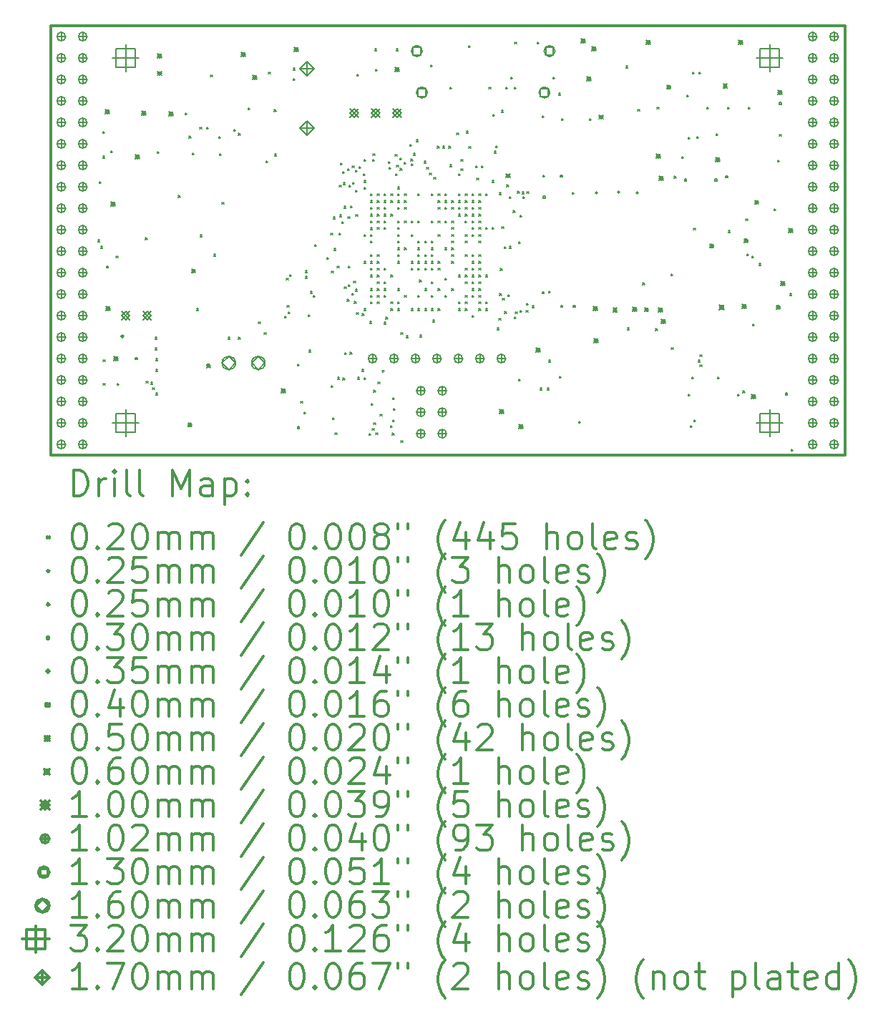
<source format=gbr>
%FSLAX45Y45*%
G04 Gerber Fmt 4.5, Leading zero omitted, Abs format (unit mm)*
G04 Created by KiCad (PCBNEW 5.0.0+dfsg1-2) date Tue Sep 11 20:11:03 2018*
%MOMM*%
%LPD*%
G01*
G04 APERTURE LIST*
%ADD10C,0.300000*%
%ADD11C,0.200000*%
G04 APERTURE END LIST*
D10*
X9410000Y-6142000D02*
X9410000Y-11222000D01*
X18808000Y-6142000D02*
X9410000Y-6142000D01*
X18808000Y-11222000D02*
X18808000Y-6142000D01*
X9410000Y-11222000D02*
X18808000Y-11222000D01*
D11*
X9969000Y-8676600D02*
X9989000Y-8696600D01*
X9989000Y-8676600D02*
X9969000Y-8696600D01*
X9990550Y-7986200D02*
X10010550Y-8006200D01*
X10010550Y-7986200D02*
X9990550Y-8006200D01*
X10007100Y-8752800D02*
X10027100Y-8772800D01*
X10027100Y-8752800D02*
X10007100Y-8772800D01*
X10032500Y-7393900D02*
X10052500Y-7413900D01*
X10052500Y-7393900D02*
X10032500Y-7413900D01*
X10032500Y-7686000D02*
X10052500Y-7706000D01*
X10052500Y-7686000D02*
X10032500Y-7706000D01*
X10035000Y-10094400D02*
X10055000Y-10114400D01*
X10055000Y-10094400D02*
X10035000Y-10114400D01*
X10035000Y-10373800D02*
X10055000Y-10393800D01*
X10055000Y-10373800D02*
X10035000Y-10393800D01*
X10125400Y-7619700D02*
X10145400Y-7639700D01*
X10145400Y-7619700D02*
X10125400Y-7639700D01*
X10187400Y-8868850D02*
X10207400Y-8888850D01*
X10207400Y-8868850D02*
X10187400Y-8888850D01*
X10200100Y-10373800D02*
X10220100Y-10393800D01*
X10220100Y-10373800D02*
X10200100Y-10393800D01*
X10535450Y-8649900D02*
X10555450Y-8669900D01*
X10555450Y-8649900D02*
X10535450Y-8669900D01*
X10543000Y-10348400D02*
X10563000Y-10368400D01*
X10563000Y-10348400D02*
X10543000Y-10368400D01*
X10595970Y-10361643D02*
X10615970Y-10381643D01*
X10615970Y-10361643D02*
X10595970Y-10381643D01*
X10619200Y-10424600D02*
X10639200Y-10444600D01*
X10639200Y-10424600D02*
X10619200Y-10444600D01*
X10650950Y-9827700D02*
X10670950Y-9847700D01*
X10670950Y-9827700D02*
X10650950Y-9847700D01*
X10650950Y-9954700D02*
X10670950Y-9974700D01*
X10670950Y-9954700D02*
X10650950Y-9974700D01*
X10657300Y-10081700D02*
X10677300Y-10101700D01*
X10677300Y-10081700D02*
X10657300Y-10101700D01*
X10657300Y-10208701D02*
X10677300Y-10228701D01*
X10677300Y-10208701D02*
X10657300Y-10228701D01*
X10657300Y-10488100D02*
X10677300Y-10508100D01*
X10677300Y-10488100D02*
X10657300Y-10508100D01*
X10671500Y-7632400D02*
X10691500Y-7652400D01*
X10691500Y-7632400D02*
X10671500Y-7652400D01*
X10924000Y-8151300D02*
X10944000Y-8171300D01*
X10944000Y-8151300D02*
X10924000Y-8171300D01*
X11001700Y-7175200D02*
X11021700Y-7195200D01*
X11021700Y-7175200D02*
X11001700Y-7195200D01*
X11049908Y-7448938D02*
X11069908Y-7468938D01*
X11069908Y-7448938D02*
X11049908Y-7468938D01*
X11090600Y-7645100D02*
X11110600Y-7665100D01*
X11110600Y-7645100D02*
X11090600Y-7665100D01*
X11137400Y-9489400D02*
X11157400Y-9509400D01*
X11157400Y-9489400D02*
X11137400Y-9509400D01*
X11178000Y-7344850D02*
X11198000Y-7364850D01*
X11198000Y-7344850D02*
X11178000Y-7364850D01*
X11179522Y-8615379D02*
X11199522Y-8635379D01*
X11199522Y-8615379D02*
X11179522Y-8635379D01*
X11260550Y-7344851D02*
X11280550Y-7364851D01*
X11280550Y-7344851D02*
X11260550Y-7364851D01*
X11305725Y-6724363D02*
X11325725Y-6744363D01*
X11325725Y-6724363D02*
X11305725Y-6744363D01*
X11344600Y-8845973D02*
X11364600Y-8865973D01*
X11364600Y-8845973D02*
X11344600Y-8865973D01*
X11400408Y-7451220D02*
X11420408Y-7471220D01*
X11420408Y-7451220D02*
X11400408Y-7471220D01*
X11408100Y-7657800D02*
X11428100Y-7677800D01*
X11428100Y-7657800D02*
X11408100Y-7677800D01*
X11441393Y-8230943D02*
X11461393Y-8250943D01*
X11461393Y-8230943D02*
X11441393Y-8250943D01*
X11514550Y-9827700D02*
X11534550Y-9847700D01*
X11534550Y-9827700D02*
X11514550Y-9847700D01*
X11578000Y-7370000D02*
X11598000Y-7390000D01*
X11598000Y-7370000D02*
X11578000Y-7390000D01*
X11633852Y-9827700D02*
X11653852Y-9847700D01*
X11653852Y-9827700D02*
X11633852Y-9847700D01*
X11635200Y-7414700D02*
X11655200Y-7434700D01*
X11655200Y-7414700D02*
X11635200Y-7434700D01*
X11747000Y-7114500D02*
X11767000Y-7134500D01*
X11767000Y-7114500D02*
X11747000Y-7134500D01*
X11870412Y-9644112D02*
X11890412Y-9664112D01*
X11890412Y-9644112D02*
X11870412Y-9664112D01*
X11940000Y-9772000D02*
X11960000Y-9792000D01*
X11960000Y-9772000D02*
X11940000Y-9792000D01*
X11959215Y-7739412D02*
X11979215Y-7759412D01*
X11979215Y-7739412D02*
X11959215Y-7759412D01*
X11990800Y-6690800D02*
X12010800Y-6710800D01*
X12010800Y-6690800D02*
X11990800Y-6710800D01*
X12056498Y-7133651D02*
X12076498Y-7153651D01*
X12076498Y-7133651D02*
X12056498Y-7153651D01*
X12063993Y-7659408D02*
X12083993Y-7679408D01*
X12083993Y-7659408D02*
X12063993Y-7679408D01*
X12182800Y-9575500D02*
X12202800Y-9595500D01*
X12202800Y-9575500D02*
X12182800Y-9595500D01*
X12201657Y-9128657D02*
X12221657Y-9148657D01*
X12221657Y-9128657D02*
X12201657Y-9148657D01*
X12210364Y-9448538D02*
X12230364Y-9468538D01*
X12230364Y-9448538D02*
X12210364Y-9468538D01*
X12220900Y-9524700D02*
X12240900Y-9544700D01*
X12240900Y-9524700D02*
X12220900Y-9544700D01*
X12242096Y-9088217D02*
X12262096Y-9108217D01*
X12262096Y-9088217D02*
X12242096Y-9108217D01*
X12282618Y-6643232D02*
X12302618Y-6663232D01*
X12302618Y-6643232D02*
X12282618Y-6663232D01*
X12284400Y-6768800D02*
X12304400Y-6788800D01*
X12304400Y-6768800D02*
X12284400Y-6788800D01*
X12332545Y-10146435D02*
X12352545Y-10166435D01*
X12352545Y-10146435D02*
X12332545Y-10166435D01*
X12370241Y-10586650D02*
X12390241Y-10606650D01*
X12390241Y-10586650D02*
X12370241Y-10606650D01*
X12410242Y-10710764D02*
X12430242Y-10730764D01*
X12430242Y-10710764D02*
X12410242Y-10730764D01*
X12423701Y-9107100D02*
X12443701Y-9127100D01*
X12443701Y-9107100D02*
X12423701Y-9127100D01*
X12423702Y-9038791D02*
X12443702Y-9058791D01*
X12443702Y-9038791D02*
X12423702Y-9058791D01*
X12460700Y-9561000D02*
X12480700Y-9581000D01*
X12480700Y-9561000D02*
X12460700Y-9581000D01*
X12467050Y-9980100D02*
X12487050Y-10000100D01*
X12487050Y-9980100D02*
X12467050Y-10000100D01*
X12486399Y-9285661D02*
X12506399Y-9305661D01*
X12506399Y-9285661D02*
X12486399Y-9305661D01*
X12519149Y-9329350D02*
X12539149Y-9349350D01*
X12539149Y-9329350D02*
X12519149Y-9349350D01*
X12538837Y-8731087D02*
X12558837Y-8751087D01*
X12558837Y-8731087D02*
X12538837Y-8751087D01*
X12682329Y-8882979D02*
X12702329Y-8902979D01*
X12702329Y-8882979D02*
X12682329Y-8902979D01*
X12727400Y-8595800D02*
X12747400Y-8615800D01*
X12747400Y-8595800D02*
X12727400Y-8615800D01*
X12731909Y-10397773D02*
X12751909Y-10417773D01*
X12751909Y-10397773D02*
X12731909Y-10417773D01*
X12733834Y-9045740D02*
X12753834Y-9065740D01*
X12753834Y-9045740D02*
X12733834Y-9065740D01*
X12748660Y-10777504D02*
X12768660Y-10797504D01*
X12768660Y-10777504D02*
X12748660Y-10797504D01*
X12759150Y-8405300D02*
X12779150Y-8425300D01*
X12779150Y-8405300D02*
X12759150Y-8425300D01*
X12764768Y-8776012D02*
X12784768Y-8796012D01*
X12784768Y-8776012D02*
X12764768Y-8796012D01*
X12778201Y-10958000D02*
X12798201Y-10978000D01*
X12798201Y-10958000D02*
X12778201Y-10978000D01*
X12803218Y-8983018D02*
X12823218Y-9003018D01*
X12823218Y-8983018D02*
X12803218Y-9003018D01*
X12808750Y-10300900D02*
X12828750Y-10320900D01*
X12828750Y-10300900D02*
X12808750Y-10320900D01*
X12824072Y-8596207D02*
X12844072Y-8616207D01*
X12844072Y-8596207D02*
X12824072Y-8616207D01*
X12829000Y-8030650D02*
X12849000Y-8050650D01*
X12849000Y-8030650D02*
X12829000Y-8050650D01*
X12835350Y-8379900D02*
X12855350Y-8399900D01*
X12855350Y-8379900D02*
X12835350Y-8399900D01*
X12841700Y-7765451D02*
X12861700Y-7785451D01*
X12861700Y-7765451D02*
X12841700Y-7785451D01*
X12860114Y-8462438D02*
X12880114Y-8482438D01*
X12880114Y-8462438D02*
X12860114Y-8482438D01*
X12867100Y-7865550D02*
X12887100Y-7885550D01*
X12887100Y-7865550D02*
X12867100Y-7885550D01*
X12870682Y-10308590D02*
X12890682Y-10328590D01*
X12890682Y-10308590D02*
X12870682Y-10328590D01*
X12873450Y-7998900D02*
X12893450Y-8018900D01*
X12893450Y-7998900D02*
X12873450Y-8018900D01*
X12886150Y-8278300D02*
X12906150Y-8298300D01*
X12906150Y-8278300D02*
X12886150Y-8298300D01*
X12886283Y-9229083D02*
X12906283Y-9249083D01*
X12906283Y-9229083D02*
X12886283Y-9249083D01*
X12890520Y-10007480D02*
X12910520Y-10027480D01*
X12910520Y-10007480D02*
X12890520Y-10027480D01*
X12921835Y-9377845D02*
X12941835Y-9397845D01*
X12941835Y-9377845D02*
X12921835Y-9397845D01*
X12924250Y-7833800D02*
X12944250Y-7853800D01*
X12944250Y-7833800D02*
X12924250Y-7853800D01*
X12930501Y-8400852D02*
X12950501Y-8420852D01*
X12950501Y-8400852D02*
X12930501Y-8420852D01*
X12934924Y-8983794D02*
X12954924Y-9003794D01*
X12954924Y-8983794D02*
X12934924Y-9003794D01*
X12935750Y-9202350D02*
X12955750Y-9222350D01*
X12955750Y-9202350D02*
X12935750Y-9222350D01*
X12940751Y-8030650D02*
X12960751Y-8050650D01*
X12960751Y-8030650D02*
X12940751Y-8050650D01*
X12956000Y-10005500D02*
X12976000Y-10025500D01*
X12976000Y-10005500D02*
X12956000Y-10025500D01*
X12962350Y-8273851D02*
X12982350Y-8293851D01*
X12982350Y-8273851D02*
X12962350Y-8293851D01*
X12976189Y-9308896D02*
X12996189Y-9328896D01*
X12996189Y-9308896D02*
X12976189Y-9328896D01*
X12981400Y-7802050D02*
X13001400Y-7822050D01*
X13001400Y-7802050D02*
X12981400Y-7822050D01*
X12984711Y-7994431D02*
X13004711Y-8014431D01*
X13004711Y-7994431D02*
X12984711Y-8014431D01*
X12999250Y-9164250D02*
X13019250Y-9184250D01*
X13019250Y-9164250D02*
X12999250Y-9184250D01*
X13007618Y-9405227D02*
X13027618Y-9425227D01*
X13027618Y-9405227D02*
X13007618Y-9425227D01*
X13018300Y-9259500D02*
X13038300Y-9279500D01*
X13038300Y-9259500D02*
X13018300Y-9279500D01*
X13018305Y-7852464D02*
X13038305Y-7872464D01*
X13038305Y-7852464D02*
X13018305Y-7872464D01*
X13019500Y-8087800D02*
X13039500Y-8107800D01*
X13039500Y-8087800D02*
X13019500Y-8107800D01*
X13023410Y-8375410D02*
X13043410Y-8395410D01*
X13043410Y-8375410D02*
X13023410Y-8395410D01*
X13030548Y-9536431D02*
X13050548Y-9556431D01*
X13050548Y-9536431D02*
X13030548Y-9556431D01*
X13033700Y-6718000D02*
X13053700Y-6738000D01*
X13053700Y-6718000D02*
X13033700Y-6738000D01*
X13043700Y-10300900D02*
X13063700Y-10320900D01*
X13063700Y-10300900D02*
X13043700Y-10320900D01*
X13063950Y-7808400D02*
X13083950Y-7828400D01*
X13083950Y-7808400D02*
X13063950Y-7828400D01*
X13093907Y-10208700D02*
X13113907Y-10228700D01*
X13113907Y-10208700D02*
X13093907Y-10228700D01*
X13098471Y-9546418D02*
X13118471Y-9566418D01*
X13118471Y-9546418D02*
X13098471Y-9566418D01*
X13114818Y-7892343D02*
X13134818Y-7912343D01*
X13134818Y-7892343D02*
X13114818Y-7912343D01*
X13118000Y-8052363D02*
X13138000Y-8072363D01*
X13138000Y-8052363D02*
X13118000Y-8072363D01*
X13118000Y-8610000D02*
X13138000Y-8630000D01*
X13138000Y-8610000D02*
X13118000Y-8630000D01*
X13118000Y-8930000D02*
X13138000Y-8950000D01*
X13138000Y-8930000D02*
X13118000Y-8950000D01*
X13118000Y-9490000D02*
X13138000Y-9510000D01*
X13138000Y-9490000D02*
X13118000Y-9510000D01*
X13118565Y-7722735D02*
X13138565Y-7742735D01*
X13138565Y-7722735D02*
X13118565Y-7742735D01*
X13119785Y-7972345D02*
X13139785Y-7992345D01*
X13139785Y-7972345D02*
X13119785Y-7992345D01*
X13119900Y-10307250D02*
X13139900Y-10327250D01*
X13139900Y-10307250D02*
X13119900Y-10327250D01*
X13178250Y-10964350D02*
X13198250Y-10984350D01*
X13198250Y-10964350D02*
X13178250Y-10984350D01*
X13189750Y-9640500D02*
X13209750Y-9660500D01*
X13209750Y-9640500D02*
X13189750Y-9660500D01*
X13197734Y-9090201D02*
X13217734Y-9110201D01*
X13217734Y-9090201D02*
X13197734Y-9110201D01*
X13198000Y-8130000D02*
X13218000Y-8150000D01*
X13218000Y-8130000D02*
X13198000Y-8150000D01*
X13198000Y-8210000D02*
X13218000Y-8230000D01*
X13218000Y-8210000D02*
X13198000Y-8230000D01*
X13198000Y-8290000D02*
X13218000Y-8310000D01*
X13218000Y-8290000D02*
X13198000Y-8310000D01*
X13198000Y-8370000D02*
X13218000Y-8390000D01*
X13218000Y-8370000D02*
X13198000Y-8390000D01*
X13198000Y-8450000D02*
X13218000Y-8470000D01*
X13218000Y-8450000D02*
X13198000Y-8470000D01*
X13198000Y-8531500D02*
X13218000Y-8551500D01*
X13218000Y-8531500D02*
X13198000Y-8551500D01*
X13198000Y-8610000D02*
X13218000Y-8630000D01*
X13218000Y-8610000D02*
X13198000Y-8630000D01*
X13198000Y-8690000D02*
X13218000Y-8710000D01*
X13218000Y-8690000D02*
X13198000Y-8710000D01*
X13198000Y-8850000D02*
X13218000Y-8870000D01*
X13218000Y-8850000D02*
X13198000Y-8870000D01*
X13198000Y-8930000D02*
X13218000Y-8950000D01*
X13218000Y-8930000D02*
X13198000Y-8950000D01*
X13198000Y-9010000D02*
X13218000Y-9030000D01*
X13218000Y-9010000D02*
X13198000Y-9030000D01*
X13198000Y-9250000D02*
X13218000Y-9270000D01*
X13218000Y-9250000D02*
X13198000Y-9270000D01*
X13198000Y-9330000D02*
X13218000Y-9350000D01*
X13218000Y-9330000D02*
X13198000Y-9350000D01*
X13198000Y-9410000D02*
X13218000Y-9430000D01*
X13218000Y-9410000D02*
X13198000Y-9430000D01*
X13206286Y-10608587D02*
X13226286Y-10628587D01*
X13226286Y-10608587D02*
X13206286Y-10628587D01*
X13217511Y-10908296D02*
X13237511Y-10928296D01*
X13237511Y-10908296D02*
X13217511Y-10928296D01*
X13220903Y-7724256D02*
X13240903Y-7744256D01*
X13240903Y-7724256D02*
X13220903Y-7744256D01*
X13227850Y-7652950D02*
X13247850Y-7672950D01*
X13247850Y-7652950D02*
X13227850Y-7672950D01*
X13234200Y-10453300D02*
X13254200Y-10473300D01*
X13254200Y-10453300D02*
X13234200Y-10473300D01*
X13234200Y-10840650D02*
X13254200Y-10860650D01*
X13254200Y-10840650D02*
X13234200Y-10860650D01*
X13245600Y-6416000D02*
X13265600Y-6436000D01*
X13265600Y-6416000D02*
X13245600Y-6436000D01*
X13258300Y-6657300D02*
X13278300Y-6677300D01*
X13278300Y-6657300D02*
X13258300Y-6677300D01*
X13260800Y-10958000D02*
X13280800Y-10978000D01*
X13280800Y-10958000D02*
X13260800Y-10978000D01*
X13278000Y-8130000D02*
X13298000Y-8150000D01*
X13298000Y-8130000D02*
X13278000Y-8150000D01*
X13278000Y-8210000D02*
X13298000Y-8230000D01*
X13298000Y-8210000D02*
X13278000Y-8230000D01*
X13278000Y-8290000D02*
X13298000Y-8310000D01*
X13298000Y-8290000D02*
X13278000Y-8310000D01*
X13278000Y-8370000D02*
X13298000Y-8390000D01*
X13298000Y-8370000D02*
X13278000Y-8390000D01*
X13278000Y-8450000D02*
X13298000Y-8470000D01*
X13298000Y-8450000D02*
X13278000Y-8470000D01*
X13278000Y-8530000D02*
X13298000Y-8550000D01*
X13298000Y-8530000D02*
X13278000Y-8550000D01*
X13278000Y-8850000D02*
X13298000Y-8870000D01*
X13298000Y-8850000D02*
X13278000Y-8870000D01*
X13278000Y-8930000D02*
X13298000Y-8950000D01*
X13298000Y-8930000D02*
X13278000Y-8950000D01*
X13278000Y-9010000D02*
X13298000Y-9030000D01*
X13298000Y-9010000D02*
X13278000Y-9030000D01*
X13278000Y-9090000D02*
X13298000Y-9110000D01*
X13298000Y-9090000D02*
X13278000Y-9110000D01*
X13278000Y-9170000D02*
X13298000Y-9190000D01*
X13298000Y-9170000D02*
X13278000Y-9190000D01*
X13278000Y-9250000D02*
X13298000Y-9270000D01*
X13298000Y-9250000D02*
X13278000Y-9270000D01*
X13278000Y-9330000D02*
X13298000Y-9350000D01*
X13298000Y-9330000D02*
X13278000Y-9350000D01*
X13278000Y-9410000D02*
X13298000Y-9430000D01*
X13298000Y-9410000D02*
X13278000Y-9430000D01*
X13285000Y-10358050D02*
X13305000Y-10378050D01*
X13305000Y-10358050D02*
X13285000Y-10378050D01*
X13311600Y-10736500D02*
X13331600Y-10756500D01*
X13331600Y-10736500D02*
X13311600Y-10756500D01*
X13358000Y-8130000D02*
X13378000Y-8150000D01*
X13378000Y-8130000D02*
X13358000Y-8150000D01*
X13358000Y-8210000D02*
X13378000Y-8230000D01*
X13378000Y-8210000D02*
X13358000Y-8230000D01*
X13358000Y-8290000D02*
X13378000Y-8310000D01*
X13378000Y-8290000D02*
X13358000Y-8310000D01*
X13358000Y-8370000D02*
X13378000Y-8390000D01*
X13378000Y-8370000D02*
X13358000Y-8390000D01*
X13358000Y-8450000D02*
X13378000Y-8470000D01*
X13378000Y-8450000D02*
X13358000Y-8470000D01*
X13358000Y-8530000D02*
X13378000Y-8550000D01*
X13378000Y-8530000D02*
X13358000Y-8550000D01*
X13358000Y-9010000D02*
X13378000Y-9030000D01*
X13378000Y-9010000D02*
X13358000Y-9030000D01*
X13358000Y-9170000D02*
X13378000Y-9190000D01*
X13378000Y-9170000D02*
X13358000Y-9190000D01*
X13358000Y-9250000D02*
X13378000Y-9270000D01*
X13378000Y-9250000D02*
X13358000Y-9270000D01*
X13358000Y-9330000D02*
X13378000Y-9350000D01*
X13378000Y-9330000D02*
X13358000Y-9350000D01*
X13358000Y-9650000D02*
X13378000Y-9670000D01*
X13378000Y-9650000D02*
X13358000Y-9670000D01*
X13378000Y-9590000D02*
X13398000Y-9610000D01*
X13398000Y-9590000D02*
X13378000Y-9610000D01*
X13411163Y-7748395D02*
X13431163Y-7768395D01*
X13431163Y-7748395D02*
X13411163Y-7768395D01*
X13415020Y-7815418D02*
X13435020Y-7835418D01*
X13435020Y-7815418D02*
X13415020Y-7835418D01*
X13436400Y-10874197D02*
X13456400Y-10894197D01*
X13456400Y-10874197D02*
X13436400Y-10894197D01*
X13438000Y-8130000D02*
X13458000Y-8150000D01*
X13458000Y-8130000D02*
X13438000Y-8150000D01*
X13438000Y-8210000D02*
X13458000Y-8230000D01*
X13458000Y-8210000D02*
X13438000Y-8230000D01*
X13438000Y-8370000D02*
X13458000Y-8390000D01*
X13458000Y-8370000D02*
X13438000Y-8390000D01*
X13438000Y-9090000D02*
X13458000Y-9110000D01*
X13458000Y-9090000D02*
X13438000Y-9110000D01*
X13438000Y-9410000D02*
X13458000Y-9430000D01*
X13458000Y-9410000D02*
X13438000Y-9430000D01*
X13438000Y-9490000D02*
X13458000Y-9510000D01*
X13458000Y-9490000D02*
X13438000Y-9510000D01*
X13453687Y-10961995D02*
X13473687Y-10981995D01*
X13473687Y-10961995D02*
X13453687Y-10981995D01*
X13457587Y-10803159D02*
X13477587Y-10823159D01*
X13477587Y-10803159D02*
X13457587Y-10823159D01*
X13460735Y-10540845D02*
X13480735Y-10560845D01*
X13480735Y-10540845D02*
X13460735Y-10560845D01*
X13465065Y-10671051D02*
X13485065Y-10691051D01*
X13485065Y-10671051D02*
X13465065Y-10691051D01*
X13489399Y-7662350D02*
X13509399Y-7682350D01*
X13509399Y-7662350D02*
X13489399Y-7682350D01*
X13492132Y-7892495D02*
X13512132Y-7912495D01*
X13512132Y-7892495D02*
X13492132Y-7912495D01*
X13499600Y-6416000D02*
X13519600Y-6436000D01*
X13519600Y-6416000D02*
X13499600Y-6436000D01*
X13507250Y-7792650D02*
X13527250Y-7812650D01*
X13527250Y-7792650D02*
X13507250Y-7812650D01*
X13518000Y-8050000D02*
X13538000Y-8070000D01*
X13538000Y-8050000D02*
X13518000Y-8070000D01*
X13518000Y-8130000D02*
X13538000Y-8150000D01*
X13538000Y-8130000D02*
X13518000Y-8150000D01*
X13518000Y-8210000D02*
X13538000Y-8230000D01*
X13538000Y-8210000D02*
X13518000Y-8230000D01*
X13518000Y-8290000D02*
X13538000Y-8310000D01*
X13538000Y-8290000D02*
X13518000Y-8310000D01*
X13518000Y-8450000D02*
X13538000Y-8470000D01*
X13538000Y-8450000D02*
X13518000Y-8470000D01*
X13518000Y-8530000D02*
X13538000Y-8550000D01*
X13538000Y-8530000D02*
X13518000Y-8550000D01*
X13518000Y-8610000D02*
X13538000Y-8630000D01*
X13538000Y-8610000D02*
X13518000Y-8630000D01*
X13518000Y-8690000D02*
X13538000Y-8710000D01*
X13538000Y-8690000D02*
X13518000Y-8710000D01*
X13518000Y-8770000D02*
X13538000Y-8790000D01*
X13538000Y-8770000D02*
X13518000Y-8790000D01*
X13518000Y-8850000D02*
X13538000Y-8870000D01*
X13538000Y-8850000D02*
X13518000Y-8870000D01*
X13518000Y-8930000D02*
X13538000Y-8950000D01*
X13538000Y-8930000D02*
X13518000Y-8950000D01*
X13518000Y-9250000D02*
X13538000Y-9270000D01*
X13538000Y-9250000D02*
X13518000Y-9270000D01*
X13518000Y-9410000D02*
X13538000Y-9430000D01*
X13538000Y-9410000D02*
X13518000Y-9430000D01*
X13518000Y-9490000D02*
X13538000Y-9510000D01*
X13538000Y-9490000D02*
X13518000Y-9510000D01*
X13546550Y-7706800D02*
X13566550Y-7726800D01*
X13566550Y-7706800D02*
X13546550Y-7726800D01*
X13549150Y-7827659D02*
X13569150Y-7847659D01*
X13569150Y-7827659D02*
X13549150Y-7847659D01*
X13555656Y-11051071D02*
X13575656Y-11071071D01*
X13575656Y-11051071D02*
X13555656Y-11071071D01*
X13558000Y-9770000D02*
X13578000Y-9790000D01*
X13578000Y-9770000D02*
X13558000Y-9790000D01*
X13594882Y-7754550D02*
X13614882Y-7774550D01*
X13614882Y-7754550D02*
X13594882Y-7774550D01*
X13598000Y-8130000D02*
X13618000Y-8150000D01*
X13618000Y-8130000D02*
X13598000Y-8150000D01*
X13598000Y-8210000D02*
X13618000Y-8230000D01*
X13618000Y-8210000D02*
X13598000Y-8230000D01*
X13598000Y-8290000D02*
X13618000Y-8310000D01*
X13618000Y-8290000D02*
X13598000Y-8310000D01*
X13598000Y-8450000D02*
X13618000Y-8470000D01*
X13618000Y-8450000D02*
X13598000Y-8470000D01*
X13598000Y-8770000D02*
X13618000Y-8790000D01*
X13618000Y-8770000D02*
X13598000Y-8790000D01*
X13598000Y-9330000D02*
X13618000Y-9350000D01*
X13618000Y-9330000D02*
X13598000Y-9350000D01*
X13618000Y-9810000D02*
X13638000Y-9830000D01*
X13638000Y-9810000D02*
X13618000Y-9830000D01*
X13664259Y-7547941D02*
X13684259Y-7567941D01*
X13684259Y-7547941D02*
X13664259Y-7567941D01*
X13676320Y-7718760D02*
X13696320Y-7738760D01*
X13696320Y-7718760D02*
X13676320Y-7738760D01*
X13678000Y-8450000D02*
X13698000Y-8470000D01*
X13698000Y-8450000D02*
X13678000Y-8470000D01*
X13678000Y-8610000D02*
X13698000Y-8630000D01*
X13698000Y-8610000D02*
X13678000Y-8630000D01*
X13678000Y-8930000D02*
X13698000Y-8950000D01*
X13698000Y-8930000D02*
X13678000Y-8950000D01*
X13678000Y-9010000D02*
X13698000Y-9030000D01*
X13698000Y-9010000D02*
X13678000Y-9030000D01*
X13678000Y-9490000D02*
X13698000Y-9510000D01*
X13698000Y-9490000D02*
X13678000Y-9510000D01*
X13679461Y-7776107D02*
X13699461Y-7796107D01*
X13699461Y-7776107D02*
X13679461Y-7796107D01*
X13707437Y-7652487D02*
X13727437Y-7672487D01*
X13727437Y-7652487D02*
X13707437Y-7672487D01*
X13738000Y-7490000D02*
X13758000Y-7510000D01*
X13758000Y-7490000D02*
X13738000Y-7510000D01*
X13758000Y-8130000D02*
X13778000Y-8150000D01*
X13778000Y-8130000D02*
X13758000Y-8150000D01*
X13758000Y-8450000D02*
X13778000Y-8470000D01*
X13778000Y-8450000D02*
X13758000Y-8470000D01*
X13758000Y-8690000D02*
X13778000Y-8710000D01*
X13778000Y-8690000D02*
X13758000Y-8710000D01*
X13758000Y-8770000D02*
X13778000Y-8790000D01*
X13778000Y-8770000D02*
X13758000Y-8790000D01*
X13758000Y-8850000D02*
X13778000Y-8870000D01*
X13778000Y-8850000D02*
X13758000Y-8870000D01*
X13758000Y-8930000D02*
X13778000Y-8950000D01*
X13778000Y-8930000D02*
X13758000Y-8950000D01*
X13758000Y-9010000D02*
X13778000Y-9030000D01*
X13778000Y-9010000D02*
X13758000Y-9030000D01*
X13758000Y-9330000D02*
X13778000Y-9350000D01*
X13778000Y-9330000D02*
X13758000Y-9350000D01*
X13758000Y-9490000D02*
X13778000Y-9510000D01*
X13778000Y-9490000D02*
X13758000Y-9510000D01*
X13778000Y-9150000D02*
X13798000Y-9170000D01*
X13798000Y-9150000D02*
X13778000Y-9170000D01*
X13781499Y-9802300D02*
X13801499Y-9822300D01*
X13801499Y-9802300D02*
X13781499Y-9822300D01*
X13830592Y-7745154D02*
X13850592Y-7765154D01*
X13850592Y-7745154D02*
X13830592Y-7765154D01*
X13838000Y-8690000D02*
X13858000Y-8710000D01*
X13858000Y-8690000D02*
X13838000Y-8710000D01*
X13838000Y-8850000D02*
X13858000Y-8870000D01*
X13858000Y-8850000D02*
X13838000Y-8870000D01*
X13838000Y-8930000D02*
X13858000Y-8950000D01*
X13858000Y-8930000D02*
X13838000Y-8950000D01*
X13838000Y-9010000D02*
X13858000Y-9030000D01*
X13858000Y-9010000D02*
X13838000Y-9030000D01*
X13838000Y-9250000D02*
X13858000Y-9270000D01*
X13858000Y-9250000D02*
X13838000Y-9270000D01*
X13838000Y-9490000D02*
X13858000Y-9510000D01*
X13858000Y-9490000D02*
X13838000Y-9510000D01*
X13862850Y-7818050D02*
X13882850Y-7838050D01*
X13882850Y-7818050D02*
X13862850Y-7838050D01*
X13894600Y-7881550D02*
X13914600Y-7901550D01*
X13914600Y-7881550D02*
X13894600Y-7901550D01*
X13910000Y-6603700D02*
X13930000Y-6623700D01*
X13930000Y-6603700D02*
X13910000Y-6623700D01*
X13918000Y-8130000D02*
X13938000Y-8150000D01*
X13938000Y-8130000D02*
X13918000Y-8150000D01*
X13918000Y-8450000D02*
X13938000Y-8470000D01*
X13938000Y-8450000D02*
X13918000Y-8470000D01*
X13918000Y-8690000D02*
X13938000Y-8710000D01*
X13938000Y-8690000D02*
X13918000Y-8710000D01*
X13918000Y-8770000D02*
X13938000Y-8790000D01*
X13938000Y-8770000D02*
X13918000Y-8790000D01*
X13918000Y-8850000D02*
X13938000Y-8870000D01*
X13938000Y-8850000D02*
X13918000Y-8870000D01*
X13918000Y-8930000D02*
X13938000Y-8950000D01*
X13938000Y-8930000D02*
X13918000Y-8950000D01*
X13918000Y-9010000D02*
X13938000Y-9030000D01*
X13938000Y-9010000D02*
X13918000Y-9030000D01*
X13918000Y-9170000D02*
X13938000Y-9190000D01*
X13938000Y-9170000D02*
X13918000Y-9190000D01*
X13918000Y-9330000D02*
X13938000Y-9350000D01*
X13938000Y-9330000D02*
X13918000Y-9350000D01*
X13918000Y-9490000D02*
X13938000Y-9510000D01*
X13938000Y-9490000D02*
X13918000Y-9510000D01*
X13933900Y-9624500D02*
X13953900Y-9644500D01*
X13953900Y-9624500D02*
X13933900Y-9644500D01*
X13945400Y-7932350D02*
X13965400Y-7952350D01*
X13965400Y-7932350D02*
X13945400Y-7952350D01*
X13987649Y-7567100D02*
X14007649Y-7587100D01*
X14007649Y-7567100D02*
X13987649Y-7587100D01*
X13996000Y-8292000D02*
X14016000Y-8312000D01*
X14016000Y-8292000D02*
X13996000Y-8312000D01*
X13998000Y-8130000D02*
X14018000Y-8150000D01*
X14018000Y-8130000D02*
X13998000Y-8150000D01*
X13998000Y-8210000D02*
X14018000Y-8230000D01*
X14018000Y-8210000D02*
X13998000Y-8230000D01*
X13998000Y-8450000D02*
X14018000Y-8470000D01*
X14018000Y-8450000D02*
X13998000Y-8470000D01*
X13998000Y-8610000D02*
X14018000Y-8630000D01*
X14018000Y-8610000D02*
X13998000Y-8630000D01*
X13998000Y-8930000D02*
X14018000Y-8950000D01*
X14018000Y-8930000D02*
X13998000Y-8950000D01*
X13998000Y-9010000D02*
X14018000Y-9030000D01*
X14018000Y-9010000D02*
X13998000Y-9030000D01*
X13998000Y-9250000D02*
X14018000Y-9270000D01*
X14018000Y-9250000D02*
X13998000Y-9270000D01*
X13998000Y-9490000D02*
X14018000Y-9510000D01*
X14018000Y-9490000D02*
X13998000Y-9510000D01*
X14054550Y-7567100D02*
X14074550Y-7587100D01*
X14074550Y-7567100D02*
X14054550Y-7587100D01*
X14078000Y-8130000D02*
X14098000Y-8150000D01*
X14098000Y-8130000D02*
X14078000Y-8150000D01*
X14078000Y-8210000D02*
X14098000Y-8230000D01*
X14098000Y-8210000D02*
X14078000Y-8230000D01*
X14078000Y-8290000D02*
X14098000Y-8310000D01*
X14098000Y-8290000D02*
X14078000Y-8310000D01*
X14078000Y-8450000D02*
X14098000Y-8470000D01*
X14098000Y-8450000D02*
X14078000Y-8470000D01*
X14078000Y-8770000D02*
X14098000Y-8790000D01*
X14098000Y-8770000D02*
X14078000Y-8790000D01*
X14078000Y-9130000D02*
X14098000Y-9150000D01*
X14098000Y-9130000D02*
X14078000Y-9150000D01*
X14078000Y-9330000D02*
X14098000Y-9350000D01*
X14098000Y-9330000D02*
X14078000Y-9350000D01*
X14124400Y-7567100D02*
X14144400Y-7587100D01*
X14144400Y-7567100D02*
X14124400Y-7587100D01*
X14135900Y-7786300D02*
X14155900Y-7806300D01*
X14155900Y-7786300D02*
X14135900Y-7806300D01*
X14138000Y-6870000D02*
X14158000Y-6890000D01*
X14158000Y-6870000D02*
X14138000Y-6890000D01*
X14158000Y-8210000D02*
X14178000Y-8230000D01*
X14178000Y-8210000D02*
X14158000Y-8230000D01*
X14158000Y-8290000D02*
X14178000Y-8310000D01*
X14178000Y-8290000D02*
X14158000Y-8310000D01*
X14158000Y-8450000D02*
X14178000Y-8470000D01*
X14178000Y-8450000D02*
X14158000Y-8470000D01*
X14158000Y-8530000D02*
X14178000Y-8550000D01*
X14178000Y-8530000D02*
X14158000Y-8550000D01*
X14158000Y-8610000D02*
X14178000Y-8630000D01*
X14178000Y-8610000D02*
X14158000Y-8630000D01*
X14158000Y-8690000D02*
X14178000Y-8710000D01*
X14178000Y-8690000D02*
X14158000Y-8710000D01*
X14158000Y-8770000D02*
X14178000Y-8790000D01*
X14178000Y-8770000D02*
X14158000Y-8790000D01*
X14158000Y-8850000D02*
X14178000Y-8870000D01*
X14178000Y-8850000D02*
X14158000Y-8870000D01*
X14158000Y-8930000D02*
X14178000Y-8950000D01*
X14178000Y-8930000D02*
X14158000Y-8950000D01*
X14158000Y-9250000D02*
X14178000Y-9270000D01*
X14178000Y-9250000D02*
X14158000Y-9270000D01*
X14218000Y-7410000D02*
X14238000Y-7430000D01*
X14238000Y-7410000D02*
X14218000Y-7430000D01*
X14236000Y-8292000D02*
X14256000Y-8312000D01*
X14256000Y-8292000D02*
X14236000Y-8312000D01*
X14236377Y-7893109D02*
X14256377Y-7913109D01*
X14256377Y-7893109D02*
X14236377Y-7913109D01*
X14238000Y-8130000D02*
X14258000Y-8150000D01*
X14258000Y-8130000D02*
X14238000Y-8150000D01*
X14238000Y-8210000D02*
X14258000Y-8230000D01*
X14258000Y-8210000D02*
X14238000Y-8230000D01*
X14238000Y-8370000D02*
X14258000Y-8390000D01*
X14258000Y-8370000D02*
X14238000Y-8390000D01*
X14238000Y-9090000D02*
X14258000Y-9110000D01*
X14258000Y-9090000D02*
X14238000Y-9110000D01*
X14238000Y-9410000D02*
X14258000Y-9430000D01*
X14258000Y-9410000D02*
X14238000Y-9430000D01*
X14238000Y-9490000D02*
X14258000Y-9510000D01*
X14258000Y-9490000D02*
X14238000Y-9510000D01*
X14267329Y-7833800D02*
X14287329Y-7853800D01*
X14287329Y-7833800D02*
X14267329Y-7853800D01*
X14268583Y-7723660D02*
X14288583Y-7743660D01*
X14288583Y-7723660D02*
X14268583Y-7743660D01*
X14316000Y-8452000D02*
X14336000Y-8472000D01*
X14336000Y-8452000D02*
X14316000Y-8472000D01*
X14318000Y-8130000D02*
X14338000Y-8150000D01*
X14338000Y-8130000D02*
X14318000Y-8150000D01*
X14318000Y-8210000D02*
X14338000Y-8230000D01*
X14338000Y-8210000D02*
X14318000Y-8230000D01*
X14318000Y-8290000D02*
X14338000Y-8310000D01*
X14338000Y-8290000D02*
X14318000Y-8310000D01*
X14318000Y-8370000D02*
X14338000Y-8390000D01*
X14338000Y-8370000D02*
X14318000Y-8390000D01*
X14318000Y-8610000D02*
X14338000Y-8630000D01*
X14338000Y-8610000D02*
X14318000Y-8630000D01*
X14318000Y-8690000D02*
X14338000Y-8710000D01*
X14338000Y-8690000D02*
X14318000Y-8710000D01*
X14318000Y-8850000D02*
X14338000Y-8870000D01*
X14338000Y-8850000D02*
X14318000Y-8870000D01*
X14318000Y-9010000D02*
X14338000Y-9030000D01*
X14338000Y-9010000D02*
X14318000Y-9030000D01*
X14318000Y-9090000D02*
X14338000Y-9110000D01*
X14338000Y-9090000D02*
X14318000Y-9110000D01*
X14318000Y-9170000D02*
X14338000Y-9190000D01*
X14338000Y-9170000D02*
X14318000Y-9190000D01*
X14318000Y-9330000D02*
X14338000Y-9350000D01*
X14338000Y-9330000D02*
X14318000Y-9350000D01*
X14318000Y-9410000D02*
X14338000Y-9430000D01*
X14338000Y-9410000D02*
X14318000Y-9430000D01*
X14318000Y-9490000D02*
X14338000Y-9510000D01*
X14338000Y-9490000D02*
X14318000Y-9510000D01*
X14331863Y-7387513D02*
X14351863Y-7407513D01*
X14351863Y-7387513D02*
X14331863Y-7407513D01*
X14355067Y-6376252D02*
X14375067Y-6396252D01*
X14375067Y-6376252D02*
X14355067Y-6396252D01*
X14360888Y-7571730D02*
X14380888Y-7591730D01*
X14380888Y-7571730D02*
X14360888Y-7591730D01*
X14398000Y-9570000D02*
X14418000Y-9590000D01*
X14418000Y-9570000D02*
X14398000Y-9590000D01*
X14398000Y-8130000D02*
X14418000Y-8150000D01*
X14418000Y-8130000D02*
X14398000Y-8150000D01*
X14398000Y-8210000D02*
X14418000Y-8230000D01*
X14418000Y-8210000D02*
X14398000Y-8230000D01*
X14398000Y-8290000D02*
X14418000Y-8310000D01*
X14418000Y-8290000D02*
X14398000Y-8310000D01*
X14398000Y-8370000D02*
X14418000Y-8390000D01*
X14418000Y-8370000D02*
X14398000Y-8390000D01*
X14398000Y-8450000D02*
X14418000Y-8470000D01*
X14418000Y-8450000D02*
X14398000Y-8470000D01*
X14398000Y-8530000D02*
X14418000Y-8550000D01*
X14418000Y-8530000D02*
X14398000Y-8550000D01*
X14398000Y-8610000D02*
X14418000Y-8630000D01*
X14418000Y-8610000D02*
X14398000Y-8630000D01*
X14398000Y-8850000D02*
X14418000Y-8870000D01*
X14418000Y-8850000D02*
X14398000Y-8870000D01*
X14398000Y-8930000D02*
X14418000Y-8950000D01*
X14418000Y-8930000D02*
X14398000Y-8950000D01*
X14398000Y-9010000D02*
X14418000Y-9030000D01*
X14418000Y-9010000D02*
X14398000Y-9030000D01*
X14398000Y-9090000D02*
X14418000Y-9110000D01*
X14418000Y-9090000D02*
X14398000Y-9110000D01*
X14398000Y-9170000D02*
X14418000Y-9190000D01*
X14418000Y-9170000D02*
X14398000Y-9190000D01*
X14398000Y-9250000D02*
X14418000Y-9270000D01*
X14418000Y-9250000D02*
X14398000Y-9270000D01*
X14398000Y-9330000D02*
X14418000Y-9350000D01*
X14418000Y-9330000D02*
X14398000Y-9350000D01*
X14441900Y-7802050D02*
X14461900Y-7822050D01*
X14461900Y-7802050D02*
X14441900Y-7822050D01*
X14453400Y-7942279D02*
X14473400Y-7962279D01*
X14473400Y-7942279D02*
X14453400Y-7962279D01*
X14478000Y-8130000D02*
X14498000Y-8150000D01*
X14498000Y-8130000D02*
X14478000Y-8150000D01*
X14478000Y-8210000D02*
X14498000Y-8230000D01*
X14498000Y-8210000D02*
X14478000Y-8230000D01*
X14478000Y-8290000D02*
X14498000Y-8310000D01*
X14498000Y-8290000D02*
X14478000Y-8310000D01*
X14478000Y-8370000D02*
X14498000Y-8390000D01*
X14498000Y-8370000D02*
X14478000Y-8390000D01*
X14478000Y-8450000D02*
X14498000Y-8470000D01*
X14498000Y-8450000D02*
X14478000Y-8470000D01*
X14478000Y-8530000D02*
X14498000Y-8550000D01*
X14498000Y-8530000D02*
X14478000Y-8550000D01*
X14478000Y-8610000D02*
X14498000Y-8630000D01*
X14498000Y-8610000D02*
X14478000Y-8630000D01*
X14478000Y-8690000D02*
X14498000Y-8710000D01*
X14498000Y-8690000D02*
X14478000Y-8710000D01*
X14478000Y-8850000D02*
X14498000Y-8870000D01*
X14498000Y-8850000D02*
X14478000Y-8870000D01*
X14478000Y-8930000D02*
X14498000Y-8950000D01*
X14498000Y-8930000D02*
X14478000Y-8950000D01*
X14478000Y-9010000D02*
X14498000Y-9030000D01*
X14498000Y-9010000D02*
X14478000Y-9030000D01*
X14478000Y-9090000D02*
X14498000Y-9110000D01*
X14498000Y-9090000D02*
X14478000Y-9110000D01*
X14478000Y-9170000D02*
X14498000Y-9190000D01*
X14498000Y-9170000D02*
X14478000Y-9190000D01*
X14478000Y-9250000D02*
X14498000Y-9270000D01*
X14498000Y-9250000D02*
X14478000Y-9270000D01*
X14478000Y-9330000D02*
X14498000Y-9350000D01*
X14498000Y-9330000D02*
X14478000Y-9350000D01*
X14478000Y-9410000D02*
X14498000Y-9430000D01*
X14498000Y-9410000D02*
X14478000Y-9430000D01*
X14478000Y-9490000D02*
X14498000Y-9510000D01*
X14498000Y-9490000D02*
X14478000Y-9510000D01*
X14511750Y-7802050D02*
X14531750Y-7822050D01*
X14531750Y-7802050D02*
X14511750Y-7822050D01*
X14558000Y-8130000D02*
X14578000Y-8150000D01*
X14578000Y-8130000D02*
X14558000Y-8150000D01*
X14558000Y-8530000D02*
X14578000Y-8550000D01*
X14578000Y-8530000D02*
X14558000Y-8550000D01*
X14558000Y-9090000D02*
X14578000Y-9110000D01*
X14578000Y-9090000D02*
X14558000Y-9110000D01*
X14558000Y-9410000D02*
X14578000Y-9430000D01*
X14578000Y-9410000D02*
X14558000Y-9430000D01*
X14558000Y-9490000D02*
X14578000Y-9510000D01*
X14578000Y-9490000D02*
X14558000Y-9510000D01*
X14598000Y-6870000D02*
X14618000Y-6890000D01*
X14618000Y-6870000D02*
X14598000Y-6890000D01*
X14638000Y-8530000D02*
X14658000Y-8550000D01*
X14658000Y-8530000D02*
X14638000Y-8550000D01*
X14638141Y-7971938D02*
X14658141Y-7991938D01*
X14658141Y-7971938D02*
X14638141Y-7991938D01*
X14646600Y-7187799D02*
X14666600Y-7207799D01*
X14666600Y-7187799D02*
X14646600Y-7207799D01*
X14660029Y-7625502D02*
X14680029Y-7645502D01*
X14680029Y-7625502D02*
X14660029Y-7645502D01*
X14676850Y-7560750D02*
X14696850Y-7580750D01*
X14696850Y-7560750D02*
X14676850Y-7580750D01*
X14694701Y-9716700D02*
X14714701Y-9736700D01*
X14714701Y-9716700D02*
X14694701Y-9736700D01*
X14718001Y-9600483D02*
X14738001Y-9620483D01*
X14738001Y-9600483D02*
X14718001Y-9620483D01*
X14720100Y-8116500D02*
X14740100Y-8136500D01*
X14740100Y-8116500D02*
X14720100Y-8136500D01*
X14724389Y-9311713D02*
X14744389Y-9331713D01*
X14744389Y-9311713D02*
X14724389Y-9331713D01*
X14733095Y-9013302D02*
X14753095Y-9033302D01*
X14753095Y-9013302D02*
X14733095Y-9033302D01*
X14748200Y-7143450D02*
X14768200Y-7163450D01*
X14768200Y-7143450D02*
X14748200Y-7163450D01*
X14751215Y-8517186D02*
X14771215Y-8537186D01*
X14771215Y-8517186D02*
X14751215Y-8537186D01*
X14760000Y-9366849D02*
X14780000Y-9386849D01*
X14780000Y-9366849D02*
X14760000Y-9386849D01*
X14781079Y-8758342D02*
X14801079Y-8778342D01*
X14801079Y-8758342D02*
X14781079Y-8778342D01*
X14785679Y-9521109D02*
X14805679Y-9541109D01*
X14805679Y-9521109D02*
X14785679Y-9541109D01*
X14795949Y-6870000D02*
X14815949Y-6890000D01*
X14815949Y-6870000D02*
X14795949Y-6890000D01*
X14810200Y-8024300D02*
X14830200Y-8044300D01*
X14830200Y-8024300D02*
X14810200Y-8044300D01*
X14824901Y-9322231D02*
X14844901Y-9342231D01*
X14844901Y-9322231D02*
X14824901Y-9342231D01*
X14838354Y-8752346D02*
X14858354Y-8772346D01*
X14858354Y-8752346D02*
X14838354Y-8772346D01*
X14841950Y-8164000D02*
X14861950Y-8184000D01*
X14861950Y-8164000D02*
X14841950Y-8184000D01*
X14858001Y-6750000D02*
X14878001Y-6770000D01*
X14878001Y-6750000D02*
X14858001Y-6770000D01*
X14886400Y-8329101D02*
X14906400Y-8349101D01*
X14906400Y-8329101D02*
X14886400Y-8349101D01*
X14898000Y-6870000D02*
X14918000Y-6890000D01*
X14918000Y-6870000D02*
X14898000Y-6890000D01*
X14899100Y-9586400D02*
X14919100Y-9606400D01*
X14919100Y-9586400D02*
X14899100Y-9606400D01*
X14903412Y-6332405D02*
X14923412Y-6352405D01*
X14923412Y-6332405D02*
X14903412Y-6352405D01*
X14910600Y-9526200D02*
X14930600Y-9546200D01*
X14930600Y-9526200D02*
X14910600Y-9546200D01*
X14937199Y-8100500D02*
X14957199Y-8120500D01*
X14957199Y-8100500D02*
X14937199Y-8120500D01*
X14947550Y-8699301D02*
X14967550Y-8719301D01*
X14967550Y-8699301D02*
X14947550Y-8719301D01*
X14947728Y-10322085D02*
X14967728Y-10342085D01*
X14967728Y-10322085D02*
X14947728Y-10342085D01*
X14966401Y-8381402D02*
X14986401Y-8401402D01*
X14986401Y-8381402D02*
X14966401Y-8401402D01*
X14967749Y-9507150D02*
X14987749Y-9527150D01*
X14987749Y-9507150D02*
X14967749Y-9527150D01*
X14991381Y-8107272D02*
X15011381Y-8127272D01*
X15011381Y-8107272D02*
X14991381Y-8127272D01*
X15000700Y-8164000D02*
X15020700Y-8184000D01*
X15020700Y-8164000D02*
X15000700Y-8184000D01*
X15037600Y-9507150D02*
X15057600Y-9527150D01*
X15057600Y-9507150D02*
X15037600Y-9527150D01*
X15043950Y-9424600D02*
X15063950Y-9444600D01*
X15063950Y-9424600D02*
X15043950Y-9444600D01*
X15045980Y-8106843D02*
X15065980Y-8126843D01*
X15065980Y-8106843D02*
X15045980Y-8126843D01*
X15109016Y-9455085D02*
X15129016Y-9475085D01*
X15129016Y-9455085D02*
X15109016Y-9475085D01*
X15167300Y-6337000D02*
X15187300Y-6357000D01*
X15187300Y-6337000D02*
X15167300Y-6357000D01*
X15201400Y-10429200D02*
X15221400Y-10449200D01*
X15221400Y-10429200D02*
X15201400Y-10449200D01*
X15230800Y-7206950D02*
X15250800Y-7226950D01*
X15250800Y-7206950D02*
X15230800Y-7226950D01*
X15239707Y-7909347D02*
X15259707Y-7929347D01*
X15259707Y-7909347D02*
X15239707Y-7929347D01*
X15290300Y-10429200D02*
X15310300Y-10449200D01*
X15310300Y-10429200D02*
X15290300Y-10449200D01*
X15303000Y-10099000D02*
X15323000Y-10119000D01*
X15323000Y-10099000D02*
X15303000Y-10119000D01*
X15305500Y-9281600D02*
X15325500Y-9301600D01*
X15325500Y-9281600D02*
X15305500Y-9301600D01*
X15358000Y-6750000D02*
X15378000Y-6770000D01*
X15378000Y-6750000D02*
X15358000Y-6770000D01*
X15421300Y-6940250D02*
X15441300Y-6960250D01*
X15441300Y-6940250D02*
X15421300Y-6960250D01*
X15432558Y-10288777D02*
X15452558Y-10308777D01*
X15452558Y-10288777D02*
X15432558Y-10308777D01*
X15459400Y-7238700D02*
X15479400Y-7258700D01*
X15479400Y-7238700D02*
X15459400Y-7258700D01*
X15584900Y-8114958D02*
X15604900Y-8134958D01*
X15604900Y-8114958D02*
X15584900Y-8134958D01*
X15662600Y-10820100D02*
X15682600Y-10840100D01*
X15682600Y-10820100D02*
X15662600Y-10840100D01*
X15789600Y-7238700D02*
X15809600Y-7258700D01*
X15809600Y-7238700D02*
X15789600Y-7258700D01*
X16217147Y-6618496D02*
X16237147Y-6638496D01*
X16237147Y-6618496D02*
X16217147Y-6638496D01*
X16234100Y-9717000D02*
X16254100Y-9737000D01*
X16254100Y-9717000D02*
X16234100Y-9737000D01*
X16359090Y-7131693D02*
X16379090Y-7151693D01*
X16379090Y-7131693D02*
X16359090Y-7151693D01*
X16418510Y-9184590D02*
X16438510Y-9204590D01*
X16438510Y-9184590D02*
X16418510Y-9204590D01*
X16570337Y-9724488D02*
X16590337Y-9744488D01*
X16590337Y-9724488D02*
X16570337Y-9744488D01*
X16588200Y-7102746D02*
X16608200Y-7122746D01*
X16608200Y-7102746D02*
X16588200Y-7122746D01*
X16754800Y-9080200D02*
X16774800Y-9100200D01*
X16774800Y-9080200D02*
X16754800Y-9100200D01*
X16758000Y-9950000D02*
X16778000Y-9970000D01*
X16778000Y-9950000D02*
X16758000Y-9970000D01*
X16791400Y-7922700D02*
X16811400Y-7942700D01*
X16811400Y-7922700D02*
X16791400Y-7942700D01*
X16880300Y-7687203D02*
X16900300Y-7707203D01*
X16900300Y-7687203D02*
X16880300Y-7707203D01*
X16941704Y-6958649D02*
X16961704Y-6978649D01*
X16961704Y-6958649D02*
X16941704Y-6978649D01*
X16955300Y-7460651D02*
X16975300Y-7480651D01*
X16975300Y-7460651D02*
X16955300Y-7480651D01*
X16958000Y-10502600D02*
X16978000Y-10522600D01*
X16978000Y-10502600D02*
X16958000Y-10522600D01*
X16983400Y-10870900D02*
X17003400Y-10890900D01*
X17003400Y-10870900D02*
X16983400Y-10890900D01*
X16996100Y-10299400D02*
X17016100Y-10319400D01*
X17016100Y-10299400D02*
X16996100Y-10319400D01*
X17008800Y-6692600D02*
X17028800Y-6712600D01*
X17028800Y-6692600D02*
X17008800Y-6712600D01*
X17020954Y-8534153D02*
X17040954Y-8554153D01*
X17040954Y-8534153D02*
X17020954Y-8554153D01*
X17021500Y-10807400D02*
X17041500Y-10827400D01*
X17041500Y-10807400D02*
X17021500Y-10827400D01*
X17058000Y-7450000D02*
X17078000Y-7470000D01*
X17078000Y-7450000D02*
X17058000Y-7470000D01*
X17075950Y-10097700D02*
X17095950Y-10117700D01*
X17095950Y-10097700D02*
X17075950Y-10117700D01*
X17085000Y-6692600D02*
X17105000Y-6712600D01*
X17105000Y-6692600D02*
X17085000Y-6712600D01*
X17095000Y-10034200D02*
X17115000Y-10054200D01*
X17115000Y-10034200D02*
X17095000Y-10054200D01*
X17095000Y-10152849D02*
X17115000Y-10172849D01*
X17115000Y-10152849D02*
X17095000Y-10172849D01*
X17173900Y-7102746D02*
X17193900Y-7122746D01*
X17193900Y-7102746D02*
X17173900Y-7122746D01*
X17288200Y-7416500D02*
X17308200Y-7436500D01*
X17308200Y-7416500D02*
X17288200Y-7436500D01*
X17300900Y-10299400D02*
X17320900Y-10319400D01*
X17320900Y-10299400D02*
X17300900Y-10319400D01*
X17421312Y-7102746D02*
X17441312Y-7122746D01*
X17441312Y-7102746D02*
X17421312Y-7122746D01*
X17427900Y-8564300D02*
X17447900Y-8584300D01*
X17447900Y-8564300D02*
X17427900Y-8584300D01*
X17540700Y-10500800D02*
X17560700Y-10520800D01*
X17560700Y-10500800D02*
X17540700Y-10520800D01*
X17604200Y-10462700D02*
X17624200Y-10482700D01*
X17624200Y-10462700D02*
X17604200Y-10482700D01*
X17638029Y-8424371D02*
X17658029Y-8444371D01*
X17658029Y-8424371D02*
X17638029Y-8444371D01*
X17650543Y-8840716D02*
X17670543Y-8860716D01*
X17670543Y-8840716D02*
X17650543Y-8860716D01*
X17669708Y-7102746D02*
X17689708Y-7122746D01*
X17689708Y-7102746D02*
X17669708Y-7122746D01*
X17708899Y-8866403D02*
X17728899Y-8886403D01*
X17728899Y-8866403D02*
X17708899Y-8886403D01*
X17718798Y-9667866D02*
X17738798Y-9687866D01*
X17738798Y-9667866D02*
X17718798Y-9687866D01*
X17792200Y-8956000D02*
X17812200Y-8976000D01*
X17812200Y-8956000D02*
X17792200Y-8976000D01*
X17970000Y-8308300D02*
X17990000Y-8328300D01*
X17990000Y-8308300D02*
X17970000Y-8328300D01*
X18015551Y-7730221D02*
X18035551Y-7750221D01*
X18035551Y-7730221D02*
X18015551Y-7750221D01*
X18036000Y-7427400D02*
X18056000Y-7447400D01*
X18056000Y-7427400D02*
X18036000Y-7447400D01*
X18158000Y-9310000D02*
X18178000Y-9330000D01*
X18178000Y-9310000D02*
X18158000Y-9330000D01*
X18177200Y-11150300D02*
X18197200Y-11170300D01*
X18197200Y-11150300D02*
X18177200Y-11170300D01*
X15880450Y-8116850D02*
G75*
G03X15880450Y-8116850I-12500J0D01*
G01*
X16147150Y-8110500D02*
G75*
G03X16147150Y-8110500I-12500J0D01*
G01*
X16363050Y-8116850D02*
G75*
G03X16363050Y-8116850I-12500J0D01*
G01*
X13344929Y-10210562D02*
X13344929Y-10235962D01*
X13332229Y-10223262D02*
X13357629Y-10223262D01*
X10093707Y-9003757D02*
X10093707Y-8982543D01*
X10072493Y-8982543D01*
X10072493Y-9003757D01*
X10093707Y-9003757D01*
X10436607Y-10089607D02*
X10436607Y-10068393D01*
X10415393Y-10068393D01*
X10415393Y-10089607D01*
X10436607Y-10089607D01*
X12354307Y-10907807D02*
X12354307Y-10886593D01*
X12333093Y-10886593D01*
X12333093Y-10907807D01*
X12354307Y-10907807D01*
X15251407Y-9310357D02*
X15251407Y-9289143D01*
X15230193Y-9289143D01*
X15230193Y-9310357D01*
X15251407Y-9310357D01*
X15261619Y-8180130D02*
X15261619Y-8158916D01*
X15240406Y-8158916D01*
X15240406Y-8180130D01*
X15261619Y-8180130D01*
X15467307Y-7928459D02*
X15467307Y-7907245D01*
X15446093Y-7907245D01*
X15446093Y-7928459D01*
X15467307Y-7928459D01*
X15469997Y-9471401D02*
X15469997Y-9450188D01*
X15448783Y-9450188D01*
X15448783Y-9471401D01*
X15469997Y-9471401D01*
X15619707Y-9469107D02*
X15619707Y-9447893D01*
X15598493Y-9447893D01*
X15598493Y-9469107D01*
X15619707Y-9469107D01*
X16932657Y-7975057D02*
X16932657Y-7953843D01*
X16911443Y-7953843D01*
X16911443Y-7975057D01*
X16932657Y-7975057D01*
X17294607Y-7975057D02*
X17294607Y-7953843D01*
X17273393Y-7953843D01*
X17273393Y-7975057D01*
X17294607Y-7975057D01*
X17421607Y-7936957D02*
X17421607Y-7915743D01*
X17400393Y-7915743D01*
X17400393Y-7936957D01*
X17421607Y-7936957D01*
X18054107Y-7071607D02*
X18054107Y-7050393D01*
X18032893Y-7050393D01*
X18032893Y-7071607D01*
X18054107Y-7071607D01*
X18126199Y-10508678D02*
X18126199Y-10487464D01*
X18104985Y-10487464D01*
X18104985Y-10508678D01*
X18126199Y-10508678D01*
X10262400Y-9831600D02*
X10279900Y-9814100D01*
X10262400Y-9796600D01*
X10244900Y-9814100D01*
X10262400Y-9831600D01*
X11039391Y-10843646D02*
X11079391Y-10883646D01*
X11079391Y-10843646D02*
X11039391Y-10883646D01*
X11079391Y-10863646D02*
G75*
G03X11079391Y-10863646I-20000J0D01*
G01*
X11259458Y-10144408D02*
X11299458Y-10184408D01*
X11299458Y-10144408D02*
X11259458Y-10184408D01*
X11299458Y-10164408D02*
G75*
G03X11299458Y-10164408I-20000J0D01*
G01*
X16706700Y-6847700D02*
X16746700Y-6887700D01*
X16746700Y-6847700D02*
X16706700Y-6887700D01*
X16746700Y-6867700D02*
G75*
G03X16746700Y-6867700I-20000J0D01*
G01*
X17214700Y-8727300D02*
X17254700Y-8767300D01*
X17254700Y-8727300D02*
X17214700Y-8767300D01*
X17254700Y-8747300D02*
G75*
G03X17254700Y-8747300I-20000J0D01*
G01*
X17621100Y-8663800D02*
X17661100Y-8703800D01*
X17661100Y-8663800D02*
X17621100Y-8703800D01*
X17661100Y-8683800D02*
G75*
G03X17661100Y-8683800I-20000J0D01*
G01*
X18002100Y-9451200D02*
X18042100Y-9491200D01*
X18042100Y-9451200D02*
X18002100Y-9491200D01*
X18042100Y-9471200D02*
G75*
G03X18042100Y-9471200I-20000J0D01*
G01*
X10060589Y-7132486D02*
X10110589Y-7182486D01*
X10110589Y-7132486D02*
X10060589Y-7182486D01*
X10085589Y-7132486D02*
X10085589Y-7182486D01*
X10060589Y-7157486D02*
X10110589Y-7157486D01*
X10064450Y-9463450D02*
X10114450Y-9513450D01*
X10114450Y-9463450D02*
X10064450Y-9513450D01*
X10089450Y-9463450D02*
X10089450Y-9513450D01*
X10064450Y-9488450D02*
X10114450Y-9488450D01*
X10121600Y-8225200D02*
X10171600Y-8275200D01*
X10171600Y-8225200D02*
X10121600Y-8275200D01*
X10146600Y-8225200D02*
X10146600Y-8275200D01*
X10121600Y-8250200D02*
X10171600Y-8250200D01*
X10159700Y-10054000D02*
X10209700Y-10104000D01*
X10209700Y-10054000D02*
X10159700Y-10104000D01*
X10184700Y-10054000D02*
X10184700Y-10104000D01*
X10159700Y-10079000D02*
X10209700Y-10079000D01*
X10415200Y-7668200D02*
X10465200Y-7718200D01*
X10465200Y-7668200D02*
X10415200Y-7718200D01*
X10440200Y-7668200D02*
X10440200Y-7718200D01*
X10415200Y-7693200D02*
X10465200Y-7693200D01*
X10489900Y-7147701D02*
X10539900Y-7197701D01*
X10539900Y-7147701D02*
X10489900Y-7197701D01*
X10514900Y-7147701D02*
X10514900Y-7197701D01*
X10489900Y-7172701D02*
X10539900Y-7172701D01*
X10672481Y-6470397D02*
X10722481Y-6520397D01*
X10722481Y-6470397D02*
X10672481Y-6520397D01*
X10697481Y-6470397D02*
X10697481Y-6520397D01*
X10672481Y-6495397D02*
X10722481Y-6495397D01*
X10677149Y-6679363D02*
X10727149Y-6729363D01*
X10727149Y-6679363D02*
X10677149Y-6729363D01*
X10702149Y-6679363D02*
X10702149Y-6729363D01*
X10677149Y-6704363D02*
X10727149Y-6704363D01*
X10808900Y-7160200D02*
X10858900Y-7210200D01*
X10858900Y-7160200D02*
X10808900Y-7210200D01*
X10833900Y-7160200D02*
X10833900Y-7210200D01*
X10808900Y-7185200D02*
X10858900Y-7185200D01*
X11077510Y-9016310D02*
X11127510Y-9066310D01*
X11127510Y-9016310D02*
X11077510Y-9066310D01*
X11102510Y-9016310D02*
X11102510Y-9066310D01*
X11077510Y-9041310D02*
X11127510Y-9041310D01*
X11663050Y-6455294D02*
X11713050Y-6505294D01*
X11713050Y-6455294D02*
X11663050Y-6505294D01*
X11688050Y-6455294D02*
X11688050Y-6505294D01*
X11663050Y-6480294D02*
X11713050Y-6480294D01*
X11799500Y-6728400D02*
X11849500Y-6778400D01*
X11849500Y-6728400D02*
X11799500Y-6778400D01*
X11824500Y-6728400D02*
X11824500Y-6778400D01*
X11799500Y-6753400D02*
X11849500Y-6753400D01*
X12142400Y-10436800D02*
X12192400Y-10486800D01*
X12192400Y-10436800D02*
X12142400Y-10486800D01*
X12167400Y-10436800D02*
X12167400Y-10486800D01*
X12142400Y-10461800D02*
X12192400Y-10461800D01*
X12294800Y-6398200D02*
X12344800Y-6448200D01*
X12344800Y-6398200D02*
X12294800Y-6448200D01*
X12319800Y-6398200D02*
X12319800Y-6448200D01*
X12294800Y-6423200D02*
X12344800Y-6423200D01*
X13485559Y-6636662D02*
X13535559Y-6686662D01*
X13535559Y-6636662D02*
X13485559Y-6686662D01*
X13510559Y-6636662D02*
X13510559Y-6686662D01*
X13485559Y-6661662D02*
X13535559Y-6661662D01*
X14720500Y-10678100D02*
X14770500Y-10728100D01*
X14770500Y-10678100D02*
X14720500Y-10728100D01*
X14745500Y-10678100D02*
X14745500Y-10728100D01*
X14720500Y-10703100D02*
X14770500Y-10703100D01*
X14801839Y-7890602D02*
X14851839Y-7940602D01*
X14851839Y-7890602D02*
X14801839Y-7940602D01*
X14826839Y-7890602D02*
X14826839Y-7940602D01*
X14801839Y-7915602D02*
X14851839Y-7915602D01*
X14949100Y-10855900D02*
X14999100Y-10905900D01*
X14999100Y-10855900D02*
X14949100Y-10905900D01*
X14974100Y-10855900D02*
X14974100Y-10905900D01*
X14949100Y-10880900D02*
X14999100Y-10880900D01*
X15150800Y-9952400D02*
X15200800Y-10002400D01*
X15200800Y-9952400D02*
X15150800Y-10002400D01*
X15175800Y-9952400D02*
X15175800Y-10002400D01*
X15150800Y-9977400D02*
X15200800Y-9977400D01*
X15685700Y-6296600D02*
X15735700Y-6346600D01*
X15735700Y-6296600D02*
X15685700Y-6346600D01*
X15710700Y-6296600D02*
X15710700Y-6346600D01*
X15685700Y-6321600D02*
X15735700Y-6321600D01*
X15755757Y-6741927D02*
X15805757Y-6791927D01*
X15805757Y-6741927D02*
X15755757Y-6791927D01*
X15780757Y-6741927D02*
X15780757Y-6791927D01*
X15755757Y-6766927D02*
X15805757Y-6766927D01*
X15812700Y-6385500D02*
X15862700Y-6435500D01*
X15862700Y-6385500D02*
X15812700Y-6435500D01*
X15837700Y-6385500D02*
X15837700Y-6435500D01*
X15812700Y-6410500D02*
X15862700Y-6410500D01*
X15828999Y-9461877D02*
X15878999Y-9511877D01*
X15878999Y-9461877D02*
X15828999Y-9511877D01*
X15853999Y-9461877D02*
X15853999Y-9511877D01*
X15828999Y-9486877D02*
X15878999Y-9486877D01*
X15839500Y-9838500D02*
X15889500Y-9888500D01*
X15889500Y-9838500D02*
X15839500Y-9888500D01*
X15864500Y-9838500D02*
X15864500Y-9888500D01*
X15839500Y-9863500D02*
X15889500Y-9863500D01*
X15901600Y-7195593D02*
X15951600Y-7245593D01*
X15951600Y-7195593D02*
X15901600Y-7245593D01*
X15926600Y-7195593D02*
X15926600Y-7245593D01*
X15901600Y-7220593D02*
X15951600Y-7220593D01*
X16065001Y-9477000D02*
X16115001Y-9527000D01*
X16115001Y-9477000D02*
X16065001Y-9527000D01*
X16090001Y-9477000D02*
X16090001Y-9527000D01*
X16065001Y-9502000D02*
X16115001Y-9502000D01*
X16295300Y-9471600D02*
X16345300Y-9521600D01*
X16345300Y-9471600D02*
X16295300Y-9521600D01*
X16320300Y-9471600D02*
X16320300Y-9521600D01*
X16295300Y-9496600D02*
X16345300Y-9496600D01*
X16437573Y-9473247D02*
X16487573Y-9523247D01*
X16487573Y-9473247D02*
X16437573Y-9523247D01*
X16462573Y-9473247D02*
X16462573Y-9523247D01*
X16437573Y-9498247D02*
X16487573Y-9498247D01*
X16460400Y-6309300D02*
X16510400Y-6359300D01*
X16510400Y-6309300D02*
X16460400Y-6359300D01*
X16485400Y-6309300D02*
X16485400Y-6359300D01*
X16460400Y-6334300D02*
X16510400Y-6334300D01*
X16573200Y-7655104D02*
X16623200Y-7705104D01*
X16623200Y-7655104D02*
X16573200Y-7705104D01*
X16598200Y-7655104D02*
X16598200Y-7705104D01*
X16573200Y-7680104D02*
X16623200Y-7680104D01*
X16603469Y-9477515D02*
X16653469Y-9527515D01*
X16653469Y-9477515D02*
X16603469Y-9527515D01*
X16628469Y-9477515D02*
X16628469Y-9527515D01*
X16603469Y-9502515D02*
X16653469Y-9502515D01*
X16611301Y-7922352D02*
X16661301Y-7972352D01*
X16661301Y-7922352D02*
X16611301Y-7972352D01*
X16636301Y-7922352D02*
X16636301Y-7972352D01*
X16611301Y-7947352D02*
X16661301Y-7947352D01*
X16638200Y-9611300D02*
X16688200Y-9661300D01*
X16688200Y-9611300D02*
X16638200Y-9661300D01*
X16663200Y-9611300D02*
X16663200Y-9661300D01*
X16638200Y-9636300D02*
X16688200Y-9636300D01*
X17278050Y-7696248D02*
X17328050Y-7746248D01*
X17328050Y-7696248D02*
X17278050Y-7746248D01*
X17303050Y-7696248D02*
X17303050Y-7746248D01*
X17278050Y-7721248D02*
X17328050Y-7721248D01*
X17368450Y-6830000D02*
X17418450Y-6880000D01*
X17418450Y-6830000D02*
X17368450Y-6880000D01*
X17393450Y-6830000D02*
X17393450Y-6880000D01*
X17368450Y-6855000D02*
X17418450Y-6855000D01*
X17552600Y-6309300D02*
X17602600Y-6359300D01*
X17602600Y-6309300D02*
X17552600Y-6359300D01*
X17577600Y-6309300D02*
X17577600Y-6359300D01*
X17552600Y-6334300D02*
X17602600Y-6334300D01*
X17589200Y-9431700D02*
X17639200Y-9481700D01*
X17639200Y-9431700D02*
X17589200Y-9481700D01*
X17614200Y-9431700D02*
X17614200Y-9481700D01*
X17589200Y-9456700D02*
X17639200Y-9456700D01*
X17703500Y-10498500D02*
X17753500Y-10548500D01*
X17753500Y-10498500D02*
X17703500Y-10548500D01*
X17728500Y-10498500D02*
X17728500Y-10548500D01*
X17703500Y-10523500D02*
X17753500Y-10523500D01*
X17740844Y-8203135D02*
X17790844Y-8253135D01*
X17790844Y-8203135D02*
X17740844Y-8253135D01*
X17765844Y-8203135D02*
X17765844Y-8253135D01*
X17740844Y-8228135D02*
X17790844Y-8228135D01*
X18019471Y-6904244D02*
X18069471Y-6954244D01*
X18069471Y-6904244D02*
X18019471Y-6954244D01*
X18044471Y-6904244D02*
X18044471Y-6954244D01*
X18019471Y-6929244D02*
X18069471Y-6929244D01*
X18046400Y-9165000D02*
X18096400Y-9215000D01*
X18096400Y-9165000D02*
X18046400Y-9215000D01*
X18071400Y-9165000D02*
X18071400Y-9215000D01*
X18046400Y-9190000D02*
X18096400Y-9190000D01*
X18145500Y-8534600D02*
X18195500Y-8584600D01*
X18195500Y-8534600D02*
X18145500Y-8584600D01*
X18170500Y-8534600D02*
X18170500Y-8584600D01*
X18145500Y-8559600D02*
X18195500Y-8559600D01*
X17319000Y-9439400D02*
X17379000Y-9499400D01*
X17379000Y-9439400D02*
X17319000Y-9499400D01*
X17370213Y-9490613D02*
X17370213Y-9448187D01*
X17327787Y-9448187D01*
X17327787Y-9490613D01*
X17370213Y-9490613D01*
X10249000Y-9521000D02*
X10349000Y-9621000D01*
X10349000Y-9521000D02*
X10249000Y-9621000D01*
X10299000Y-9621000D02*
X10349000Y-9571000D01*
X10299000Y-9521000D01*
X10249000Y-9571000D01*
X10299000Y-9621000D01*
X10503000Y-9521000D02*
X10603000Y-9621000D01*
X10603000Y-9521000D02*
X10503000Y-9621000D01*
X10553000Y-9621000D02*
X10603000Y-9571000D01*
X10553000Y-9521000D01*
X10503000Y-9571000D01*
X10553000Y-9621000D01*
X12955600Y-7122500D02*
X13055600Y-7222500D01*
X13055600Y-7122500D02*
X12955600Y-7222500D01*
X13005600Y-7222500D02*
X13055600Y-7172500D01*
X13005600Y-7122500D01*
X12955600Y-7172500D01*
X13005600Y-7222500D01*
X13209600Y-7122500D02*
X13309600Y-7222500D01*
X13309600Y-7122500D02*
X13209600Y-7222500D01*
X13259600Y-7222500D02*
X13309600Y-7172500D01*
X13259600Y-7122500D01*
X13209600Y-7172500D01*
X13259600Y-7222500D01*
X13463600Y-7122500D02*
X13563600Y-7222500D01*
X13563600Y-7122500D02*
X13463600Y-7222500D01*
X13513600Y-7222500D02*
X13563600Y-7172500D01*
X13513600Y-7122500D01*
X13463600Y-7172500D01*
X13513600Y-7222500D01*
X9537000Y-6218200D02*
X9537000Y-6319800D01*
X9486200Y-6269000D02*
X9587800Y-6269000D01*
X9587800Y-6269000D02*
G75*
G03X9587800Y-6269000I-50800J0D01*
G01*
X9537000Y-6472200D02*
X9537000Y-6573800D01*
X9486200Y-6523000D02*
X9587800Y-6523000D01*
X9587800Y-6523000D02*
G75*
G03X9587800Y-6523000I-50800J0D01*
G01*
X9537000Y-6726200D02*
X9537000Y-6827800D01*
X9486200Y-6777000D02*
X9587800Y-6777000D01*
X9587800Y-6777000D02*
G75*
G03X9587800Y-6777000I-50800J0D01*
G01*
X9537000Y-6980200D02*
X9537000Y-7081800D01*
X9486200Y-7031000D02*
X9587800Y-7031000D01*
X9587800Y-7031000D02*
G75*
G03X9587800Y-7031000I-50800J0D01*
G01*
X9537000Y-7234200D02*
X9537000Y-7335800D01*
X9486200Y-7285000D02*
X9587800Y-7285000D01*
X9587800Y-7285000D02*
G75*
G03X9587800Y-7285000I-50800J0D01*
G01*
X9537000Y-7488200D02*
X9537000Y-7589800D01*
X9486200Y-7539000D02*
X9587800Y-7539000D01*
X9587800Y-7539000D02*
G75*
G03X9587800Y-7539000I-50800J0D01*
G01*
X9537000Y-7742200D02*
X9537000Y-7843800D01*
X9486200Y-7793000D02*
X9587800Y-7793000D01*
X9587800Y-7793000D02*
G75*
G03X9587800Y-7793000I-50800J0D01*
G01*
X9537000Y-7996200D02*
X9537000Y-8097800D01*
X9486200Y-8047000D02*
X9587800Y-8047000D01*
X9587800Y-8047000D02*
G75*
G03X9587800Y-8047000I-50800J0D01*
G01*
X9537000Y-8250200D02*
X9537000Y-8351800D01*
X9486200Y-8301000D02*
X9587800Y-8301000D01*
X9587800Y-8301000D02*
G75*
G03X9587800Y-8301000I-50800J0D01*
G01*
X9537000Y-8504200D02*
X9537000Y-8605800D01*
X9486200Y-8555000D02*
X9587800Y-8555000D01*
X9587800Y-8555000D02*
G75*
G03X9587800Y-8555000I-50800J0D01*
G01*
X9537000Y-8758200D02*
X9537000Y-8859800D01*
X9486200Y-8809000D02*
X9587800Y-8809000D01*
X9587800Y-8809000D02*
G75*
G03X9587800Y-8809000I-50800J0D01*
G01*
X9537000Y-9012200D02*
X9537000Y-9113800D01*
X9486200Y-9063000D02*
X9587800Y-9063000D01*
X9587800Y-9063000D02*
G75*
G03X9587800Y-9063000I-50800J0D01*
G01*
X9537000Y-9266200D02*
X9537000Y-9367800D01*
X9486200Y-9317000D02*
X9587800Y-9317000D01*
X9587800Y-9317000D02*
G75*
G03X9587800Y-9317000I-50800J0D01*
G01*
X9537000Y-9520200D02*
X9537000Y-9621800D01*
X9486200Y-9571000D02*
X9587800Y-9571000D01*
X9587800Y-9571000D02*
G75*
G03X9587800Y-9571000I-50800J0D01*
G01*
X9537000Y-9774200D02*
X9537000Y-9875800D01*
X9486200Y-9825000D02*
X9587800Y-9825000D01*
X9587800Y-9825000D02*
G75*
G03X9587800Y-9825000I-50800J0D01*
G01*
X9537000Y-10028200D02*
X9537000Y-10129800D01*
X9486200Y-10079000D02*
X9587800Y-10079000D01*
X9587800Y-10079000D02*
G75*
G03X9587800Y-10079000I-50800J0D01*
G01*
X9537000Y-10282200D02*
X9537000Y-10383800D01*
X9486200Y-10333000D02*
X9587800Y-10333000D01*
X9587800Y-10333000D02*
G75*
G03X9587800Y-10333000I-50800J0D01*
G01*
X9537000Y-10536200D02*
X9537000Y-10637800D01*
X9486200Y-10587000D02*
X9587800Y-10587000D01*
X9587800Y-10587000D02*
G75*
G03X9587800Y-10587000I-50800J0D01*
G01*
X9537000Y-10790200D02*
X9537000Y-10891800D01*
X9486200Y-10841000D02*
X9587800Y-10841000D01*
X9587800Y-10841000D02*
G75*
G03X9587800Y-10841000I-50800J0D01*
G01*
X9537000Y-11044200D02*
X9537000Y-11145800D01*
X9486200Y-11095000D02*
X9587800Y-11095000D01*
X9587800Y-11095000D02*
G75*
G03X9587800Y-11095000I-50800J0D01*
G01*
X9791000Y-6218200D02*
X9791000Y-6319800D01*
X9740200Y-6269000D02*
X9841800Y-6269000D01*
X9841800Y-6269000D02*
G75*
G03X9841800Y-6269000I-50800J0D01*
G01*
X9791000Y-6472200D02*
X9791000Y-6573800D01*
X9740200Y-6523000D02*
X9841800Y-6523000D01*
X9841800Y-6523000D02*
G75*
G03X9841800Y-6523000I-50800J0D01*
G01*
X9791000Y-6726200D02*
X9791000Y-6827800D01*
X9740200Y-6777000D02*
X9841800Y-6777000D01*
X9841800Y-6777000D02*
G75*
G03X9841800Y-6777000I-50800J0D01*
G01*
X9791000Y-6980200D02*
X9791000Y-7081800D01*
X9740200Y-7031000D02*
X9841800Y-7031000D01*
X9841800Y-7031000D02*
G75*
G03X9841800Y-7031000I-50800J0D01*
G01*
X9791000Y-7234200D02*
X9791000Y-7335800D01*
X9740200Y-7285000D02*
X9841800Y-7285000D01*
X9841800Y-7285000D02*
G75*
G03X9841800Y-7285000I-50800J0D01*
G01*
X9791000Y-7488200D02*
X9791000Y-7589800D01*
X9740200Y-7539000D02*
X9841800Y-7539000D01*
X9841800Y-7539000D02*
G75*
G03X9841800Y-7539000I-50800J0D01*
G01*
X9791000Y-7742200D02*
X9791000Y-7843800D01*
X9740200Y-7793000D02*
X9841800Y-7793000D01*
X9841800Y-7793000D02*
G75*
G03X9841800Y-7793000I-50800J0D01*
G01*
X9791000Y-7996200D02*
X9791000Y-8097800D01*
X9740200Y-8047000D02*
X9841800Y-8047000D01*
X9841800Y-8047000D02*
G75*
G03X9841800Y-8047000I-50800J0D01*
G01*
X9791000Y-8250200D02*
X9791000Y-8351800D01*
X9740200Y-8301000D02*
X9841800Y-8301000D01*
X9841800Y-8301000D02*
G75*
G03X9841800Y-8301000I-50800J0D01*
G01*
X9791000Y-8504200D02*
X9791000Y-8605800D01*
X9740200Y-8555000D02*
X9841800Y-8555000D01*
X9841800Y-8555000D02*
G75*
G03X9841800Y-8555000I-50800J0D01*
G01*
X9791000Y-8758200D02*
X9791000Y-8859800D01*
X9740200Y-8809000D02*
X9841800Y-8809000D01*
X9841800Y-8809000D02*
G75*
G03X9841800Y-8809000I-50800J0D01*
G01*
X9791000Y-9012200D02*
X9791000Y-9113800D01*
X9740200Y-9063000D02*
X9841800Y-9063000D01*
X9841800Y-9063000D02*
G75*
G03X9841800Y-9063000I-50800J0D01*
G01*
X9791000Y-9266200D02*
X9791000Y-9367800D01*
X9740200Y-9317000D02*
X9841800Y-9317000D01*
X9841800Y-9317000D02*
G75*
G03X9841800Y-9317000I-50800J0D01*
G01*
X9791000Y-9520200D02*
X9791000Y-9621800D01*
X9740200Y-9571000D02*
X9841800Y-9571000D01*
X9841800Y-9571000D02*
G75*
G03X9841800Y-9571000I-50800J0D01*
G01*
X9791000Y-9774200D02*
X9791000Y-9875800D01*
X9740200Y-9825000D02*
X9841800Y-9825000D01*
X9841800Y-9825000D02*
G75*
G03X9841800Y-9825000I-50800J0D01*
G01*
X9791000Y-10028200D02*
X9791000Y-10129800D01*
X9740200Y-10079000D02*
X9841800Y-10079000D01*
X9841800Y-10079000D02*
G75*
G03X9841800Y-10079000I-50800J0D01*
G01*
X9791000Y-10282200D02*
X9791000Y-10383800D01*
X9740200Y-10333000D02*
X9841800Y-10333000D01*
X9841800Y-10333000D02*
G75*
G03X9841800Y-10333000I-50800J0D01*
G01*
X9791000Y-10536200D02*
X9791000Y-10637800D01*
X9740200Y-10587000D02*
X9841800Y-10587000D01*
X9841800Y-10587000D02*
G75*
G03X9841800Y-10587000I-50800J0D01*
G01*
X9791000Y-10790200D02*
X9791000Y-10891800D01*
X9740200Y-10841000D02*
X9841800Y-10841000D01*
X9841800Y-10841000D02*
G75*
G03X9841800Y-10841000I-50800J0D01*
G01*
X9791000Y-11044200D02*
X9791000Y-11145800D01*
X9740200Y-11095000D02*
X9841800Y-11095000D01*
X9841800Y-11095000D02*
G75*
G03X9841800Y-11095000I-50800J0D01*
G01*
X13791500Y-10409200D02*
X13791500Y-10510800D01*
X13740700Y-10460000D02*
X13842300Y-10460000D01*
X13842300Y-10460000D02*
G75*
G03X13842300Y-10460000I-50800J0D01*
G01*
X13791500Y-10663200D02*
X13791500Y-10764800D01*
X13740700Y-10714000D02*
X13842300Y-10714000D01*
X13842300Y-10714000D02*
G75*
G03X13842300Y-10714000I-50800J0D01*
G01*
X13791500Y-10917200D02*
X13791500Y-11018800D01*
X13740700Y-10968000D02*
X13842300Y-10968000D01*
X13842300Y-10968000D02*
G75*
G03X13842300Y-10968000I-50800J0D01*
G01*
X14045500Y-10409200D02*
X14045500Y-10510800D01*
X13994700Y-10460000D02*
X14096300Y-10460000D01*
X14096300Y-10460000D02*
G75*
G03X14096300Y-10460000I-50800J0D01*
G01*
X14045500Y-10663200D02*
X14045500Y-10764800D01*
X13994700Y-10714000D02*
X14096300Y-10714000D01*
X14096300Y-10714000D02*
G75*
G03X14096300Y-10714000I-50800J0D01*
G01*
X14045500Y-10917200D02*
X14045500Y-11018800D01*
X13994700Y-10968000D02*
X14096300Y-10968000D01*
X14096300Y-10968000D02*
G75*
G03X14096300Y-10968000I-50800J0D01*
G01*
X13220000Y-10028200D02*
X13220000Y-10129800D01*
X13169200Y-10079000D02*
X13270800Y-10079000D01*
X13270800Y-10079000D02*
G75*
G03X13270800Y-10079000I-50800J0D01*
G01*
X13474000Y-10028200D02*
X13474000Y-10129800D01*
X13423200Y-10079000D02*
X13524800Y-10079000D01*
X13524800Y-10079000D02*
G75*
G03X13524800Y-10079000I-50800J0D01*
G01*
X13728000Y-10028200D02*
X13728000Y-10129800D01*
X13677200Y-10079000D02*
X13778800Y-10079000D01*
X13778800Y-10079000D02*
G75*
G03X13778800Y-10079000I-50800J0D01*
G01*
X13982000Y-10028200D02*
X13982000Y-10129800D01*
X13931200Y-10079000D02*
X14032800Y-10079000D01*
X14032800Y-10079000D02*
G75*
G03X14032800Y-10079000I-50800J0D01*
G01*
X14236000Y-10028200D02*
X14236000Y-10129800D01*
X14185200Y-10079000D02*
X14286800Y-10079000D01*
X14286800Y-10079000D02*
G75*
G03X14286800Y-10079000I-50800J0D01*
G01*
X14490000Y-10028200D02*
X14490000Y-10129800D01*
X14439200Y-10079000D02*
X14540800Y-10079000D01*
X14540800Y-10079000D02*
G75*
G03X14540800Y-10079000I-50800J0D01*
G01*
X14744000Y-10028200D02*
X14744000Y-10129800D01*
X14693200Y-10079000D02*
X14794800Y-10079000D01*
X14794800Y-10079000D02*
G75*
G03X14794800Y-10079000I-50800J0D01*
G01*
X18427000Y-6218200D02*
X18427000Y-6319800D01*
X18376200Y-6269000D02*
X18477800Y-6269000D01*
X18477800Y-6269000D02*
G75*
G03X18477800Y-6269000I-50800J0D01*
G01*
X18427000Y-6472200D02*
X18427000Y-6573800D01*
X18376200Y-6523000D02*
X18477800Y-6523000D01*
X18477800Y-6523000D02*
G75*
G03X18477800Y-6523000I-50800J0D01*
G01*
X18427000Y-6726200D02*
X18427000Y-6827800D01*
X18376200Y-6777000D02*
X18477800Y-6777000D01*
X18477800Y-6777000D02*
G75*
G03X18477800Y-6777000I-50800J0D01*
G01*
X18427000Y-6980200D02*
X18427000Y-7081800D01*
X18376200Y-7031000D02*
X18477800Y-7031000D01*
X18477800Y-7031000D02*
G75*
G03X18477800Y-7031000I-50800J0D01*
G01*
X18427000Y-7234200D02*
X18427000Y-7335800D01*
X18376200Y-7285000D02*
X18477800Y-7285000D01*
X18477800Y-7285000D02*
G75*
G03X18477800Y-7285000I-50800J0D01*
G01*
X18427000Y-7488200D02*
X18427000Y-7589800D01*
X18376200Y-7539000D02*
X18477800Y-7539000D01*
X18477800Y-7539000D02*
G75*
G03X18477800Y-7539000I-50800J0D01*
G01*
X18427000Y-7742200D02*
X18427000Y-7843800D01*
X18376200Y-7793000D02*
X18477800Y-7793000D01*
X18477800Y-7793000D02*
G75*
G03X18477800Y-7793000I-50800J0D01*
G01*
X18427000Y-7996200D02*
X18427000Y-8097800D01*
X18376200Y-8047000D02*
X18477800Y-8047000D01*
X18477800Y-8047000D02*
G75*
G03X18477800Y-8047000I-50800J0D01*
G01*
X18427000Y-8250200D02*
X18427000Y-8351800D01*
X18376200Y-8301000D02*
X18477800Y-8301000D01*
X18477800Y-8301000D02*
G75*
G03X18477800Y-8301000I-50800J0D01*
G01*
X18427000Y-8504200D02*
X18427000Y-8605800D01*
X18376200Y-8555000D02*
X18477800Y-8555000D01*
X18477800Y-8555000D02*
G75*
G03X18477800Y-8555000I-50800J0D01*
G01*
X18427000Y-8758200D02*
X18427000Y-8859800D01*
X18376200Y-8809000D02*
X18477800Y-8809000D01*
X18477800Y-8809000D02*
G75*
G03X18477800Y-8809000I-50800J0D01*
G01*
X18427000Y-9012200D02*
X18427000Y-9113800D01*
X18376200Y-9063000D02*
X18477800Y-9063000D01*
X18477800Y-9063000D02*
G75*
G03X18477800Y-9063000I-50800J0D01*
G01*
X18427000Y-9266200D02*
X18427000Y-9367800D01*
X18376200Y-9317000D02*
X18477800Y-9317000D01*
X18477800Y-9317000D02*
G75*
G03X18477800Y-9317000I-50800J0D01*
G01*
X18427000Y-9520200D02*
X18427000Y-9621800D01*
X18376200Y-9571000D02*
X18477800Y-9571000D01*
X18477800Y-9571000D02*
G75*
G03X18477800Y-9571000I-50800J0D01*
G01*
X18427000Y-9774200D02*
X18427000Y-9875800D01*
X18376200Y-9825000D02*
X18477800Y-9825000D01*
X18477800Y-9825000D02*
G75*
G03X18477800Y-9825000I-50800J0D01*
G01*
X18427000Y-10028200D02*
X18427000Y-10129800D01*
X18376200Y-10079000D02*
X18477800Y-10079000D01*
X18477800Y-10079000D02*
G75*
G03X18477800Y-10079000I-50800J0D01*
G01*
X18427000Y-10282200D02*
X18427000Y-10383800D01*
X18376200Y-10333000D02*
X18477800Y-10333000D01*
X18477800Y-10333000D02*
G75*
G03X18477800Y-10333000I-50800J0D01*
G01*
X18427000Y-10536200D02*
X18427000Y-10637800D01*
X18376200Y-10587000D02*
X18477800Y-10587000D01*
X18477800Y-10587000D02*
G75*
G03X18477800Y-10587000I-50800J0D01*
G01*
X18427000Y-10790200D02*
X18427000Y-10891800D01*
X18376200Y-10841000D02*
X18477800Y-10841000D01*
X18477800Y-10841000D02*
G75*
G03X18477800Y-10841000I-50800J0D01*
G01*
X18427000Y-11044200D02*
X18427000Y-11145800D01*
X18376200Y-11095000D02*
X18477800Y-11095000D01*
X18477800Y-11095000D02*
G75*
G03X18477800Y-11095000I-50800J0D01*
G01*
X18681000Y-6218200D02*
X18681000Y-6319800D01*
X18630200Y-6269000D02*
X18731800Y-6269000D01*
X18731800Y-6269000D02*
G75*
G03X18731800Y-6269000I-50800J0D01*
G01*
X18681000Y-6472200D02*
X18681000Y-6573800D01*
X18630200Y-6523000D02*
X18731800Y-6523000D01*
X18731800Y-6523000D02*
G75*
G03X18731800Y-6523000I-50800J0D01*
G01*
X18681000Y-6726200D02*
X18681000Y-6827800D01*
X18630200Y-6777000D02*
X18731800Y-6777000D01*
X18731800Y-6777000D02*
G75*
G03X18731800Y-6777000I-50800J0D01*
G01*
X18681000Y-6980200D02*
X18681000Y-7081800D01*
X18630200Y-7031000D02*
X18731800Y-7031000D01*
X18731800Y-7031000D02*
G75*
G03X18731800Y-7031000I-50800J0D01*
G01*
X18681000Y-7234200D02*
X18681000Y-7335800D01*
X18630200Y-7285000D02*
X18731800Y-7285000D01*
X18731800Y-7285000D02*
G75*
G03X18731800Y-7285000I-50800J0D01*
G01*
X18681000Y-7488200D02*
X18681000Y-7589800D01*
X18630200Y-7539000D02*
X18731800Y-7539000D01*
X18731800Y-7539000D02*
G75*
G03X18731800Y-7539000I-50800J0D01*
G01*
X18681000Y-7742200D02*
X18681000Y-7843800D01*
X18630200Y-7793000D02*
X18731800Y-7793000D01*
X18731800Y-7793000D02*
G75*
G03X18731800Y-7793000I-50800J0D01*
G01*
X18681000Y-7996200D02*
X18681000Y-8097800D01*
X18630200Y-8047000D02*
X18731800Y-8047000D01*
X18731800Y-8047000D02*
G75*
G03X18731800Y-8047000I-50800J0D01*
G01*
X18681000Y-8250200D02*
X18681000Y-8351800D01*
X18630200Y-8301000D02*
X18731800Y-8301000D01*
X18731800Y-8301000D02*
G75*
G03X18731800Y-8301000I-50800J0D01*
G01*
X18681000Y-8504200D02*
X18681000Y-8605800D01*
X18630200Y-8555000D02*
X18731800Y-8555000D01*
X18731800Y-8555000D02*
G75*
G03X18731800Y-8555000I-50800J0D01*
G01*
X18681000Y-8758200D02*
X18681000Y-8859800D01*
X18630200Y-8809000D02*
X18731800Y-8809000D01*
X18731800Y-8809000D02*
G75*
G03X18731800Y-8809000I-50800J0D01*
G01*
X18681000Y-9012200D02*
X18681000Y-9113800D01*
X18630200Y-9063000D02*
X18731800Y-9063000D01*
X18731800Y-9063000D02*
G75*
G03X18731800Y-9063000I-50800J0D01*
G01*
X18681000Y-9266200D02*
X18681000Y-9367800D01*
X18630200Y-9317000D02*
X18731800Y-9317000D01*
X18731800Y-9317000D02*
G75*
G03X18731800Y-9317000I-50800J0D01*
G01*
X18681000Y-9520200D02*
X18681000Y-9621800D01*
X18630200Y-9571000D02*
X18731800Y-9571000D01*
X18731800Y-9571000D02*
G75*
G03X18731800Y-9571000I-50800J0D01*
G01*
X18681000Y-9774200D02*
X18681000Y-9875800D01*
X18630200Y-9825000D02*
X18731800Y-9825000D01*
X18731800Y-9825000D02*
G75*
G03X18731800Y-9825000I-50800J0D01*
G01*
X18681000Y-10028200D02*
X18681000Y-10129800D01*
X18630200Y-10079000D02*
X18731800Y-10079000D01*
X18731800Y-10079000D02*
G75*
G03X18731800Y-10079000I-50800J0D01*
G01*
X18681000Y-10282200D02*
X18681000Y-10383800D01*
X18630200Y-10333000D02*
X18731800Y-10333000D01*
X18731800Y-10333000D02*
G75*
G03X18731800Y-10333000I-50800J0D01*
G01*
X18681000Y-10536200D02*
X18681000Y-10637800D01*
X18630200Y-10587000D02*
X18731800Y-10587000D01*
X18731800Y-10587000D02*
G75*
G03X18731800Y-10587000I-50800J0D01*
G01*
X18681000Y-10790200D02*
X18681000Y-10891800D01*
X18630200Y-10841000D02*
X18731800Y-10841000D01*
X18731800Y-10841000D02*
G75*
G03X18731800Y-10841000I-50800J0D01*
G01*
X18681000Y-11044200D02*
X18681000Y-11145800D01*
X18630200Y-11095000D02*
X18731800Y-11095000D01*
X18731800Y-11095000D02*
G75*
G03X18731800Y-11095000I-50800J0D01*
G01*
X13790562Y-6487162D02*
X13790562Y-6395238D01*
X13698638Y-6395238D01*
X13698638Y-6487162D01*
X13790562Y-6487162D01*
X13809600Y-6441200D02*
G75*
G03X13809600Y-6441200I-65000J0D01*
G01*
X13850562Y-6977162D02*
X13850562Y-6885238D01*
X13758638Y-6885238D01*
X13758638Y-6977162D01*
X13850562Y-6977162D01*
X13869600Y-6931200D02*
G75*
G03X13869600Y-6931200I-65000J0D01*
G01*
X15300562Y-6977162D02*
X15300562Y-6885238D01*
X15208638Y-6885238D01*
X15208638Y-6977162D01*
X15300562Y-6977162D01*
X15319600Y-6931200D02*
G75*
G03X15319600Y-6931200I-65000J0D01*
G01*
X15360562Y-6487162D02*
X15360562Y-6395238D01*
X15268638Y-6395238D01*
X15268638Y-6487162D01*
X15360562Y-6487162D01*
X15379600Y-6441200D02*
G75*
G03X15379600Y-6441200I-65000J0D01*
G01*
X11519700Y-10211600D02*
X11599700Y-10131600D01*
X11519700Y-10051600D01*
X11439700Y-10131600D01*
X11519700Y-10211600D01*
X11599700Y-10131600D02*
G75*
G03X11599700Y-10131600I-80000J0D01*
G01*
X11868950Y-10211600D02*
X11948950Y-10131600D01*
X11868950Y-10051600D01*
X11788950Y-10131600D01*
X11868950Y-10211600D01*
X11948950Y-10131600D02*
G75*
G03X11948950Y-10131600I-80000J0D01*
G01*
X10299000Y-6363000D02*
X10299000Y-6683000D01*
X10139000Y-6523000D02*
X10459000Y-6523000D01*
X10412138Y-6636138D02*
X10412138Y-6409862D01*
X10185862Y-6409862D01*
X10185862Y-6636138D01*
X10412138Y-6636138D01*
X17919000Y-6363000D02*
X17919000Y-6683000D01*
X17759000Y-6523000D02*
X18079000Y-6523000D01*
X18032138Y-6636138D02*
X18032138Y-6409862D01*
X17805862Y-6409862D01*
X17805862Y-6636138D01*
X18032138Y-6636138D01*
X17919000Y-10681000D02*
X17919000Y-11001000D01*
X17759000Y-10841000D02*
X18079000Y-10841000D01*
X18032138Y-10954138D02*
X18032138Y-10727862D01*
X17805862Y-10727862D01*
X17805862Y-10954138D01*
X18032138Y-10954138D01*
X10299000Y-10681000D02*
X10299000Y-11001000D01*
X10139000Y-10841000D02*
X10459000Y-10841000D01*
X10412138Y-10954138D02*
X10412138Y-10727862D01*
X10185862Y-10727862D01*
X10185862Y-10954138D01*
X10412138Y-10954138D01*
X12446800Y-6566800D02*
X12446800Y-6736800D01*
X12361800Y-6651800D02*
X12531800Y-6651800D01*
X12446800Y-6736800D02*
X12531800Y-6651800D01*
X12446800Y-6566800D01*
X12361800Y-6651800D01*
X12446800Y-6736800D01*
X12446800Y-7266800D02*
X12446800Y-7436800D01*
X12361800Y-7351800D02*
X12531800Y-7351800D01*
X12446800Y-7436800D02*
X12531800Y-7351800D01*
X12446800Y-7266800D01*
X12361800Y-7351800D01*
X12446800Y-7436800D01*
D10*
X9681428Y-11702714D02*
X9681428Y-11402714D01*
X9752857Y-11402714D01*
X9795714Y-11417000D01*
X9824286Y-11445571D01*
X9838571Y-11474143D01*
X9852857Y-11531286D01*
X9852857Y-11574143D01*
X9838571Y-11631286D01*
X9824286Y-11659857D01*
X9795714Y-11688429D01*
X9752857Y-11702714D01*
X9681428Y-11702714D01*
X9981428Y-11702714D02*
X9981428Y-11502714D01*
X9981428Y-11559857D02*
X9995714Y-11531286D01*
X10010000Y-11517000D01*
X10038571Y-11502714D01*
X10067143Y-11502714D01*
X10167143Y-11702714D02*
X10167143Y-11502714D01*
X10167143Y-11402714D02*
X10152857Y-11417000D01*
X10167143Y-11431286D01*
X10181428Y-11417000D01*
X10167143Y-11402714D01*
X10167143Y-11431286D01*
X10352857Y-11702714D02*
X10324286Y-11688429D01*
X10310000Y-11659857D01*
X10310000Y-11402714D01*
X10510000Y-11702714D02*
X10481428Y-11688429D01*
X10467143Y-11659857D01*
X10467143Y-11402714D01*
X10852857Y-11702714D02*
X10852857Y-11402714D01*
X10952857Y-11617000D01*
X11052857Y-11402714D01*
X11052857Y-11702714D01*
X11324286Y-11702714D02*
X11324286Y-11545571D01*
X11310000Y-11517000D01*
X11281428Y-11502714D01*
X11224286Y-11502714D01*
X11195714Y-11517000D01*
X11324286Y-11688429D02*
X11295714Y-11702714D01*
X11224286Y-11702714D01*
X11195714Y-11688429D01*
X11181428Y-11659857D01*
X11181428Y-11631286D01*
X11195714Y-11602714D01*
X11224286Y-11588429D01*
X11295714Y-11588429D01*
X11324286Y-11574143D01*
X11467143Y-11502714D02*
X11467143Y-11802714D01*
X11467143Y-11517000D02*
X11495714Y-11502714D01*
X11552857Y-11502714D01*
X11581428Y-11517000D01*
X11595714Y-11531286D01*
X11610000Y-11559857D01*
X11610000Y-11645571D01*
X11595714Y-11674143D01*
X11581428Y-11688429D01*
X11552857Y-11702714D01*
X11495714Y-11702714D01*
X11467143Y-11688429D01*
X11738571Y-11674143D02*
X11752857Y-11688429D01*
X11738571Y-11702714D01*
X11724286Y-11688429D01*
X11738571Y-11674143D01*
X11738571Y-11702714D01*
X11738571Y-11517000D02*
X11752857Y-11531286D01*
X11738571Y-11545571D01*
X11724286Y-11531286D01*
X11738571Y-11517000D01*
X11738571Y-11545571D01*
X9375000Y-12187000D02*
X9395000Y-12207000D01*
X9395000Y-12187000D02*
X9375000Y-12207000D01*
X9738571Y-12032714D02*
X9767143Y-12032714D01*
X9795714Y-12047000D01*
X9810000Y-12061286D01*
X9824286Y-12089857D01*
X9838571Y-12147000D01*
X9838571Y-12218429D01*
X9824286Y-12275571D01*
X9810000Y-12304143D01*
X9795714Y-12318429D01*
X9767143Y-12332714D01*
X9738571Y-12332714D01*
X9710000Y-12318429D01*
X9695714Y-12304143D01*
X9681428Y-12275571D01*
X9667143Y-12218429D01*
X9667143Y-12147000D01*
X9681428Y-12089857D01*
X9695714Y-12061286D01*
X9710000Y-12047000D01*
X9738571Y-12032714D01*
X9967143Y-12304143D02*
X9981428Y-12318429D01*
X9967143Y-12332714D01*
X9952857Y-12318429D01*
X9967143Y-12304143D01*
X9967143Y-12332714D01*
X10095714Y-12061286D02*
X10110000Y-12047000D01*
X10138571Y-12032714D01*
X10210000Y-12032714D01*
X10238571Y-12047000D01*
X10252857Y-12061286D01*
X10267143Y-12089857D01*
X10267143Y-12118429D01*
X10252857Y-12161286D01*
X10081428Y-12332714D01*
X10267143Y-12332714D01*
X10452857Y-12032714D02*
X10481428Y-12032714D01*
X10510000Y-12047000D01*
X10524286Y-12061286D01*
X10538571Y-12089857D01*
X10552857Y-12147000D01*
X10552857Y-12218429D01*
X10538571Y-12275571D01*
X10524286Y-12304143D01*
X10510000Y-12318429D01*
X10481428Y-12332714D01*
X10452857Y-12332714D01*
X10424286Y-12318429D01*
X10410000Y-12304143D01*
X10395714Y-12275571D01*
X10381428Y-12218429D01*
X10381428Y-12147000D01*
X10395714Y-12089857D01*
X10410000Y-12061286D01*
X10424286Y-12047000D01*
X10452857Y-12032714D01*
X10681428Y-12332714D02*
X10681428Y-12132714D01*
X10681428Y-12161286D02*
X10695714Y-12147000D01*
X10724286Y-12132714D01*
X10767143Y-12132714D01*
X10795714Y-12147000D01*
X10810000Y-12175571D01*
X10810000Y-12332714D01*
X10810000Y-12175571D02*
X10824286Y-12147000D01*
X10852857Y-12132714D01*
X10895714Y-12132714D01*
X10924286Y-12147000D01*
X10938571Y-12175571D01*
X10938571Y-12332714D01*
X11081428Y-12332714D02*
X11081428Y-12132714D01*
X11081428Y-12161286D02*
X11095714Y-12147000D01*
X11124286Y-12132714D01*
X11167143Y-12132714D01*
X11195714Y-12147000D01*
X11210000Y-12175571D01*
X11210000Y-12332714D01*
X11210000Y-12175571D02*
X11224286Y-12147000D01*
X11252857Y-12132714D01*
X11295714Y-12132714D01*
X11324286Y-12147000D01*
X11338571Y-12175571D01*
X11338571Y-12332714D01*
X11924286Y-12018429D02*
X11667143Y-12404143D01*
X12310000Y-12032714D02*
X12338571Y-12032714D01*
X12367143Y-12047000D01*
X12381428Y-12061286D01*
X12395714Y-12089857D01*
X12410000Y-12147000D01*
X12410000Y-12218429D01*
X12395714Y-12275571D01*
X12381428Y-12304143D01*
X12367143Y-12318429D01*
X12338571Y-12332714D01*
X12310000Y-12332714D01*
X12281428Y-12318429D01*
X12267143Y-12304143D01*
X12252857Y-12275571D01*
X12238571Y-12218429D01*
X12238571Y-12147000D01*
X12252857Y-12089857D01*
X12267143Y-12061286D01*
X12281428Y-12047000D01*
X12310000Y-12032714D01*
X12538571Y-12304143D02*
X12552857Y-12318429D01*
X12538571Y-12332714D01*
X12524286Y-12318429D01*
X12538571Y-12304143D01*
X12538571Y-12332714D01*
X12738571Y-12032714D02*
X12767143Y-12032714D01*
X12795714Y-12047000D01*
X12810000Y-12061286D01*
X12824286Y-12089857D01*
X12838571Y-12147000D01*
X12838571Y-12218429D01*
X12824286Y-12275571D01*
X12810000Y-12304143D01*
X12795714Y-12318429D01*
X12767143Y-12332714D01*
X12738571Y-12332714D01*
X12710000Y-12318429D01*
X12695714Y-12304143D01*
X12681428Y-12275571D01*
X12667143Y-12218429D01*
X12667143Y-12147000D01*
X12681428Y-12089857D01*
X12695714Y-12061286D01*
X12710000Y-12047000D01*
X12738571Y-12032714D01*
X13024286Y-12032714D02*
X13052857Y-12032714D01*
X13081428Y-12047000D01*
X13095714Y-12061286D01*
X13110000Y-12089857D01*
X13124286Y-12147000D01*
X13124286Y-12218429D01*
X13110000Y-12275571D01*
X13095714Y-12304143D01*
X13081428Y-12318429D01*
X13052857Y-12332714D01*
X13024286Y-12332714D01*
X12995714Y-12318429D01*
X12981428Y-12304143D01*
X12967143Y-12275571D01*
X12952857Y-12218429D01*
X12952857Y-12147000D01*
X12967143Y-12089857D01*
X12981428Y-12061286D01*
X12995714Y-12047000D01*
X13024286Y-12032714D01*
X13295714Y-12161286D02*
X13267143Y-12147000D01*
X13252857Y-12132714D01*
X13238571Y-12104143D01*
X13238571Y-12089857D01*
X13252857Y-12061286D01*
X13267143Y-12047000D01*
X13295714Y-12032714D01*
X13352857Y-12032714D01*
X13381428Y-12047000D01*
X13395714Y-12061286D01*
X13410000Y-12089857D01*
X13410000Y-12104143D01*
X13395714Y-12132714D01*
X13381428Y-12147000D01*
X13352857Y-12161286D01*
X13295714Y-12161286D01*
X13267143Y-12175571D01*
X13252857Y-12189857D01*
X13238571Y-12218429D01*
X13238571Y-12275571D01*
X13252857Y-12304143D01*
X13267143Y-12318429D01*
X13295714Y-12332714D01*
X13352857Y-12332714D01*
X13381428Y-12318429D01*
X13395714Y-12304143D01*
X13410000Y-12275571D01*
X13410000Y-12218429D01*
X13395714Y-12189857D01*
X13381428Y-12175571D01*
X13352857Y-12161286D01*
X13524286Y-12032714D02*
X13524286Y-12089857D01*
X13638571Y-12032714D02*
X13638571Y-12089857D01*
X14081428Y-12447000D02*
X14067143Y-12432714D01*
X14038571Y-12389857D01*
X14024286Y-12361286D01*
X14010000Y-12318429D01*
X13995714Y-12247000D01*
X13995714Y-12189857D01*
X14010000Y-12118429D01*
X14024286Y-12075571D01*
X14038571Y-12047000D01*
X14067143Y-12004143D01*
X14081428Y-11989857D01*
X14324286Y-12132714D02*
X14324286Y-12332714D01*
X14252857Y-12018429D02*
X14181428Y-12232714D01*
X14367143Y-12232714D01*
X14610000Y-12132714D02*
X14610000Y-12332714D01*
X14538571Y-12018429D02*
X14467143Y-12232714D01*
X14652857Y-12232714D01*
X14910000Y-12032714D02*
X14767143Y-12032714D01*
X14752857Y-12175571D01*
X14767143Y-12161286D01*
X14795714Y-12147000D01*
X14867143Y-12147000D01*
X14895714Y-12161286D01*
X14910000Y-12175571D01*
X14924286Y-12204143D01*
X14924286Y-12275571D01*
X14910000Y-12304143D01*
X14895714Y-12318429D01*
X14867143Y-12332714D01*
X14795714Y-12332714D01*
X14767143Y-12318429D01*
X14752857Y-12304143D01*
X15281428Y-12332714D02*
X15281428Y-12032714D01*
X15410000Y-12332714D02*
X15410000Y-12175571D01*
X15395714Y-12147000D01*
X15367143Y-12132714D01*
X15324286Y-12132714D01*
X15295714Y-12147000D01*
X15281428Y-12161286D01*
X15595714Y-12332714D02*
X15567143Y-12318429D01*
X15552857Y-12304143D01*
X15538571Y-12275571D01*
X15538571Y-12189857D01*
X15552857Y-12161286D01*
X15567143Y-12147000D01*
X15595714Y-12132714D01*
X15638571Y-12132714D01*
X15667143Y-12147000D01*
X15681428Y-12161286D01*
X15695714Y-12189857D01*
X15695714Y-12275571D01*
X15681428Y-12304143D01*
X15667143Y-12318429D01*
X15638571Y-12332714D01*
X15595714Y-12332714D01*
X15867143Y-12332714D02*
X15838571Y-12318429D01*
X15824286Y-12289857D01*
X15824286Y-12032714D01*
X16095714Y-12318429D02*
X16067143Y-12332714D01*
X16010000Y-12332714D01*
X15981428Y-12318429D01*
X15967143Y-12289857D01*
X15967143Y-12175571D01*
X15981428Y-12147000D01*
X16010000Y-12132714D01*
X16067143Y-12132714D01*
X16095714Y-12147000D01*
X16110000Y-12175571D01*
X16110000Y-12204143D01*
X15967143Y-12232714D01*
X16224286Y-12318429D02*
X16252857Y-12332714D01*
X16310000Y-12332714D01*
X16338571Y-12318429D01*
X16352857Y-12289857D01*
X16352857Y-12275571D01*
X16338571Y-12247000D01*
X16310000Y-12232714D01*
X16267143Y-12232714D01*
X16238571Y-12218429D01*
X16224286Y-12189857D01*
X16224286Y-12175571D01*
X16238571Y-12147000D01*
X16267143Y-12132714D01*
X16310000Y-12132714D01*
X16338571Y-12147000D01*
X16452857Y-12447000D02*
X16467143Y-12432714D01*
X16495714Y-12389857D01*
X16510000Y-12361286D01*
X16524286Y-12318429D01*
X16538571Y-12247000D01*
X16538571Y-12189857D01*
X16524286Y-12118429D01*
X16510000Y-12075571D01*
X16495714Y-12047000D01*
X16467143Y-12004143D01*
X16452857Y-11989857D01*
X9395000Y-12593000D02*
G75*
G03X9395000Y-12593000I-12500J0D01*
G01*
X9738571Y-12428714D02*
X9767143Y-12428714D01*
X9795714Y-12443000D01*
X9810000Y-12457286D01*
X9824286Y-12485857D01*
X9838571Y-12543000D01*
X9838571Y-12614429D01*
X9824286Y-12671571D01*
X9810000Y-12700143D01*
X9795714Y-12714429D01*
X9767143Y-12728714D01*
X9738571Y-12728714D01*
X9710000Y-12714429D01*
X9695714Y-12700143D01*
X9681428Y-12671571D01*
X9667143Y-12614429D01*
X9667143Y-12543000D01*
X9681428Y-12485857D01*
X9695714Y-12457286D01*
X9710000Y-12443000D01*
X9738571Y-12428714D01*
X9967143Y-12700143D02*
X9981428Y-12714429D01*
X9967143Y-12728714D01*
X9952857Y-12714429D01*
X9967143Y-12700143D01*
X9967143Y-12728714D01*
X10095714Y-12457286D02*
X10110000Y-12443000D01*
X10138571Y-12428714D01*
X10210000Y-12428714D01*
X10238571Y-12443000D01*
X10252857Y-12457286D01*
X10267143Y-12485857D01*
X10267143Y-12514429D01*
X10252857Y-12557286D01*
X10081428Y-12728714D01*
X10267143Y-12728714D01*
X10538571Y-12428714D02*
X10395714Y-12428714D01*
X10381428Y-12571571D01*
X10395714Y-12557286D01*
X10424286Y-12543000D01*
X10495714Y-12543000D01*
X10524286Y-12557286D01*
X10538571Y-12571571D01*
X10552857Y-12600143D01*
X10552857Y-12671571D01*
X10538571Y-12700143D01*
X10524286Y-12714429D01*
X10495714Y-12728714D01*
X10424286Y-12728714D01*
X10395714Y-12714429D01*
X10381428Y-12700143D01*
X10681428Y-12728714D02*
X10681428Y-12528714D01*
X10681428Y-12557286D02*
X10695714Y-12543000D01*
X10724286Y-12528714D01*
X10767143Y-12528714D01*
X10795714Y-12543000D01*
X10810000Y-12571571D01*
X10810000Y-12728714D01*
X10810000Y-12571571D02*
X10824286Y-12543000D01*
X10852857Y-12528714D01*
X10895714Y-12528714D01*
X10924286Y-12543000D01*
X10938571Y-12571571D01*
X10938571Y-12728714D01*
X11081428Y-12728714D02*
X11081428Y-12528714D01*
X11081428Y-12557286D02*
X11095714Y-12543000D01*
X11124286Y-12528714D01*
X11167143Y-12528714D01*
X11195714Y-12543000D01*
X11210000Y-12571571D01*
X11210000Y-12728714D01*
X11210000Y-12571571D02*
X11224286Y-12543000D01*
X11252857Y-12528714D01*
X11295714Y-12528714D01*
X11324286Y-12543000D01*
X11338571Y-12571571D01*
X11338571Y-12728714D01*
X11924286Y-12414429D02*
X11667143Y-12800143D01*
X12310000Y-12428714D02*
X12338571Y-12428714D01*
X12367143Y-12443000D01*
X12381428Y-12457286D01*
X12395714Y-12485857D01*
X12410000Y-12543000D01*
X12410000Y-12614429D01*
X12395714Y-12671571D01*
X12381428Y-12700143D01*
X12367143Y-12714429D01*
X12338571Y-12728714D01*
X12310000Y-12728714D01*
X12281428Y-12714429D01*
X12267143Y-12700143D01*
X12252857Y-12671571D01*
X12238571Y-12614429D01*
X12238571Y-12543000D01*
X12252857Y-12485857D01*
X12267143Y-12457286D01*
X12281428Y-12443000D01*
X12310000Y-12428714D01*
X12538571Y-12700143D02*
X12552857Y-12714429D01*
X12538571Y-12728714D01*
X12524286Y-12714429D01*
X12538571Y-12700143D01*
X12538571Y-12728714D01*
X12738571Y-12428714D02*
X12767143Y-12428714D01*
X12795714Y-12443000D01*
X12810000Y-12457286D01*
X12824286Y-12485857D01*
X12838571Y-12543000D01*
X12838571Y-12614429D01*
X12824286Y-12671571D01*
X12810000Y-12700143D01*
X12795714Y-12714429D01*
X12767143Y-12728714D01*
X12738571Y-12728714D01*
X12710000Y-12714429D01*
X12695714Y-12700143D01*
X12681428Y-12671571D01*
X12667143Y-12614429D01*
X12667143Y-12543000D01*
X12681428Y-12485857D01*
X12695714Y-12457286D01*
X12710000Y-12443000D01*
X12738571Y-12428714D01*
X13124286Y-12728714D02*
X12952857Y-12728714D01*
X13038571Y-12728714D02*
X13038571Y-12428714D01*
X13010000Y-12471571D01*
X12981428Y-12500143D01*
X12952857Y-12514429D01*
X13310000Y-12428714D02*
X13338571Y-12428714D01*
X13367143Y-12443000D01*
X13381428Y-12457286D01*
X13395714Y-12485857D01*
X13410000Y-12543000D01*
X13410000Y-12614429D01*
X13395714Y-12671571D01*
X13381428Y-12700143D01*
X13367143Y-12714429D01*
X13338571Y-12728714D01*
X13310000Y-12728714D01*
X13281428Y-12714429D01*
X13267143Y-12700143D01*
X13252857Y-12671571D01*
X13238571Y-12614429D01*
X13238571Y-12543000D01*
X13252857Y-12485857D01*
X13267143Y-12457286D01*
X13281428Y-12443000D01*
X13310000Y-12428714D01*
X13524286Y-12428714D02*
X13524286Y-12485857D01*
X13638571Y-12428714D02*
X13638571Y-12485857D01*
X14081428Y-12843000D02*
X14067143Y-12828714D01*
X14038571Y-12785857D01*
X14024286Y-12757286D01*
X14010000Y-12714429D01*
X13995714Y-12643000D01*
X13995714Y-12585857D01*
X14010000Y-12514429D01*
X14024286Y-12471571D01*
X14038571Y-12443000D01*
X14067143Y-12400143D01*
X14081428Y-12385857D01*
X14167143Y-12428714D02*
X14352857Y-12428714D01*
X14252857Y-12543000D01*
X14295714Y-12543000D01*
X14324286Y-12557286D01*
X14338571Y-12571571D01*
X14352857Y-12600143D01*
X14352857Y-12671571D01*
X14338571Y-12700143D01*
X14324286Y-12714429D01*
X14295714Y-12728714D01*
X14210000Y-12728714D01*
X14181428Y-12714429D01*
X14167143Y-12700143D01*
X14710000Y-12728714D02*
X14710000Y-12428714D01*
X14838571Y-12728714D02*
X14838571Y-12571571D01*
X14824286Y-12543000D01*
X14795714Y-12528714D01*
X14752857Y-12528714D01*
X14724286Y-12543000D01*
X14710000Y-12557286D01*
X15024286Y-12728714D02*
X14995714Y-12714429D01*
X14981428Y-12700143D01*
X14967143Y-12671571D01*
X14967143Y-12585857D01*
X14981428Y-12557286D01*
X14995714Y-12543000D01*
X15024286Y-12528714D01*
X15067143Y-12528714D01*
X15095714Y-12543000D01*
X15110000Y-12557286D01*
X15124286Y-12585857D01*
X15124286Y-12671571D01*
X15110000Y-12700143D01*
X15095714Y-12714429D01*
X15067143Y-12728714D01*
X15024286Y-12728714D01*
X15295714Y-12728714D02*
X15267143Y-12714429D01*
X15252857Y-12685857D01*
X15252857Y-12428714D01*
X15524286Y-12714429D02*
X15495714Y-12728714D01*
X15438571Y-12728714D01*
X15410000Y-12714429D01*
X15395714Y-12685857D01*
X15395714Y-12571571D01*
X15410000Y-12543000D01*
X15438571Y-12528714D01*
X15495714Y-12528714D01*
X15524286Y-12543000D01*
X15538571Y-12571571D01*
X15538571Y-12600143D01*
X15395714Y-12628714D01*
X15652857Y-12714429D02*
X15681428Y-12728714D01*
X15738571Y-12728714D01*
X15767143Y-12714429D01*
X15781428Y-12685857D01*
X15781428Y-12671571D01*
X15767143Y-12643000D01*
X15738571Y-12628714D01*
X15695714Y-12628714D01*
X15667143Y-12614429D01*
X15652857Y-12585857D01*
X15652857Y-12571571D01*
X15667143Y-12543000D01*
X15695714Y-12528714D01*
X15738571Y-12528714D01*
X15767143Y-12543000D01*
X15881428Y-12843000D02*
X15895714Y-12828714D01*
X15924286Y-12785857D01*
X15938571Y-12757286D01*
X15952857Y-12714429D01*
X15967143Y-12643000D01*
X15967143Y-12585857D01*
X15952857Y-12514429D01*
X15938571Y-12471571D01*
X15924286Y-12443000D01*
X15895714Y-12400143D01*
X15881428Y-12385857D01*
X9382300Y-12976300D02*
X9382300Y-13001700D01*
X9369600Y-12989000D02*
X9395000Y-12989000D01*
X9738571Y-12824714D02*
X9767143Y-12824714D01*
X9795714Y-12839000D01*
X9810000Y-12853286D01*
X9824286Y-12881857D01*
X9838571Y-12939000D01*
X9838571Y-13010429D01*
X9824286Y-13067571D01*
X9810000Y-13096143D01*
X9795714Y-13110429D01*
X9767143Y-13124714D01*
X9738571Y-13124714D01*
X9710000Y-13110429D01*
X9695714Y-13096143D01*
X9681428Y-13067571D01*
X9667143Y-13010429D01*
X9667143Y-12939000D01*
X9681428Y-12881857D01*
X9695714Y-12853286D01*
X9710000Y-12839000D01*
X9738571Y-12824714D01*
X9967143Y-13096143D02*
X9981428Y-13110429D01*
X9967143Y-13124714D01*
X9952857Y-13110429D01*
X9967143Y-13096143D01*
X9967143Y-13124714D01*
X10095714Y-12853286D02*
X10110000Y-12839000D01*
X10138571Y-12824714D01*
X10210000Y-12824714D01*
X10238571Y-12839000D01*
X10252857Y-12853286D01*
X10267143Y-12881857D01*
X10267143Y-12910429D01*
X10252857Y-12953286D01*
X10081428Y-13124714D01*
X10267143Y-13124714D01*
X10538571Y-12824714D02*
X10395714Y-12824714D01*
X10381428Y-12967571D01*
X10395714Y-12953286D01*
X10424286Y-12939000D01*
X10495714Y-12939000D01*
X10524286Y-12953286D01*
X10538571Y-12967571D01*
X10552857Y-12996143D01*
X10552857Y-13067571D01*
X10538571Y-13096143D01*
X10524286Y-13110429D01*
X10495714Y-13124714D01*
X10424286Y-13124714D01*
X10395714Y-13110429D01*
X10381428Y-13096143D01*
X10681428Y-13124714D02*
X10681428Y-12924714D01*
X10681428Y-12953286D02*
X10695714Y-12939000D01*
X10724286Y-12924714D01*
X10767143Y-12924714D01*
X10795714Y-12939000D01*
X10810000Y-12967571D01*
X10810000Y-13124714D01*
X10810000Y-12967571D02*
X10824286Y-12939000D01*
X10852857Y-12924714D01*
X10895714Y-12924714D01*
X10924286Y-12939000D01*
X10938571Y-12967571D01*
X10938571Y-13124714D01*
X11081428Y-13124714D02*
X11081428Y-12924714D01*
X11081428Y-12953286D02*
X11095714Y-12939000D01*
X11124286Y-12924714D01*
X11167143Y-12924714D01*
X11195714Y-12939000D01*
X11210000Y-12967571D01*
X11210000Y-13124714D01*
X11210000Y-12967571D02*
X11224286Y-12939000D01*
X11252857Y-12924714D01*
X11295714Y-12924714D01*
X11324286Y-12939000D01*
X11338571Y-12967571D01*
X11338571Y-13124714D01*
X11924286Y-12810429D02*
X11667143Y-13196143D01*
X12310000Y-12824714D02*
X12338571Y-12824714D01*
X12367143Y-12839000D01*
X12381428Y-12853286D01*
X12395714Y-12881857D01*
X12410000Y-12939000D01*
X12410000Y-13010429D01*
X12395714Y-13067571D01*
X12381428Y-13096143D01*
X12367143Y-13110429D01*
X12338571Y-13124714D01*
X12310000Y-13124714D01*
X12281428Y-13110429D01*
X12267143Y-13096143D01*
X12252857Y-13067571D01*
X12238571Y-13010429D01*
X12238571Y-12939000D01*
X12252857Y-12881857D01*
X12267143Y-12853286D01*
X12281428Y-12839000D01*
X12310000Y-12824714D01*
X12538571Y-13096143D02*
X12552857Y-13110429D01*
X12538571Y-13124714D01*
X12524286Y-13110429D01*
X12538571Y-13096143D01*
X12538571Y-13124714D01*
X12738571Y-12824714D02*
X12767143Y-12824714D01*
X12795714Y-12839000D01*
X12810000Y-12853286D01*
X12824286Y-12881857D01*
X12838571Y-12939000D01*
X12838571Y-13010429D01*
X12824286Y-13067571D01*
X12810000Y-13096143D01*
X12795714Y-13110429D01*
X12767143Y-13124714D01*
X12738571Y-13124714D01*
X12710000Y-13110429D01*
X12695714Y-13096143D01*
X12681428Y-13067571D01*
X12667143Y-13010429D01*
X12667143Y-12939000D01*
X12681428Y-12881857D01*
X12695714Y-12853286D01*
X12710000Y-12839000D01*
X12738571Y-12824714D01*
X13124286Y-13124714D02*
X12952857Y-13124714D01*
X13038571Y-13124714D02*
X13038571Y-12824714D01*
X13010000Y-12867571D01*
X12981428Y-12896143D01*
X12952857Y-12910429D01*
X13310000Y-12824714D02*
X13338571Y-12824714D01*
X13367143Y-12839000D01*
X13381428Y-12853286D01*
X13395714Y-12881857D01*
X13410000Y-12939000D01*
X13410000Y-13010429D01*
X13395714Y-13067571D01*
X13381428Y-13096143D01*
X13367143Y-13110429D01*
X13338571Y-13124714D01*
X13310000Y-13124714D01*
X13281428Y-13110429D01*
X13267143Y-13096143D01*
X13252857Y-13067571D01*
X13238571Y-13010429D01*
X13238571Y-12939000D01*
X13252857Y-12881857D01*
X13267143Y-12853286D01*
X13281428Y-12839000D01*
X13310000Y-12824714D01*
X13524286Y-12824714D02*
X13524286Y-12881857D01*
X13638571Y-12824714D02*
X13638571Y-12881857D01*
X14081428Y-13239000D02*
X14067143Y-13224714D01*
X14038571Y-13181857D01*
X14024286Y-13153286D01*
X14010000Y-13110429D01*
X13995714Y-13039000D01*
X13995714Y-12981857D01*
X14010000Y-12910429D01*
X14024286Y-12867571D01*
X14038571Y-12839000D01*
X14067143Y-12796143D01*
X14081428Y-12781857D01*
X14352857Y-13124714D02*
X14181428Y-13124714D01*
X14267143Y-13124714D02*
X14267143Y-12824714D01*
X14238571Y-12867571D01*
X14210000Y-12896143D01*
X14181428Y-12910429D01*
X14710000Y-13124714D02*
X14710000Y-12824714D01*
X14838571Y-13124714D02*
X14838571Y-12967571D01*
X14824286Y-12939000D01*
X14795714Y-12924714D01*
X14752857Y-12924714D01*
X14724286Y-12939000D01*
X14710000Y-12953286D01*
X15024286Y-13124714D02*
X14995714Y-13110429D01*
X14981428Y-13096143D01*
X14967143Y-13067571D01*
X14967143Y-12981857D01*
X14981428Y-12953286D01*
X14995714Y-12939000D01*
X15024286Y-12924714D01*
X15067143Y-12924714D01*
X15095714Y-12939000D01*
X15110000Y-12953286D01*
X15124286Y-12981857D01*
X15124286Y-13067571D01*
X15110000Y-13096143D01*
X15095714Y-13110429D01*
X15067143Y-13124714D01*
X15024286Y-13124714D01*
X15295714Y-13124714D02*
X15267143Y-13110429D01*
X15252857Y-13081857D01*
X15252857Y-12824714D01*
X15524286Y-13110429D02*
X15495714Y-13124714D01*
X15438571Y-13124714D01*
X15410000Y-13110429D01*
X15395714Y-13081857D01*
X15395714Y-12967571D01*
X15410000Y-12939000D01*
X15438571Y-12924714D01*
X15495714Y-12924714D01*
X15524286Y-12939000D01*
X15538571Y-12967571D01*
X15538571Y-12996143D01*
X15395714Y-13024714D01*
X15638571Y-13239000D02*
X15652857Y-13224714D01*
X15681428Y-13181857D01*
X15695714Y-13153286D01*
X15710000Y-13110429D01*
X15724286Y-13039000D01*
X15724286Y-12981857D01*
X15710000Y-12910429D01*
X15695714Y-12867571D01*
X15681428Y-12839000D01*
X15652857Y-12796143D01*
X15638571Y-12781857D01*
X9390607Y-13395607D02*
X9390607Y-13374393D01*
X9369393Y-13374393D01*
X9369393Y-13395607D01*
X9390607Y-13395607D01*
X9738571Y-13220714D02*
X9767143Y-13220714D01*
X9795714Y-13235000D01*
X9810000Y-13249286D01*
X9824286Y-13277857D01*
X9838571Y-13335000D01*
X9838571Y-13406429D01*
X9824286Y-13463571D01*
X9810000Y-13492143D01*
X9795714Y-13506429D01*
X9767143Y-13520714D01*
X9738571Y-13520714D01*
X9710000Y-13506429D01*
X9695714Y-13492143D01*
X9681428Y-13463571D01*
X9667143Y-13406429D01*
X9667143Y-13335000D01*
X9681428Y-13277857D01*
X9695714Y-13249286D01*
X9710000Y-13235000D01*
X9738571Y-13220714D01*
X9967143Y-13492143D02*
X9981428Y-13506429D01*
X9967143Y-13520714D01*
X9952857Y-13506429D01*
X9967143Y-13492143D01*
X9967143Y-13520714D01*
X10081428Y-13220714D02*
X10267143Y-13220714D01*
X10167143Y-13335000D01*
X10210000Y-13335000D01*
X10238571Y-13349286D01*
X10252857Y-13363571D01*
X10267143Y-13392143D01*
X10267143Y-13463571D01*
X10252857Y-13492143D01*
X10238571Y-13506429D01*
X10210000Y-13520714D01*
X10124286Y-13520714D01*
X10095714Y-13506429D01*
X10081428Y-13492143D01*
X10452857Y-13220714D02*
X10481428Y-13220714D01*
X10510000Y-13235000D01*
X10524286Y-13249286D01*
X10538571Y-13277857D01*
X10552857Y-13335000D01*
X10552857Y-13406429D01*
X10538571Y-13463571D01*
X10524286Y-13492143D01*
X10510000Y-13506429D01*
X10481428Y-13520714D01*
X10452857Y-13520714D01*
X10424286Y-13506429D01*
X10410000Y-13492143D01*
X10395714Y-13463571D01*
X10381428Y-13406429D01*
X10381428Y-13335000D01*
X10395714Y-13277857D01*
X10410000Y-13249286D01*
X10424286Y-13235000D01*
X10452857Y-13220714D01*
X10681428Y-13520714D02*
X10681428Y-13320714D01*
X10681428Y-13349286D02*
X10695714Y-13335000D01*
X10724286Y-13320714D01*
X10767143Y-13320714D01*
X10795714Y-13335000D01*
X10810000Y-13363571D01*
X10810000Y-13520714D01*
X10810000Y-13363571D02*
X10824286Y-13335000D01*
X10852857Y-13320714D01*
X10895714Y-13320714D01*
X10924286Y-13335000D01*
X10938571Y-13363571D01*
X10938571Y-13520714D01*
X11081428Y-13520714D02*
X11081428Y-13320714D01*
X11081428Y-13349286D02*
X11095714Y-13335000D01*
X11124286Y-13320714D01*
X11167143Y-13320714D01*
X11195714Y-13335000D01*
X11210000Y-13363571D01*
X11210000Y-13520714D01*
X11210000Y-13363571D02*
X11224286Y-13335000D01*
X11252857Y-13320714D01*
X11295714Y-13320714D01*
X11324286Y-13335000D01*
X11338571Y-13363571D01*
X11338571Y-13520714D01*
X11924286Y-13206429D02*
X11667143Y-13592143D01*
X12310000Y-13220714D02*
X12338571Y-13220714D01*
X12367143Y-13235000D01*
X12381428Y-13249286D01*
X12395714Y-13277857D01*
X12410000Y-13335000D01*
X12410000Y-13406429D01*
X12395714Y-13463571D01*
X12381428Y-13492143D01*
X12367143Y-13506429D01*
X12338571Y-13520714D01*
X12310000Y-13520714D01*
X12281428Y-13506429D01*
X12267143Y-13492143D01*
X12252857Y-13463571D01*
X12238571Y-13406429D01*
X12238571Y-13335000D01*
X12252857Y-13277857D01*
X12267143Y-13249286D01*
X12281428Y-13235000D01*
X12310000Y-13220714D01*
X12538571Y-13492143D02*
X12552857Y-13506429D01*
X12538571Y-13520714D01*
X12524286Y-13506429D01*
X12538571Y-13492143D01*
X12538571Y-13520714D01*
X12738571Y-13220714D02*
X12767143Y-13220714D01*
X12795714Y-13235000D01*
X12810000Y-13249286D01*
X12824286Y-13277857D01*
X12838571Y-13335000D01*
X12838571Y-13406429D01*
X12824286Y-13463571D01*
X12810000Y-13492143D01*
X12795714Y-13506429D01*
X12767143Y-13520714D01*
X12738571Y-13520714D01*
X12710000Y-13506429D01*
X12695714Y-13492143D01*
X12681428Y-13463571D01*
X12667143Y-13406429D01*
X12667143Y-13335000D01*
X12681428Y-13277857D01*
X12695714Y-13249286D01*
X12710000Y-13235000D01*
X12738571Y-13220714D01*
X13124286Y-13520714D02*
X12952857Y-13520714D01*
X13038571Y-13520714D02*
X13038571Y-13220714D01*
X13010000Y-13263571D01*
X12981428Y-13292143D01*
X12952857Y-13306429D01*
X13238571Y-13249286D02*
X13252857Y-13235000D01*
X13281428Y-13220714D01*
X13352857Y-13220714D01*
X13381428Y-13235000D01*
X13395714Y-13249286D01*
X13410000Y-13277857D01*
X13410000Y-13306429D01*
X13395714Y-13349286D01*
X13224286Y-13520714D01*
X13410000Y-13520714D01*
X13524286Y-13220714D02*
X13524286Y-13277857D01*
X13638571Y-13220714D02*
X13638571Y-13277857D01*
X14081428Y-13635000D02*
X14067143Y-13620714D01*
X14038571Y-13577857D01*
X14024286Y-13549286D01*
X14010000Y-13506429D01*
X13995714Y-13435000D01*
X13995714Y-13377857D01*
X14010000Y-13306429D01*
X14024286Y-13263571D01*
X14038571Y-13235000D01*
X14067143Y-13192143D01*
X14081428Y-13177857D01*
X14352857Y-13520714D02*
X14181428Y-13520714D01*
X14267143Y-13520714D02*
X14267143Y-13220714D01*
X14238571Y-13263571D01*
X14210000Y-13292143D01*
X14181428Y-13306429D01*
X14452857Y-13220714D02*
X14638571Y-13220714D01*
X14538571Y-13335000D01*
X14581428Y-13335000D01*
X14610000Y-13349286D01*
X14624286Y-13363571D01*
X14638571Y-13392143D01*
X14638571Y-13463571D01*
X14624286Y-13492143D01*
X14610000Y-13506429D01*
X14581428Y-13520714D01*
X14495714Y-13520714D01*
X14467143Y-13506429D01*
X14452857Y-13492143D01*
X14995714Y-13520714D02*
X14995714Y-13220714D01*
X15124286Y-13520714D02*
X15124286Y-13363571D01*
X15110000Y-13335000D01*
X15081428Y-13320714D01*
X15038571Y-13320714D01*
X15010000Y-13335000D01*
X14995714Y-13349286D01*
X15310000Y-13520714D02*
X15281428Y-13506429D01*
X15267143Y-13492143D01*
X15252857Y-13463571D01*
X15252857Y-13377857D01*
X15267143Y-13349286D01*
X15281428Y-13335000D01*
X15310000Y-13320714D01*
X15352857Y-13320714D01*
X15381428Y-13335000D01*
X15395714Y-13349286D01*
X15410000Y-13377857D01*
X15410000Y-13463571D01*
X15395714Y-13492143D01*
X15381428Y-13506429D01*
X15352857Y-13520714D01*
X15310000Y-13520714D01*
X15581428Y-13520714D02*
X15552857Y-13506429D01*
X15538571Y-13477857D01*
X15538571Y-13220714D01*
X15810000Y-13506429D02*
X15781428Y-13520714D01*
X15724286Y-13520714D01*
X15695714Y-13506429D01*
X15681428Y-13477857D01*
X15681428Y-13363571D01*
X15695714Y-13335000D01*
X15724286Y-13320714D01*
X15781428Y-13320714D01*
X15810000Y-13335000D01*
X15824286Y-13363571D01*
X15824286Y-13392143D01*
X15681428Y-13420714D01*
X15938571Y-13506429D02*
X15967143Y-13520714D01*
X16024286Y-13520714D01*
X16052857Y-13506429D01*
X16067143Y-13477857D01*
X16067143Y-13463571D01*
X16052857Y-13435000D01*
X16024286Y-13420714D01*
X15981428Y-13420714D01*
X15952857Y-13406429D01*
X15938571Y-13377857D01*
X15938571Y-13363571D01*
X15952857Y-13335000D01*
X15981428Y-13320714D01*
X16024286Y-13320714D01*
X16052857Y-13335000D01*
X16167143Y-13635000D02*
X16181428Y-13620714D01*
X16210000Y-13577857D01*
X16224286Y-13549286D01*
X16238571Y-13506429D01*
X16252857Y-13435000D01*
X16252857Y-13377857D01*
X16238571Y-13306429D01*
X16224286Y-13263571D01*
X16210000Y-13235000D01*
X16181428Y-13192143D01*
X16167143Y-13177857D01*
X9377500Y-13798500D02*
X9395000Y-13781000D01*
X9377500Y-13763500D01*
X9360000Y-13781000D01*
X9377500Y-13798500D01*
X9738571Y-13616714D02*
X9767143Y-13616714D01*
X9795714Y-13631000D01*
X9810000Y-13645286D01*
X9824286Y-13673857D01*
X9838571Y-13731000D01*
X9838571Y-13802429D01*
X9824286Y-13859571D01*
X9810000Y-13888143D01*
X9795714Y-13902429D01*
X9767143Y-13916714D01*
X9738571Y-13916714D01*
X9710000Y-13902429D01*
X9695714Y-13888143D01*
X9681428Y-13859571D01*
X9667143Y-13802429D01*
X9667143Y-13731000D01*
X9681428Y-13673857D01*
X9695714Y-13645286D01*
X9710000Y-13631000D01*
X9738571Y-13616714D01*
X9967143Y-13888143D02*
X9981428Y-13902429D01*
X9967143Y-13916714D01*
X9952857Y-13902429D01*
X9967143Y-13888143D01*
X9967143Y-13916714D01*
X10081428Y-13616714D02*
X10267143Y-13616714D01*
X10167143Y-13731000D01*
X10210000Y-13731000D01*
X10238571Y-13745286D01*
X10252857Y-13759571D01*
X10267143Y-13788143D01*
X10267143Y-13859571D01*
X10252857Y-13888143D01*
X10238571Y-13902429D01*
X10210000Y-13916714D01*
X10124286Y-13916714D01*
X10095714Y-13902429D01*
X10081428Y-13888143D01*
X10538571Y-13616714D02*
X10395714Y-13616714D01*
X10381428Y-13759571D01*
X10395714Y-13745286D01*
X10424286Y-13731000D01*
X10495714Y-13731000D01*
X10524286Y-13745286D01*
X10538571Y-13759571D01*
X10552857Y-13788143D01*
X10552857Y-13859571D01*
X10538571Y-13888143D01*
X10524286Y-13902429D01*
X10495714Y-13916714D01*
X10424286Y-13916714D01*
X10395714Y-13902429D01*
X10381428Y-13888143D01*
X10681428Y-13916714D02*
X10681428Y-13716714D01*
X10681428Y-13745286D02*
X10695714Y-13731000D01*
X10724286Y-13716714D01*
X10767143Y-13716714D01*
X10795714Y-13731000D01*
X10810000Y-13759571D01*
X10810000Y-13916714D01*
X10810000Y-13759571D02*
X10824286Y-13731000D01*
X10852857Y-13716714D01*
X10895714Y-13716714D01*
X10924286Y-13731000D01*
X10938571Y-13759571D01*
X10938571Y-13916714D01*
X11081428Y-13916714D02*
X11081428Y-13716714D01*
X11081428Y-13745286D02*
X11095714Y-13731000D01*
X11124286Y-13716714D01*
X11167143Y-13716714D01*
X11195714Y-13731000D01*
X11210000Y-13759571D01*
X11210000Y-13916714D01*
X11210000Y-13759571D02*
X11224286Y-13731000D01*
X11252857Y-13716714D01*
X11295714Y-13716714D01*
X11324286Y-13731000D01*
X11338571Y-13759571D01*
X11338571Y-13916714D01*
X11924286Y-13602429D02*
X11667143Y-13988143D01*
X12310000Y-13616714D02*
X12338571Y-13616714D01*
X12367143Y-13631000D01*
X12381428Y-13645286D01*
X12395714Y-13673857D01*
X12410000Y-13731000D01*
X12410000Y-13802429D01*
X12395714Y-13859571D01*
X12381428Y-13888143D01*
X12367143Y-13902429D01*
X12338571Y-13916714D01*
X12310000Y-13916714D01*
X12281428Y-13902429D01*
X12267143Y-13888143D01*
X12252857Y-13859571D01*
X12238571Y-13802429D01*
X12238571Y-13731000D01*
X12252857Y-13673857D01*
X12267143Y-13645286D01*
X12281428Y-13631000D01*
X12310000Y-13616714D01*
X12538571Y-13888143D02*
X12552857Y-13902429D01*
X12538571Y-13916714D01*
X12524286Y-13902429D01*
X12538571Y-13888143D01*
X12538571Y-13916714D01*
X12738571Y-13616714D02*
X12767143Y-13616714D01*
X12795714Y-13631000D01*
X12810000Y-13645286D01*
X12824286Y-13673857D01*
X12838571Y-13731000D01*
X12838571Y-13802429D01*
X12824286Y-13859571D01*
X12810000Y-13888143D01*
X12795714Y-13902429D01*
X12767143Y-13916714D01*
X12738571Y-13916714D01*
X12710000Y-13902429D01*
X12695714Y-13888143D01*
X12681428Y-13859571D01*
X12667143Y-13802429D01*
X12667143Y-13731000D01*
X12681428Y-13673857D01*
X12695714Y-13645286D01*
X12710000Y-13631000D01*
X12738571Y-13616714D01*
X13124286Y-13916714D02*
X12952857Y-13916714D01*
X13038571Y-13916714D02*
X13038571Y-13616714D01*
X13010000Y-13659571D01*
X12981428Y-13688143D01*
X12952857Y-13702429D01*
X13381428Y-13716714D02*
X13381428Y-13916714D01*
X13310000Y-13602429D02*
X13238571Y-13816714D01*
X13424286Y-13816714D01*
X13524286Y-13616714D02*
X13524286Y-13673857D01*
X13638571Y-13616714D02*
X13638571Y-13673857D01*
X14081428Y-14031000D02*
X14067143Y-14016714D01*
X14038571Y-13973857D01*
X14024286Y-13945286D01*
X14010000Y-13902429D01*
X13995714Y-13831000D01*
X13995714Y-13773857D01*
X14010000Y-13702429D01*
X14024286Y-13659571D01*
X14038571Y-13631000D01*
X14067143Y-13588143D01*
X14081428Y-13573857D01*
X14352857Y-13916714D02*
X14181428Y-13916714D01*
X14267143Y-13916714D02*
X14267143Y-13616714D01*
X14238571Y-13659571D01*
X14210000Y-13688143D01*
X14181428Y-13702429D01*
X14710000Y-13916714D02*
X14710000Y-13616714D01*
X14838571Y-13916714D02*
X14838571Y-13759571D01*
X14824286Y-13731000D01*
X14795714Y-13716714D01*
X14752857Y-13716714D01*
X14724286Y-13731000D01*
X14710000Y-13745286D01*
X15024286Y-13916714D02*
X14995714Y-13902429D01*
X14981428Y-13888143D01*
X14967143Y-13859571D01*
X14967143Y-13773857D01*
X14981428Y-13745286D01*
X14995714Y-13731000D01*
X15024286Y-13716714D01*
X15067143Y-13716714D01*
X15095714Y-13731000D01*
X15110000Y-13745286D01*
X15124286Y-13773857D01*
X15124286Y-13859571D01*
X15110000Y-13888143D01*
X15095714Y-13902429D01*
X15067143Y-13916714D01*
X15024286Y-13916714D01*
X15295714Y-13916714D02*
X15267143Y-13902429D01*
X15252857Y-13873857D01*
X15252857Y-13616714D01*
X15524286Y-13902429D02*
X15495714Y-13916714D01*
X15438571Y-13916714D01*
X15410000Y-13902429D01*
X15395714Y-13873857D01*
X15395714Y-13759571D01*
X15410000Y-13731000D01*
X15438571Y-13716714D01*
X15495714Y-13716714D01*
X15524286Y-13731000D01*
X15538571Y-13759571D01*
X15538571Y-13788143D01*
X15395714Y-13816714D01*
X15638571Y-14031000D02*
X15652857Y-14016714D01*
X15681428Y-13973857D01*
X15695714Y-13945286D01*
X15710000Y-13902429D01*
X15724286Y-13831000D01*
X15724286Y-13773857D01*
X15710000Y-13702429D01*
X15695714Y-13659571D01*
X15681428Y-13631000D01*
X15652857Y-13588143D01*
X15638571Y-13573857D01*
X9355000Y-14157000D02*
X9395000Y-14197000D01*
X9395000Y-14157000D02*
X9355000Y-14197000D01*
X9395000Y-14177000D02*
G75*
G03X9395000Y-14177000I-20000J0D01*
G01*
X9738571Y-14012714D02*
X9767143Y-14012714D01*
X9795714Y-14027000D01*
X9810000Y-14041286D01*
X9824286Y-14069857D01*
X9838571Y-14127000D01*
X9838571Y-14198429D01*
X9824286Y-14255571D01*
X9810000Y-14284143D01*
X9795714Y-14298429D01*
X9767143Y-14312714D01*
X9738571Y-14312714D01*
X9710000Y-14298429D01*
X9695714Y-14284143D01*
X9681428Y-14255571D01*
X9667143Y-14198429D01*
X9667143Y-14127000D01*
X9681428Y-14069857D01*
X9695714Y-14041286D01*
X9710000Y-14027000D01*
X9738571Y-14012714D01*
X9967143Y-14284143D02*
X9981428Y-14298429D01*
X9967143Y-14312714D01*
X9952857Y-14298429D01*
X9967143Y-14284143D01*
X9967143Y-14312714D01*
X10238571Y-14112714D02*
X10238571Y-14312714D01*
X10167143Y-13998429D02*
X10095714Y-14212714D01*
X10281428Y-14212714D01*
X10452857Y-14012714D02*
X10481428Y-14012714D01*
X10510000Y-14027000D01*
X10524286Y-14041286D01*
X10538571Y-14069857D01*
X10552857Y-14127000D01*
X10552857Y-14198429D01*
X10538571Y-14255571D01*
X10524286Y-14284143D01*
X10510000Y-14298429D01*
X10481428Y-14312714D01*
X10452857Y-14312714D01*
X10424286Y-14298429D01*
X10410000Y-14284143D01*
X10395714Y-14255571D01*
X10381428Y-14198429D01*
X10381428Y-14127000D01*
X10395714Y-14069857D01*
X10410000Y-14041286D01*
X10424286Y-14027000D01*
X10452857Y-14012714D01*
X10681428Y-14312714D02*
X10681428Y-14112714D01*
X10681428Y-14141286D02*
X10695714Y-14127000D01*
X10724286Y-14112714D01*
X10767143Y-14112714D01*
X10795714Y-14127000D01*
X10810000Y-14155571D01*
X10810000Y-14312714D01*
X10810000Y-14155571D02*
X10824286Y-14127000D01*
X10852857Y-14112714D01*
X10895714Y-14112714D01*
X10924286Y-14127000D01*
X10938571Y-14155571D01*
X10938571Y-14312714D01*
X11081428Y-14312714D02*
X11081428Y-14112714D01*
X11081428Y-14141286D02*
X11095714Y-14127000D01*
X11124286Y-14112714D01*
X11167143Y-14112714D01*
X11195714Y-14127000D01*
X11210000Y-14155571D01*
X11210000Y-14312714D01*
X11210000Y-14155571D02*
X11224286Y-14127000D01*
X11252857Y-14112714D01*
X11295714Y-14112714D01*
X11324286Y-14127000D01*
X11338571Y-14155571D01*
X11338571Y-14312714D01*
X11924286Y-13998429D02*
X11667143Y-14384143D01*
X12310000Y-14012714D02*
X12338571Y-14012714D01*
X12367143Y-14027000D01*
X12381428Y-14041286D01*
X12395714Y-14069857D01*
X12410000Y-14127000D01*
X12410000Y-14198429D01*
X12395714Y-14255571D01*
X12381428Y-14284143D01*
X12367143Y-14298429D01*
X12338571Y-14312714D01*
X12310000Y-14312714D01*
X12281428Y-14298429D01*
X12267143Y-14284143D01*
X12252857Y-14255571D01*
X12238571Y-14198429D01*
X12238571Y-14127000D01*
X12252857Y-14069857D01*
X12267143Y-14041286D01*
X12281428Y-14027000D01*
X12310000Y-14012714D01*
X12538571Y-14284143D02*
X12552857Y-14298429D01*
X12538571Y-14312714D01*
X12524286Y-14298429D01*
X12538571Y-14284143D01*
X12538571Y-14312714D01*
X12738571Y-14012714D02*
X12767143Y-14012714D01*
X12795714Y-14027000D01*
X12810000Y-14041286D01*
X12824286Y-14069857D01*
X12838571Y-14127000D01*
X12838571Y-14198429D01*
X12824286Y-14255571D01*
X12810000Y-14284143D01*
X12795714Y-14298429D01*
X12767143Y-14312714D01*
X12738571Y-14312714D01*
X12710000Y-14298429D01*
X12695714Y-14284143D01*
X12681428Y-14255571D01*
X12667143Y-14198429D01*
X12667143Y-14127000D01*
X12681428Y-14069857D01*
X12695714Y-14041286D01*
X12710000Y-14027000D01*
X12738571Y-14012714D01*
X13124286Y-14312714D02*
X12952857Y-14312714D01*
X13038571Y-14312714D02*
X13038571Y-14012714D01*
X13010000Y-14055571D01*
X12981428Y-14084143D01*
X12952857Y-14098429D01*
X13381428Y-14012714D02*
X13324286Y-14012714D01*
X13295714Y-14027000D01*
X13281428Y-14041286D01*
X13252857Y-14084143D01*
X13238571Y-14141286D01*
X13238571Y-14255571D01*
X13252857Y-14284143D01*
X13267143Y-14298429D01*
X13295714Y-14312714D01*
X13352857Y-14312714D01*
X13381428Y-14298429D01*
X13395714Y-14284143D01*
X13410000Y-14255571D01*
X13410000Y-14184143D01*
X13395714Y-14155571D01*
X13381428Y-14141286D01*
X13352857Y-14127000D01*
X13295714Y-14127000D01*
X13267143Y-14141286D01*
X13252857Y-14155571D01*
X13238571Y-14184143D01*
X13524286Y-14012714D02*
X13524286Y-14069857D01*
X13638571Y-14012714D02*
X13638571Y-14069857D01*
X14081428Y-14427000D02*
X14067143Y-14412714D01*
X14038571Y-14369857D01*
X14024286Y-14341286D01*
X14010000Y-14298429D01*
X13995714Y-14227000D01*
X13995714Y-14169857D01*
X14010000Y-14098429D01*
X14024286Y-14055571D01*
X14038571Y-14027000D01*
X14067143Y-13984143D01*
X14081428Y-13969857D01*
X14324286Y-14012714D02*
X14267143Y-14012714D01*
X14238571Y-14027000D01*
X14224286Y-14041286D01*
X14195714Y-14084143D01*
X14181428Y-14141286D01*
X14181428Y-14255571D01*
X14195714Y-14284143D01*
X14210000Y-14298429D01*
X14238571Y-14312714D01*
X14295714Y-14312714D01*
X14324286Y-14298429D01*
X14338571Y-14284143D01*
X14352857Y-14255571D01*
X14352857Y-14184143D01*
X14338571Y-14155571D01*
X14324286Y-14141286D01*
X14295714Y-14127000D01*
X14238571Y-14127000D01*
X14210000Y-14141286D01*
X14195714Y-14155571D01*
X14181428Y-14184143D01*
X14710000Y-14312714D02*
X14710000Y-14012714D01*
X14838571Y-14312714D02*
X14838571Y-14155571D01*
X14824286Y-14127000D01*
X14795714Y-14112714D01*
X14752857Y-14112714D01*
X14724286Y-14127000D01*
X14710000Y-14141286D01*
X15024286Y-14312714D02*
X14995714Y-14298429D01*
X14981428Y-14284143D01*
X14967143Y-14255571D01*
X14967143Y-14169857D01*
X14981428Y-14141286D01*
X14995714Y-14127000D01*
X15024286Y-14112714D01*
X15067143Y-14112714D01*
X15095714Y-14127000D01*
X15110000Y-14141286D01*
X15124286Y-14169857D01*
X15124286Y-14255571D01*
X15110000Y-14284143D01*
X15095714Y-14298429D01*
X15067143Y-14312714D01*
X15024286Y-14312714D01*
X15295714Y-14312714D02*
X15267143Y-14298429D01*
X15252857Y-14269857D01*
X15252857Y-14012714D01*
X15524286Y-14298429D02*
X15495714Y-14312714D01*
X15438571Y-14312714D01*
X15410000Y-14298429D01*
X15395714Y-14269857D01*
X15395714Y-14155571D01*
X15410000Y-14127000D01*
X15438571Y-14112714D01*
X15495714Y-14112714D01*
X15524286Y-14127000D01*
X15538571Y-14155571D01*
X15538571Y-14184143D01*
X15395714Y-14212714D01*
X15652857Y-14298429D02*
X15681428Y-14312714D01*
X15738571Y-14312714D01*
X15767143Y-14298429D01*
X15781428Y-14269857D01*
X15781428Y-14255571D01*
X15767143Y-14227000D01*
X15738571Y-14212714D01*
X15695714Y-14212714D01*
X15667143Y-14198429D01*
X15652857Y-14169857D01*
X15652857Y-14155571D01*
X15667143Y-14127000D01*
X15695714Y-14112714D01*
X15738571Y-14112714D01*
X15767143Y-14127000D01*
X15881428Y-14427000D02*
X15895714Y-14412714D01*
X15924286Y-14369857D01*
X15938571Y-14341286D01*
X15952857Y-14298429D01*
X15967143Y-14227000D01*
X15967143Y-14169857D01*
X15952857Y-14098429D01*
X15938571Y-14055571D01*
X15924286Y-14027000D01*
X15895714Y-13984143D01*
X15881428Y-13969857D01*
X9345000Y-14548000D02*
X9395000Y-14598000D01*
X9395000Y-14548000D02*
X9345000Y-14598000D01*
X9370000Y-14548000D02*
X9370000Y-14598000D01*
X9345000Y-14573000D02*
X9395000Y-14573000D01*
X9738571Y-14408714D02*
X9767143Y-14408714D01*
X9795714Y-14423000D01*
X9810000Y-14437286D01*
X9824286Y-14465857D01*
X9838571Y-14523000D01*
X9838571Y-14594429D01*
X9824286Y-14651571D01*
X9810000Y-14680143D01*
X9795714Y-14694429D01*
X9767143Y-14708714D01*
X9738571Y-14708714D01*
X9710000Y-14694429D01*
X9695714Y-14680143D01*
X9681428Y-14651571D01*
X9667143Y-14594429D01*
X9667143Y-14523000D01*
X9681428Y-14465857D01*
X9695714Y-14437286D01*
X9710000Y-14423000D01*
X9738571Y-14408714D01*
X9967143Y-14680143D02*
X9981428Y-14694429D01*
X9967143Y-14708714D01*
X9952857Y-14694429D01*
X9967143Y-14680143D01*
X9967143Y-14708714D01*
X10252857Y-14408714D02*
X10110000Y-14408714D01*
X10095714Y-14551571D01*
X10110000Y-14537286D01*
X10138571Y-14523000D01*
X10210000Y-14523000D01*
X10238571Y-14537286D01*
X10252857Y-14551571D01*
X10267143Y-14580143D01*
X10267143Y-14651571D01*
X10252857Y-14680143D01*
X10238571Y-14694429D01*
X10210000Y-14708714D01*
X10138571Y-14708714D01*
X10110000Y-14694429D01*
X10095714Y-14680143D01*
X10452857Y-14408714D02*
X10481428Y-14408714D01*
X10510000Y-14423000D01*
X10524286Y-14437286D01*
X10538571Y-14465857D01*
X10552857Y-14523000D01*
X10552857Y-14594429D01*
X10538571Y-14651571D01*
X10524286Y-14680143D01*
X10510000Y-14694429D01*
X10481428Y-14708714D01*
X10452857Y-14708714D01*
X10424286Y-14694429D01*
X10410000Y-14680143D01*
X10395714Y-14651571D01*
X10381428Y-14594429D01*
X10381428Y-14523000D01*
X10395714Y-14465857D01*
X10410000Y-14437286D01*
X10424286Y-14423000D01*
X10452857Y-14408714D01*
X10681428Y-14708714D02*
X10681428Y-14508714D01*
X10681428Y-14537286D02*
X10695714Y-14523000D01*
X10724286Y-14508714D01*
X10767143Y-14508714D01*
X10795714Y-14523000D01*
X10810000Y-14551571D01*
X10810000Y-14708714D01*
X10810000Y-14551571D02*
X10824286Y-14523000D01*
X10852857Y-14508714D01*
X10895714Y-14508714D01*
X10924286Y-14523000D01*
X10938571Y-14551571D01*
X10938571Y-14708714D01*
X11081428Y-14708714D02*
X11081428Y-14508714D01*
X11081428Y-14537286D02*
X11095714Y-14523000D01*
X11124286Y-14508714D01*
X11167143Y-14508714D01*
X11195714Y-14523000D01*
X11210000Y-14551571D01*
X11210000Y-14708714D01*
X11210000Y-14551571D02*
X11224286Y-14523000D01*
X11252857Y-14508714D01*
X11295714Y-14508714D01*
X11324286Y-14523000D01*
X11338571Y-14551571D01*
X11338571Y-14708714D01*
X11924286Y-14394429D02*
X11667143Y-14780143D01*
X12310000Y-14408714D02*
X12338571Y-14408714D01*
X12367143Y-14423000D01*
X12381428Y-14437286D01*
X12395714Y-14465857D01*
X12410000Y-14523000D01*
X12410000Y-14594429D01*
X12395714Y-14651571D01*
X12381428Y-14680143D01*
X12367143Y-14694429D01*
X12338571Y-14708714D01*
X12310000Y-14708714D01*
X12281428Y-14694429D01*
X12267143Y-14680143D01*
X12252857Y-14651571D01*
X12238571Y-14594429D01*
X12238571Y-14523000D01*
X12252857Y-14465857D01*
X12267143Y-14437286D01*
X12281428Y-14423000D01*
X12310000Y-14408714D01*
X12538571Y-14680143D02*
X12552857Y-14694429D01*
X12538571Y-14708714D01*
X12524286Y-14694429D01*
X12538571Y-14680143D01*
X12538571Y-14708714D01*
X12738571Y-14408714D02*
X12767143Y-14408714D01*
X12795714Y-14423000D01*
X12810000Y-14437286D01*
X12824286Y-14465857D01*
X12838571Y-14523000D01*
X12838571Y-14594429D01*
X12824286Y-14651571D01*
X12810000Y-14680143D01*
X12795714Y-14694429D01*
X12767143Y-14708714D01*
X12738571Y-14708714D01*
X12710000Y-14694429D01*
X12695714Y-14680143D01*
X12681428Y-14651571D01*
X12667143Y-14594429D01*
X12667143Y-14523000D01*
X12681428Y-14465857D01*
X12695714Y-14437286D01*
X12710000Y-14423000D01*
X12738571Y-14408714D01*
X12952857Y-14437286D02*
X12967143Y-14423000D01*
X12995714Y-14408714D01*
X13067143Y-14408714D01*
X13095714Y-14423000D01*
X13110000Y-14437286D01*
X13124286Y-14465857D01*
X13124286Y-14494429D01*
X13110000Y-14537286D01*
X12938571Y-14708714D01*
X13124286Y-14708714D01*
X13310000Y-14408714D02*
X13338571Y-14408714D01*
X13367143Y-14423000D01*
X13381428Y-14437286D01*
X13395714Y-14465857D01*
X13410000Y-14523000D01*
X13410000Y-14594429D01*
X13395714Y-14651571D01*
X13381428Y-14680143D01*
X13367143Y-14694429D01*
X13338571Y-14708714D01*
X13310000Y-14708714D01*
X13281428Y-14694429D01*
X13267143Y-14680143D01*
X13252857Y-14651571D01*
X13238571Y-14594429D01*
X13238571Y-14523000D01*
X13252857Y-14465857D01*
X13267143Y-14437286D01*
X13281428Y-14423000D01*
X13310000Y-14408714D01*
X13524286Y-14408714D02*
X13524286Y-14465857D01*
X13638571Y-14408714D02*
X13638571Y-14465857D01*
X14081428Y-14823000D02*
X14067143Y-14808714D01*
X14038571Y-14765857D01*
X14024286Y-14737286D01*
X14010000Y-14694429D01*
X13995714Y-14623000D01*
X13995714Y-14565857D01*
X14010000Y-14494429D01*
X14024286Y-14451571D01*
X14038571Y-14423000D01*
X14067143Y-14380143D01*
X14081428Y-14365857D01*
X14324286Y-14508714D02*
X14324286Y-14708714D01*
X14252857Y-14394429D02*
X14181428Y-14608714D01*
X14367143Y-14608714D01*
X14467143Y-14437286D02*
X14481428Y-14423000D01*
X14510000Y-14408714D01*
X14581428Y-14408714D01*
X14610000Y-14423000D01*
X14624286Y-14437286D01*
X14638571Y-14465857D01*
X14638571Y-14494429D01*
X14624286Y-14537286D01*
X14452857Y-14708714D01*
X14638571Y-14708714D01*
X14995714Y-14708714D02*
X14995714Y-14408714D01*
X15124286Y-14708714D02*
X15124286Y-14551571D01*
X15110000Y-14523000D01*
X15081428Y-14508714D01*
X15038571Y-14508714D01*
X15010000Y-14523000D01*
X14995714Y-14537286D01*
X15310000Y-14708714D02*
X15281428Y-14694429D01*
X15267143Y-14680143D01*
X15252857Y-14651571D01*
X15252857Y-14565857D01*
X15267143Y-14537286D01*
X15281428Y-14523000D01*
X15310000Y-14508714D01*
X15352857Y-14508714D01*
X15381428Y-14523000D01*
X15395714Y-14537286D01*
X15410000Y-14565857D01*
X15410000Y-14651571D01*
X15395714Y-14680143D01*
X15381428Y-14694429D01*
X15352857Y-14708714D01*
X15310000Y-14708714D01*
X15581428Y-14708714D02*
X15552857Y-14694429D01*
X15538571Y-14665857D01*
X15538571Y-14408714D01*
X15810000Y-14694429D02*
X15781428Y-14708714D01*
X15724286Y-14708714D01*
X15695714Y-14694429D01*
X15681428Y-14665857D01*
X15681428Y-14551571D01*
X15695714Y-14523000D01*
X15724286Y-14508714D01*
X15781428Y-14508714D01*
X15810000Y-14523000D01*
X15824286Y-14551571D01*
X15824286Y-14580143D01*
X15681428Y-14608714D01*
X15938571Y-14694429D02*
X15967143Y-14708714D01*
X16024286Y-14708714D01*
X16052857Y-14694429D01*
X16067143Y-14665857D01*
X16067143Y-14651571D01*
X16052857Y-14623000D01*
X16024286Y-14608714D01*
X15981428Y-14608714D01*
X15952857Y-14594429D01*
X15938571Y-14565857D01*
X15938571Y-14551571D01*
X15952857Y-14523000D01*
X15981428Y-14508714D01*
X16024286Y-14508714D01*
X16052857Y-14523000D01*
X16167143Y-14823000D02*
X16181428Y-14808714D01*
X16210000Y-14765857D01*
X16224286Y-14737286D01*
X16238571Y-14694429D01*
X16252857Y-14623000D01*
X16252857Y-14565857D01*
X16238571Y-14494429D01*
X16224286Y-14451571D01*
X16210000Y-14423000D01*
X16181428Y-14380143D01*
X16167143Y-14365857D01*
X9335000Y-14939000D02*
X9395000Y-14999000D01*
X9395000Y-14939000D02*
X9335000Y-14999000D01*
X9386213Y-14990213D02*
X9386213Y-14947787D01*
X9343787Y-14947787D01*
X9343787Y-14990213D01*
X9386213Y-14990213D01*
X9738571Y-14804714D02*
X9767143Y-14804714D01*
X9795714Y-14819000D01*
X9810000Y-14833286D01*
X9824286Y-14861857D01*
X9838571Y-14919000D01*
X9838571Y-14990429D01*
X9824286Y-15047571D01*
X9810000Y-15076143D01*
X9795714Y-15090429D01*
X9767143Y-15104714D01*
X9738571Y-15104714D01*
X9710000Y-15090429D01*
X9695714Y-15076143D01*
X9681428Y-15047571D01*
X9667143Y-14990429D01*
X9667143Y-14919000D01*
X9681428Y-14861857D01*
X9695714Y-14833286D01*
X9710000Y-14819000D01*
X9738571Y-14804714D01*
X9967143Y-15076143D02*
X9981428Y-15090429D01*
X9967143Y-15104714D01*
X9952857Y-15090429D01*
X9967143Y-15076143D01*
X9967143Y-15104714D01*
X10238571Y-14804714D02*
X10181428Y-14804714D01*
X10152857Y-14819000D01*
X10138571Y-14833286D01*
X10110000Y-14876143D01*
X10095714Y-14933286D01*
X10095714Y-15047571D01*
X10110000Y-15076143D01*
X10124286Y-15090429D01*
X10152857Y-15104714D01*
X10210000Y-15104714D01*
X10238571Y-15090429D01*
X10252857Y-15076143D01*
X10267143Y-15047571D01*
X10267143Y-14976143D01*
X10252857Y-14947571D01*
X10238571Y-14933286D01*
X10210000Y-14919000D01*
X10152857Y-14919000D01*
X10124286Y-14933286D01*
X10110000Y-14947571D01*
X10095714Y-14976143D01*
X10452857Y-14804714D02*
X10481428Y-14804714D01*
X10510000Y-14819000D01*
X10524286Y-14833286D01*
X10538571Y-14861857D01*
X10552857Y-14919000D01*
X10552857Y-14990429D01*
X10538571Y-15047571D01*
X10524286Y-15076143D01*
X10510000Y-15090429D01*
X10481428Y-15104714D01*
X10452857Y-15104714D01*
X10424286Y-15090429D01*
X10410000Y-15076143D01*
X10395714Y-15047571D01*
X10381428Y-14990429D01*
X10381428Y-14919000D01*
X10395714Y-14861857D01*
X10410000Y-14833286D01*
X10424286Y-14819000D01*
X10452857Y-14804714D01*
X10681428Y-15104714D02*
X10681428Y-14904714D01*
X10681428Y-14933286D02*
X10695714Y-14919000D01*
X10724286Y-14904714D01*
X10767143Y-14904714D01*
X10795714Y-14919000D01*
X10810000Y-14947571D01*
X10810000Y-15104714D01*
X10810000Y-14947571D02*
X10824286Y-14919000D01*
X10852857Y-14904714D01*
X10895714Y-14904714D01*
X10924286Y-14919000D01*
X10938571Y-14947571D01*
X10938571Y-15104714D01*
X11081428Y-15104714D02*
X11081428Y-14904714D01*
X11081428Y-14933286D02*
X11095714Y-14919000D01*
X11124286Y-14904714D01*
X11167143Y-14904714D01*
X11195714Y-14919000D01*
X11210000Y-14947571D01*
X11210000Y-15104714D01*
X11210000Y-14947571D02*
X11224286Y-14919000D01*
X11252857Y-14904714D01*
X11295714Y-14904714D01*
X11324286Y-14919000D01*
X11338571Y-14947571D01*
X11338571Y-15104714D01*
X11924286Y-14790429D02*
X11667143Y-15176143D01*
X12310000Y-14804714D02*
X12338571Y-14804714D01*
X12367143Y-14819000D01*
X12381428Y-14833286D01*
X12395714Y-14861857D01*
X12410000Y-14919000D01*
X12410000Y-14990429D01*
X12395714Y-15047571D01*
X12381428Y-15076143D01*
X12367143Y-15090429D01*
X12338571Y-15104714D01*
X12310000Y-15104714D01*
X12281428Y-15090429D01*
X12267143Y-15076143D01*
X12252857Y-15047571D01*
X12238571Y-14990429D01*
X12238571Y-14919000D01*
X12252857Y-14861857D01*
X12267143Y-14833286D01*
X12281428Y-14819000D01*
X12310000Y-14804714D01*
X12538571Y-15076143D02*
X12552857Y-15090429D01*
X12538571Y-15104714D01*
X12524286Y-15090429D01*
X12538571Y-15076143D01*
X12538571Y-15104714D01*
X12738571Y-14804714D02*
X12767143Y-14804714D01*
X12795714Y-14819000D01*
X12810000Y-14833286D01*
X12824286Y-14861857D01*
X12838571Y-14919000D01*
X12838571Y-14990429D01*
X12824286Y-15047571D01*
X12810000Y-15076143D01*
X12795714Y-15090429D01*
X12767143Y-15104714D01*
X12738571Y-15104714D01*
X12710000Y-15090429D01*
X12695714Y-15076143D01*
X12681428Y-15047571D01*
X12667143Y-14990429D01*
X12667143Y-14919000D01*
X12681428Y-14861857D01*
X12695714Y-14833286D01*
X12710000Y-14819000D01*
X12738571Y-14804714D01*
X12952857Y-14833286D02*
X12967143Y-14819000D01*
X12995714Y-14804714D01*
X13067143Y-14804714D01*
X13095714Y-14819000D01*
X13110000Y-14833286D01*
X13124286Y-14861857D01*
X13124286Y-14890429D01*
X13110000Y-14933286D01*
X12938571Y-15104714D01*
X13124286Y-15104714D01*
X13381428Y-14904714D02*
X13381428Y-15104714D01*
X13310000Y-14790429D02*
X13238571Y-15004714D01*
X13424286Y-15004714D01*
X13524286Y-14804714D02*
X13524286Y-14861857D01*
X13638571Y-14804714D02*
X13638571Y-14861857D01*
X14081428Y-15219000D02*
X14067143Y-15204714D01*
X14038571Y-15161857D01*
X14024286Y-15133286D01*
X14010000Y-15090429D01*
X13995714Y-15019000D01*
X13995714Y-14961857D01*
X14010000Y-14890429D01*
X14024286Y-14847571D01*
X14038571Y-14819000D01*
X14067143Y-14776143D01*
X14081428Y-14761857D01*
X14352857Y-15104714D02*
X14181428Y-15104714D01*
X14267143Y-15104714D02*
X14267143Y-14804714D01*
X14238571Y-14847571D01*
X14210000Y-14876143D01*
X14181428Y-14890429D01*
X14710000Y-15104714D02*
X14710000Y-14804714D01*
X14838571Y-15104714D02*
X14838571Y-14947571D01*
X14824286Y-14919000D01*
X14795714Y-14904714D01*
X14752857Y-14904714D01*
X14724286Y-14919000D01*
X14710000Y-14933286D01*
X15024286Y-15104714D02*
X14995714Y-15090429D01*
X14981428Y-15076143D01*
X14967143Y-15047571D01*
X14967143Y-14961857D01*
X14981428Y-14933286D01*
X14995714Y-14919000D01*
X15024286Y-14904714D01*
X15067143Y-14904714D01*
X15095714Y-14919000D01*
X15110000Y-14933286D01*
X15124286Y-14961857D01*
X15124286Y-15047571D01*
X15110000Y-15076143D01*
X15095714Y-15090429D01*
X15067143Y-15104714D01*
X15024286Y-15104714D01*
X15295714Y-15104714D02*
X15267143Y-15090429D01*
X15252857Y-15061857D01*
X15252857Y-14804714D01*
X15524286Y-15090429D02*
X15495714Y-15104714D01*
X15438571Y-15104714D01*
X15410000Y-15090429D01*
X15395714Y-15061857D01*
X15395714Y-14947571D01*
X15410000Y-14919000D01*
X15438571Y-14904714D01*
X15495714Y-14904714D01*
X15524286Y-14919000D01*
X15538571Y-14947571D01*
X15538571Y-14976143D01*
X15395714Y-15004714D01*
X15638571Y-15219000D02*
X15652857Y-15204714D01*
X15681428Y-15161857D01*
X15695714Y-15133286D01*
X15710000Y-15090429D01*
X15724286Y-15019000D01*
X15724286Y-14961857D01*
X15710000Y-14890429D01*
X15695714Y-14847571D01*
X15681428Y-14819000D01*
X15652857Y-14776143D01*
X15638571Y-14761857D01*
X9295000Y-15315000D02*
X9395000Y-15415000D01*
X9395000Y-15315000D02*
X9295000Y-15415000D01*
X9345000Y-15415000D02*
X9395000Y-15365000D01*
X9345000Y-15315000D01*
X9295000Y-15365000D01*
X9345000Y-15415000D01*
X9838571Y-15500714D02*
X9667143Y-15500714D01*
X9752857Y-15500714D02*
X9752857Y-15200714D01*
X9724286Y-15243571D01*
X9695714Y-15272143D01*
X9667143Y-15286429D01*
X9967143Y-15472143D02*
X9981428Y-15486429D01*
X9967143Y-15500714D01*
X9952857Y-15486429D01*
X9967143Y-15472143D01*
X9967143Y-15500714D01*
X10167143Y-15200714D02*
X10195714Y-15200714D01*
X10224286Y-15215000D01*
X10238571Y-15229286D01*
X10252857Y-15257857D01*
X10267143Y-15315000D01*
X10267143Y-15386429D01*
X10252857Y-15443571D01*
X10238571Y-15472143D01*
X10224286Y-15486429D01*
X10195714Y-15500714D01*
X10167143Y-15500714D01*
X10138571Y-15486429D01*
X10124286Y-15472143D01*
X10110000Y-15443571D01*
X10095714Y-15386429D01*
X10095714Y-15315000D01*
X10110000Y-15257857D01*
X10124286Y-15229286D01*
X10138571Y-15215000D01*
X10167143Y-15200714D01*
X10452857Y-15200714D02*
X10481428Y-15200714D01*
X10510000Y-15215000D01*
X10524286Y-15229286D01*
X10538571Y-15257857D01*
X10552857Y-15315000D01*
X10552857Y-15386429D01*
X10538571Y-15443571D01*
X10524286Y-15472143D01*
X10510000Y-15486429D01*
X10481428Y-15500714D01*
X10452857Y-15500714D01*
X10424286Y-15486429D01*
X10410000Y-15472143D01*
X10395714Y-15443571D01*
X10381428Y-15386429D01*
X10381428Y-15315000D01*
X10395714Y-15257857D01*
X10410000Y-15229286D01*
X10424286Y-15215000D01*
X10452857Y-15200714D01*
X10681428Y-15500714D02*
X10681428Y-15300714D01*
X10681428Y-15329286D02*
X10695714Y-15315000D01*
X10724286Y-15300714D01*
X10767143Y-15300714D01*
X10795714Y-15315000D01*
X10810000Y-15343571D01*
X10810000Y-15500714D01*
X10810000Y-15343571D02*
X10824286Y-15315000D01*
X10852857Y-15300714D01*
X10895714Y-15300714D01*
X10924286Y-15315000D01*
X10938571Y-15343571D01*
X10938571Y-15500714D01*
X11081428Y-15500714D02*
X11081428Y-15300714D01*
X11081428Y-15329286D02*
X11095714Y-15315000D01*
X11124286Y-15300714D01*
X11167143Y-15300714D01*
X11195714Y-15315000D01*
X11210000Y-15343571D01*
X11210000Y-15500714D01*
X11210000Y-15343571D02*
X11224286Y-15315000D01*
X11252857Y-15300714D01*
X11295714Y-15300714D01*
X11324286Y-15315000D01*
X11338571Y-15343571D01*
X11338571Y-15500714D01*
X11924286Y-15186429D02*
X11667143Y-15572143D01*
X12310000Y-15200714D02*
X12338571Y-15200714D01*
X12367143Y-15215000D01*
X12381428Y-15229286D01*
X12395714Y-15257857D01*
X12410000Y-15315000D01*
X12410000Y-15386429D01*
X12395714Y-15443571D01*
X12381428Y-15472143D01*
X12367143Y-15486429D01*
X12338571Y-15500714D01*
X12310000Y-15500714D01*
X12281428Y-15486429D01*
X12267143Y-15472143D01*
X12252857Y-15443571D01*
X12238571Y-15386429D01*
X12238571Y-15315000D01*
X12252857Y-15257857D01*
X12267143Y-15229286D01*
X12281428Y-15215000D01*
X12310000Y-15200714D01*
X12538571Y-15472143D02*
X12552857Y-15486429D01*
X12538571Y-15500714D01*
X12524286Y-15486429D01*
X12538571Y-15472143D01*
X12538571Y-15500714D01*
X12738571Y-15200714D02*
X12767143Y-15200714D01*
X12795714Y-15215000D01*
X12810000Y-15229286D01*
X12824286Y-15257857D01*
X12838571Y-15315000D01*
X12838571Y-15386429D01*
X12824286Y-15443571D01*
X12810000Y-15472143D01*
X12795714Y-15486429D01*
X12767143Y-15500714D01*
X12738571Y-15500714D01*
X12710000Y-15486429D01*
X12695714Y-15472143D01*
X12681428Y-15443571D01*
X12667143Y-15386429D01*
X12667143Y-15315000D01*
X12681428Y-15257857D01*
X12695714Y-15229286D01*
X12710000Y-15215000D01*
X12738571Y-15200714D01*
X12938571Y-15200714D02*
X13124286Y-15200714D01*
X13024286Y-15315000D01*
X13067143Y-15315000D01*
X13095714Y-15329286D01*
X13110000Y-15343571D01*
X13124286Y-15372143D01*
X13124286Y-15443571D01*
X13110000Y-15472143D01*
X13095714Y-15486429D01*
X13067143Y-15500714D01*
X12981428Y-15500714D01*
X12952857Y-15486429D01*
X12938571Y-15472143D01*
X13267143Y-15500714D02*
X13324286Y-15500714D01*
X13352857Y-15486429D01*
X13367143Y-15472143D01*
X13395714Y-15429286D01*
X13410000Y-15372143D01*
X13410000Y-15257857D01*
X13395714Y-15229286D01*
X13381428Y-15215000D01*
X13352857Y-15200714D01*
X13295714Y-15200714D01*
X13267143Y-15215000D01*
X13252857Y-15229286D01*
X13238571Y-15257857D01*
X13238571Y-15329286D01*
X13252857Y-15357857D01*
X13267143Y-15372143D01*
X13295714Y-15386429D01*
X13352857Y-15386429D01*
X13381428Y-15372143D01*
X13395714Y-15357857D01*
X13410000Y-15329286D01*
X13524286Y-15200714D02*
X13524286Y-15257857D01*
X13638571Y-15200714D02*
X13638571Y-15257857D01*
X14081428Y-15615000D02*
X14067143Y-15600714D01*
X14038571Y-15557857D01*
X14024286Y-15529286D01*
X14010000Y-15486429D01*
X13995714Y-15415000D01*
X13995714Y-15357857D01*
X14010000Y-15286429D01*
X14024286Y-15243571D01*
X14038571Y-15215000D01*
X14067143Y-15172143D01*
X14081428Y-15157857D01*
X14338571Y-15200714D02*
X14195714Y-15200714D01*
X14181428Y-15343571D01*
X14195714Y-15329286D01*
X14224286Y-15315000D01*
X14295714Y-15315000D01*
X14324286Y-15329286D01*
X14338571Y-15343571D01*
X14352857Y-15372143D01*
X14352857Y-15443571D01*
X14338571Y-15472143D01*
X14324286Y-15486429D01*
X14295714Y-15500714D01*
X14224286Y-15500714D01*
X14195714Y-15486429D01*
X14181428Y-15472143D01*
X14710000Y-15500714D02*
X14710000Y-15200714D01*
X14838571Y-15500714D02*
X14838571Y-15343571D01*
X14824286Y-15315000D01*
X14795714Y-15300714D01*
X14752857Y-15300714D01*
X14724286Y-15315000D01*
X14710000Y-15329286D01*
X15024286Y-15500714D02*
X14995714Y-15486429D01*
X14981428Y-15472143D01*
X14967143Y-15443571D01*
X14967143Y-15357857D01*
X14981428Y-15329286D01*
X14995714Y-15315000D01*
X15024286Y-15300714D01*
X15067143Y-15300714D01*
X15095714Y-15315000D01*
X15110000Y-15329286D01*
X15124286Y-15357857D01*
X15124286Y-15443571D01*
X15110000Y-15472143D01*
X15095714Y-15486429D01*
X15067143Y-15500714D01*
X15024286Y-15500714D01*
X15295714Y-15500714D02*
X15267143Y-15486429D01*
X15252857Y-15457857D01*
X15252857Y-15200714D01*
X15524286Y-15486429D02*
X15495714Y-15500714D01*
X15438571Y-15500714D01*
X15410000Y-15486429D01*
X15395714Y-15457857D01*
X15395714Y-15343571D01*
X15410000Y-15315000D01*
X15438571Y-15300714D01*
X15495714Y-15300714D01*
X15524286Y-15315000D01*
X15538571Y-15343571D01*
X15538571Y-15372143D01*
X15395714Y-15400714D01*
X15652857Y-15486429D02*
X15681428Y-15500714D01*
X15738571Y-15500714D01*
X15767143Y-15486429D01*
X15781428Y-15457857D01*
X15781428Y-15443571D01*
X15767143Y-15415000D01*
X15738571Y-15400714D01*
X15695714Y-15400714D01*
X15667143Y-15386429D01*
X15652857Y-15357857D01*
X15652857Y-15343571D01*
X15667143Y-15315000D01*
X15695714Y-15300714D01*
X15738571Y-15300714D01*
X15767143Y-15315000D01*
X15881428Y-15615000D02*
X15895714Y-15600714D01*
X15924286Y-15557857D01*
X15938571Y-15529286D01*
X15952857Y-15486429D01*
X15967143Y-15415000D01*
X15967143Y-15357857D01*
X15952857Y-15286429D01*
X15938571Y-15243571D01*
X15924286Y-15215000D01*
X15895714Y-15172143D01*
X15881428Y-15157857D01*
X9344200Y-15710200D02*
X9344200Y-15811800D01*
X9293400Y-15761000D02*
X9395000Y-15761000D01*
X9395000Y-15761000D02*
G75*
G03X9395000Y-15761000I-50800J0D01*
G01*
X9838571Y-15896714D02*
X9667143Y-15896714D01*
X9752857Y-15896714D02*
X9752857Y-15596714D01*
X9724286Y-15639571D01*
X9695714Y-15668143D01*
X9667143Y-15682429D01*
X9967143Y-15868143D02*
X9981428Y-15882429D01*
X9967143Y-15896714D01*
X9952857Y-15882429D01*
X9967143Y-15868143D01*
X9967143Y-15896714D01*
X10167143Y-15596714D02*
X10195714Y-15596714D01*
X10224286Y-15611000D01*
X10238571Y-15625286D01*
X10252857Y-15653857D01*
X10267143Y-15711000D01*
X10267143Y-15782429D01*
X10252857Y-15839571D01*
X10238571Y-15868143D01*
X10224286Y-15882429D01*
X10195714Y-15896714D01*
X10167143Y-15896714D01*
X10138571Y-15882429D01*
X10124286Y-15868143D01*
X10110000Y-15839571D01*
X10095714Y-15782429D01*
X10095714Y-15711000D01*
X10110000Y-15653857D01*
X10124286Y-15625286D01*
X10138571Y-15611000D01*
X10167143Y-15596714D01*
X10381428Y-15625286D02*
X10395714Y-15611000D01*
X10424286Y-15596714D01*
X10495714Y-15596714D01*
X10524286Y-15611000D01*
X10538571Y-15625286D01*
X10552857Y-15653857D01*
X10552857Y-15682429D01*
X10538571Y-15725286D01*
X10367143Y-15896714D01*
X10552857Y-15896714D01*
X10681428Y-15896714D02*
X10681428Y-15696714D01*
X10681428Y-15725286D02*
X10695714Y-15711000D01*
X10724286Y-15696714D01*
X10767143Y-15696714D01*
X10795714Y-15711000D01*
X10810000Y-15739571D01*
X10810000Y-15896714D01*
X10810000Y-15739571D02*
X10824286Y-15711000D01*
X10852857Y-15696714D01*
X10895714Y-15696714D01*
X10924286Y-15711000D01*
X10938571Y-15739571D01*
X10938571Y-15896714D01*
X11081428Y-15896714D02*
X11081428Y-15696714D01*
X11081428Y-15725286D02*
X11095714Y-15711000D01*
X11124286Y-15696714D01*
X11167143Y-15696714D01*
X11195714Y-15711000D01*
X11210000Y-15739571D01*
X11210000Y-15896714D01*
X11210000Y-15739571D02*
X11224286Y-15711000D01*
X11252857Y-15696714D01*
X11295714Y-15696714D01*
X11324286Y-15711000D01*
X11338571Y-15739571D01*
X11338571Y-15896714D01*
X11924286Y-15582429D02*
X11667143Y-15968143D01*
X12310000Y-15596714D02*
X12338571Y-15596714D01*
X12367143Y-15611000D01*
X12381428Y-15625286D01*
X12395714Y-15653857D01*
X12410000Y-15711000D01*
X12410000Y-15782429D01*
X12395714Y-15839571D01*
X12381428Y-15868143D01*
X12367143Y-15882429D01*
X12338571Y-15896714D01*
X12310000Y-15896714D01*
X12281428Y-15882429D01*
X12267143Y-15868143D01*
X12252857Y-15839571D01*
X12238571Y-15782429D01*
X12238571Y-15711000D01*
X12252857Y-15653857D01*
X12267143Y-15625286D01*
X12281428Y-15611000D01*
X12310000Y-15596714D01*
X12538571Y-15868143D02*
X12552857Y-15882429D01*
X12538571Y-15896714D01*
X12524286Y-15882429D01*
X12538571Y-15868143D01*
X12538571Y-15896714D01*
X12738571Y-15596714D02*
X12767143Y-15596714D01*
X12795714Y-15611000D01*
X12810000Y-15625286D01*
X12824286Y-15653857D01*
X12838571Y-15711000D01*
X12838571Y-15782429D01*
X12824286Y-15839571D01*
X12810000Y-15868143D01*
X12795714Y-15882429D01*
X12767143Y-15896714D01*
X12738571Y-15896714D01*
X12710000Y-15882429D01*
X12695714Y-15868143D01*
X12681428Y-15839571D01*
X12667143Y-15782429D01*
X12667143Y-15711000D01*
X12681428Y-15653857D01*
X12695714Y-15625286D01*
X12710000Y-15611000D01*
X12738571Y-15596714D01*
X13095714Y-15696714D02*
X13095714Y-15896714D01*
X13024286Y-15582429D02*
X12952857Y-15796714D01*
X13138571Y-15796714D01*
X13310000Y-15596714D02*
X13338571Y-15596714D01*
X13367143Y-15611000D01*
X13381428Y-15625286D01*
X13395714Y-15653857D01*
X13410000Y-15711000D01*
X13410000Y-15782429D01*
X13395714Y-15839571D01*
X13381428Y-15868143D01*
X13367143Y-15882429D01*
X13338571Y-15896714D01*
X13310000Y-15896714D01*
X13281428Y-15882429D01*
X13267143Y-15868143D01*
X13252857Y-15839571D01*
X13238571Y-15782429D01*
X13238571Y-15711000D01*
X13252857Y-15653857D01*
X13267143Y-15625286D01*
X13281428Y-15611000D01*
X13310000Y-15596714D01*
X13524286Y-15596714D02*
X13524286Y-15653857D01*
X13638571Y-15596714D02*
X13638571Y-15653857D01*
X14081428Y-16011000D02*
X14067143Y-15996714D01*
X14038571Y-15953857D01*
X14024286Y-15925286D01*
X14010000Y-15882429D01*
X13995714Y-15811000D01*
X13995714Y-15753857D01*
X14010000Y-15682429D01*
X14024286Y-15639571D01*
X14038571Y-15611000D01*
X14067143Y-15568143D01*
X14081428Y-15553857D01*
X14210000Y-15896714D02*
X14267143Y-15896714D01*
X14295714Y-15882429D01*
X14310000Y-15868143D01*
X14338571Y-15825286D01*
X14352857Y-15768143D01*
X14352857Y-15653857D01*
X14338571Y-15625286D01*
X14324286Y-15611000D01*
X14295714Y-15596714D01*
X14238571Y-15596714D01*
X14210000Y-15611000D01*
X14195714Y-15625286D01*
X14181428Y-15653857D01*
X14181428Y-15725286D01*
X14195714Y-15753857D01*
X14210000Y-15768143D01*
X14238571Y-15782429D01*
X14295714Y-15782429D01*
X14324286Y-15768143D01*
X14338571Y-15753857D01*
X14352857Y-15725286D01*
X14452857Y-15596714D02*
X14638571Y-15596714D01*
X14538571Y-15711000D01*
X14581428Y-15711000D01*
X14610000Y-15725286D01*
X14624286Y-15739571D01*
X14638571Y-15768143D01*
X14638571Y-15839571D01*
X14624286Y-15868143D01*
X14610000Y-15882429D01*
X14581428Y-15896714D01*
X14495714Y-15896714D01*
X14467143Y-15882429D01*
X14452857Y-15868143D01*
X14995714Y-15896714D02*
X14995714Y-15596714D01*
X15124286Y-15896714D02*
X15124286Y-15739571D01*
X15110000Y-15711000D01*
X15081428Y-15696714D01*
X15038571Y-15696714D01*
X15010000Y-15711000D01*
X14995714Y-15725286D01*
X15310000Y-15896714D02*
X15281428Y-15882429D01*
X15267143Y-15868143D01*
X15252857Y-15839571D01*
X15252857Y-15753857D01*
X15267143Y-15725286D01*
X15281428Y-15711000D01*
X15310000Y-15696714D01*
X15352857Y-15696714D01*
X15381428Y-15711000D01*
X15395714Y-15725286D01*
X15410000Y-15753857D01*
X15410000Y-15839571D01*
X15395714Y-15868143D01*
X15381428Y-15882429D01*
X15352857Y-15896714D01*
X15310000Y-15896714D01*
X15581428Y-15896714D02*
X15552857Y-15882429D01*
X15538571Y-15853857D01*
X15538571Y-15596714D01*
X15810000Y-15882429D02*
X15781428Y-15896714D01*
X15724286Y-15896714D01*
X15695714Y-15882429D01*
X15681428Y-15853857D01*
X15681428Y-15739571D01*
X15695714Y-15711000D01*
X15724286Y-15696714D01*
X15781428Y-15696714D01*
X15810000Y-15711000D01*
X15824286Y-15739571D01*
X15824286Y-15768143D01*
X15681428Y-15796714D01*
X15938571Y-15882429D02*
X15967143Y-15896714D01*
X16024286Y-15896714D01*
X16052857Y-15882429D01*
X16067143Y-15853857D01*
X16067143Y-15839571D01*
X16052857Y-15811000D01*
X16024286Y-15796714D01*
X15981428Y-15796714D01*
X15952857Y-15782429D01*
X15938571Y-15753857D01*
X15938571Y-15739571D01*
X15952857Y-15711000D01*
X15981428Y-15696714D01*
X16024286Y-15696714D01*
X16052857Y-15711000D01*
X16167143Y-16011000D02*
X16181428Y-15996714D01*
X16210000Y-15953857D01*
X16224286Y-15925286D01*
X16238571Y-15882429D01*
X16252857Y-15811000D01*
X16252857Y-15753857D01*
X16238571Y-15682429D01*
X16224286Y-15639571D01*
X16210000Y-15611000D01*
X16181428Y-15568143D01*
X16167143Y-15553857D01*
X9375962Y-16202962D02*
X9375962Y-16111038D01*
X9284038Y-16111038D01*
X9284038Y-16202962D01*
X9375962Y-16202962D01*
X9395000Y-16157000D02*
G75*
G03X9395000Y-16157000I-65000J0D01*
G01*
X9838571Y-16292714D02*
X9667143Y-16292714D01*
X9752857Y-16292714D02*
X9752857Y-15992714D01*
X9724286Y-16035571D01*
X9695714Y-16064143D01*
X9667143Y-16078429D01*
X9967143Y-16264143D02*
X9981428Y-16278429D01*
X9967143Y-16292714D01*
X9952857Y-16278429D01*
X9967143Y-16264143D01*
X9967143Y-16292714D01*
X10081428Y-15992714D02*
X10267143Y-15992714D01*
X10167143Y-16107000D01*
X10210000Y-16107000D01*
X10238571Y-16121286D01*
X10252857Y-16135571D01*
X10267143Y-16164143D01*
X10267143Y-16235571D01*
X10252857Y-16264143D01*
X10238571Y-16278429D01*
X10210000Y-16292714D01*
X10124286Y-16292714D01*
X10095714Y-16278429D01*
X10081428Y-16264143D01*
X10452857Y-15992714D02*
X10481428Y-15992714D01*
X10510000Y-16007000D01*
X10524286Y-16021286D01*
X10538571Y-16049857D01*
X10552857Y-16107000D01*
X10552857Y-16178429D01*
X10538571Y-16235571D01*
X10524286Y-16264143D01*
X10510000Y-16278429D01*
X10481428Y-16292714D01*
X10452857Y-16292714D01*
X10424286Y-16278429D01*
X10410000Y-16264143D01*
X10395714Y-16235571D01*
X10381428Y-16178429D01*
X10381428Y-16107000D01*
X10395714Y-16049857D01*
X10410000Y-16021286D01*
X10424286Y-16007000D01*
X10452857Y-15992714D01*
X10681428Y-16292714D02*
X10681428Y-16092714D01*
X10681428Y-16121286D02*
X10695714Y-16107000D01*
X10724286Y-16092714D01*
X10767143Y-16092714D01*
X10795714Y-16107000D01*
X10810000Y-16135571D01*
X10810000Y-16292714D01*
X10810000Y-16135571D02*
X10824286Y-16107000D01*
X10852857Y-16092714D01*
X10895714Y-16092714D01*
X10924286Y-16107000D01*
X10938571Y-16135571D01*
X10938571Y-16292714D01*
X11081428Y-16292714D02*
X11081428Y-16092714D01*
X11081428Y-16121286D02*
X11095714Y-16107000D01*
X11124286Y-16092714D01*
X11167143Y-16092714D01*
X11195714Y-16107000D01*
X11210000Y-16135571D01*
X11210000Y-16292714D01*
X11210000Y-16135571D02*
X11224286Y-16107000D01*
X11252857Y-16092714D01*
X11295714Y-16092714D01*
X11324286Y-16107000D01*
X11338571Y-16135571D01*
X11338571Y-16292714D01*
X11924286Y-15978429D02*
X11667143Y-16364143D01*
X12310000Y-15992714D02*
X12338571Y-15992714D01*
X12367143Y-16007000D01*
X12381428Y-16021286D01*
X12395714Y-16049857D01*
X12410000Y-16107000D01*
X12410000Y-16178429D01*
X12395714Y-16235571D01*
X12381428Y-16264143D01*
X12367143Y-16278429D01*
X12338571Y-16292714D01*
X12310000Y-16292714D01*
X12281428Y-16278429D01*
X12267143Y-16264143D01*
X12252857Y-16235571D01*
X12238571Y-16178429D01*
X12238571Y-16107000D01*
X12252857Y-16049857D01*
X12267143Y-16021286D01*
X12281428Y-16007000D01*
X12310000Y-15992714D01*
X12538571Y-16264143D02*
X12552857Y-16278429D01*
X12538571Y-16292714D01*
X12524286Y-16278429D01*
X12538571Y-16264143D01*
X12538571Y-16292714D01*
X12738571Y-15992714D02*
X12767143Y-15992714D01*
X12795714Y-16007000D01*
X12810000Y-16021286D01*
X12824286Y-16049857D01*
X12838571Y-16107000D01*
X12838571Y-16178429D01*
X12824286Y-16235571D01*
X12810000Y-16264143D01*
X12795714Y-16278429D01*
X12767143Y-16292714D01*
X12738571Y-16292714D01*
X12710000Y-16278429D01*
X12695714Y-16264143D01*
X12681428Y-16235571D01*
X12667143Y-16178429D01*
X12667143Y-16107000D01*
X12681428Y-16049857D01*
X12695714Y-16021286D01*
X12710000Y-16007000D01*
X12738571Y-15992714D01*
X13110000Y-15992714D02*
X12967143Y-15992714D01*
X12952857Y-16135571D01*
X12967143Y-16121286D01*
X12995714Y-16107000D01*
X13067143Y-16107000D01*
X13095714Y-16121286D01*
X13110000Y-16135571D01*
X13124286Y-16164143D01*
X13124286Y-16235571D01*
X13110000Y-16264143D01*
X13095714Y-16278429D01*
X13067143Y-16292714D01*
X12995714Y-16292714D01*
X12967143Y-16278429D01*
X12952857Y-16264143D01*
X13410000Y-16292714D02*
X13238571Y-16292714D01*
X13324286Y-16292714D02*
X13324286Y-15992714D01*
X13295714Y-16035571D01*
X13267143Y-16064143D01*
X13238571Y-16078429D01*
X13524286Y-15992714D02*
X13524286Y-16049857D01*
X13638571Y-15992714D02*
X13638571Y-16049857D01*
X14081428Y-16407000D02*
X14067143Y-16392714D01*
X14038571Y-16349857D01*
X14024286Y-16321286D01*
X14010000Y-16278429D01*
X13995714Y-16207000D01*
X13995714Y-16149857D01*
X14010000Y-16078429D01*
X14024286Y-16035571D01*
X14038571Y-16007000D01*
X14067143Y-15964143D01*
X14081428Y-15949857D01*
X14324286Y-16092714D02*
X14324286Y-16292714D01*
X14252857Y-15978429D02*
X14181428Y-16192714D01*
X14367143Y-16192714D01*
X14710000Y-16292714D02*
X14710000Y-15992714D01*
X14838571Y-16292714D02*
X14838571Y-16135571D01*
X14824286Y-16107000D01*
X14795714Y-16092714D01*
X14752857Y-16092714D01*
X14724286Y-16107000D01*
X14710000Y-16121286D01*
X15024286Y-16292714D02*
X14995714Y-16278429D01*
X14981428Y-16264143D01*
X14967143Y-16235571D01*
X14967143Y-16149857D01*
X14981428Y-16121286D01*
X14995714Y-16107000D01*
X15024286Y-16092714D01*
X15067143Y-16092714D01*
X15095714Y-16107000D01*
X15110000Y-16121286D01*
X15124286Y-16149857D01*
X15124286Y-16235571D01*
X15110000Y-16264143D01*
X15095714Y-16278429D01*
X15067143Y-16292714D01*
X15024286Y-16292714D01*
X15295714Y-16292714D02*
X15267143Y-16278429D01*
X15252857Y-16249857D01*
X15252857Y-15992714D01*
X15524286Y-16278429D02*
X15495714Y-16292714D01*
X15438571Y-16292714D01*
X15410000Y-16278429D01*
X15395714Y-16249857D01*
X15395714Y-16135571D01*
X15410000Y-16107000D01*
X15438571Y-16092714D01*
X15495714Y-16092714D01*
X15524286Y-16107000D01*
X15538571Y-16135571D01*
X15538571Y-16164143D01*
X15395714Y-16192714D01*
X15652857Y-16278429D02*
X15681428Y-16292714D01*
X15738571Y-16292714D01*
X15767143Y-16278429D01*
X15781428Y-16249857D01*
X15781428Y-16235571D01*
X15767143Y-16207000D01*
X15738571Y-16192714D01*
X15695714Y-16192714D01*
X15667143Y-16178429D01*
X15652857Y-16149857D01*
X15652857Y-16135571D01*
X15667143Y-16107000D01*
X15695714Y-16092714D01*
X15738571Y-16092714D01*
X15767143Y-16107000D01*
X15881428Y-16407000D02*
X15895714Y-16392714D01*
X15924286Y-16349857D01*
X15938571Y-16321286D01*
X15952857Y-16278429D01*
X15967143Y-16207000D01*
X15967143Y-16149857D01*
X15952857Y-16078429D01*
X15938571Y-16035571D01*
X15924286Y-16007000D01*
X15895714Y-15964143D01*
X15881428Y-15949857D01*
X9315000Y-16633000D02*
X9395000Y-16553000D01*
X9315000Y-16473000D01*
X9235000Y-16553000D01*
X9315000Y-16633000D01*
X9395000Y-16553000D02*
G75*
G03X9395000Y-16553000I-80000J0D01*
G01*
X9838571Y-16688714D02*
X9667143Y-16688714D01*
X9752857Y-16688714D02*
X9752857Y-16388714D01*
X9724286Y-16431571D01*
X9695714Y-16460143D01*
X9667143Y-16474429D01*
X9967143Y-16660143D02*
X9981428Y-16674429D01*
X9967143Y-16688714D01*
X9952857Y-16674429D01*
X9967143Y-16660143D01*
X9967143Y-16688714D01*
X10238571Y-16388714D02*
X10181428Y-16388714D01*
X10152857Y-16403000D01*
X10138571Y-16417286D01*
X10110000Y-16460143D01*
X10095714Y-16517286D01*
X10095714Y-16631571D01*
X10110000Y-16660143D01*
X10124286Y-16674429D01*
X10152857Y-16688714D01*
X10210000Y-16688714D01*
X10238571Y-16674429D01*
X10252857Y-16660143D01*
X10267143Y-16631571D01*
X10267143Y-16560143D01*
X10252857Y-16531571D01*
X10238571Y-16517286D01*
X10210000Y-16503000D01*
X10152857Y-16503000D01*
X10124286Y-16517286D01*
X10110000Y-16531571D01*
X10095714Y-16560143D01*
X10452857Y-16388714D02*
X10481428Y-16388714D01*
X10510000Y-16403000D01*
X10524286Y-16417286D01*
X10538571Y-16445857D01*
X10552857Y-16503000D01*
X10552857Y-16574429D01*
X10538571Y-16631571D01*
X10524286Y-16660143D01*
X10510000Y-16674429D01*
X10481428Y-16688714D01*
X10452857Y-16688714D01*
X10424286Y-16674429D01*
X10410000Y-16660143D01*
X10395714Y-16631571D01*
X10381428Y-16574429D01*
X10381428Y-16503000D01*
X10395714Y-16445857D01*
X10410000Y-16417286D01*
X10424286Y-16403000D01*
X10452857Y-16388714D01*
X10681428Y-16688714D02*
X10681428Y-16488714D01*
X10681428Y-16517286D02*
X10695714Y-16503000D01*
X10724286Y-16488714D01*
X10767143Y-16488714D01*
X10795714Y-16503000D01*
X10810000Y-16531571D01*
X10810000Y-16688714D01*
X10810000Y-16531571D02*
X10824286Y-16503000D01*
X10852857Y-16488714D01*
X10895714Y-16488714D01*
X10924286Y-16503000D01*
X10938571Y-16531571D01*
X10938571Y-16688714D01*
X11081428Y-16688714D02*
X11081428Y-16488714D01*
X11081428Y-16517286D02*
X11095714Y-16503000D01*
X11124286Y-16488714D01*
X11167143Y-16488714D01*
X11195714Y-16503000D01*
X11210000Y-16531571D01*
X11210000Y-16688714D01*
X11210000Y-16531571D02*
X11224286Y-16503000D01*
X11252857Y-16488714D01*
X11295714Y-16488714D01*
X11324286Y-16503000D01*
X11338571Y-16531571D01*
X11338571Y-16688714D01*
X11924286Y-16374429D02*
X11667143Y-16760143D01*
X12310000Y-16388714D02*
X12338571Y-16388714D01*
X12367143Y-16403000D01*
X12381428Y-16417286D01*
X12395714Y-16445857D01*
X12410000Y-16503000D01*
X12410000Y-16574429D01*
X12395714Y-16631571D01*
X12381428Y-16660143D01*
X12367143Y-16674429D01*
X12338571Y-16688714D01*
X12310000Y-16688714D01*
X12281428Y-16674429D01*
X12267143Y-16660143D01*
X12252857Y-16631571D01*
X12238571Y-16574429D01*
X12238571Y-16503000D01*
X12252857Y-16445857D01*
X12267143Y-16417286D01*
X12281428Y-16403000D01*
X12310000Y-16388714D01*
X12538571Y-16660143D02*
X12552857Y-16674429D01*
X12538571Y-16688714D01*
X12524286Y-16674429D01*
X12538571Y-16660143D01*
X12538571Y-16688714D01*
X12738571Y-16388714D02*
X12767143Y-16388714D01*
X12795714Y-16403000D01*
X12810000Y-16417286D01*
X12824286Y-16445857D01*
X12838571Y-16503000D01*
X12838571Y-16574429D01*
X12824286Y-16631571D01*
X12810000Y-16660143D01*
X12795714Y-16674429D01*
X12767143Y-16688714D01*
X12738571Y-16688714D01*
X12710000Y-16674429D01*
X12695714Y-16660143D01*
X12681428Y-16631571D01*
X12667143Y-16574429D01*
X12667143Y-16503000D01*
X12681428Y-16445857D01*
X12695714Y-16417286D01*
X12710000Y-16403000D01*
X12738571Y-16388714D01*
X13095714Y-16388714D02*
X13038571Y-16388714D01*
X13010000Y-16403000D01*
X12995714Y-16417286D01*
X12967143Y-16460143D01*
X12952857Y-16517286D01*
X12952857Y-16631571D01*
X12967143Y-16660143D01*
X12981428Y-16674429D01*
X13010000Y-16688714D01*
X13067143Y-16688714D01*
X13095714Y-16674429D01*
X13110000Y-16660143D01*
X13124286Y-16631571D01*
X13124286Y-16560143D01*
X13110000Y-16531571D01*
X13095714Y-16517286D01*
X13067143Y-16503000D01*
X13010000Y-16503000D01*
X12981428Y-16517286D01*
X12967143Y-16531571D01*
X12952857Y-16560143D01*
X13224286Y-16388714D02*
X13410000Y-16388714D01*
X13310000Y-16503000D01*
X13352857Y-16503000D01*
X13381428Y-16517286D01*
X13395714Y-16531571D01*
X13410000Y-16560143D01*
X13410000Y-16631571D01*
X13395714Y-16660143D01*
X13381428Y-16674429D01*
X13352857Y-16688714D01*
X13267143Y-16688714D01*
X13238571Y-16674429D01*
X13224286Y-16660143D01*
X13524286Y-16388714D02*
X13524286Y-16445857D01*
X13638571Y-16388714D02*
X13638571Y-16445857D01*
X14081428Y-16803000D02*
X14067143Y-16788714D01*
X14038571Y-16745857D01*
X14024286Y-16717286D01*
X14010000Y-16674429D01*
X13995714Y-16603000D01*
X13995714Y-16545857D01*
X14010000Y-16474429D01*
X14024286Y-16431571D01*
X14038571Y-16403000D01*
X14067143Y-16360143D01*
X14081428Y-16345857D01*
X14181428Y-16417286D02*
X14195714Y-16403000D01*
X14224286Y-16388714D01*
X14295714Y-16388714D01*
X14324286Y-16403000D01*
X14338571Y-16417286D01*
X14352857Y-16445857D01*
X14352857Y-16474429D01*
X14338571Y-16517286D01*
X14167143Y-16688714D01*
X14352857Y-16688714D01*
X14710000Y-16688714D02*
X14710000Y-16388714D01*
X14838571Y-16688714D02*
X14838571Y-16531571D01*
X14824286Y-16503000D01*
X14795714Y-16488714D01*
X14752857Y-16488714D01*
X14724286Y-16503000D01*
X14710000Y-16517286D01*
X15024286Y-16688714D02*
X14995714Y-16674429D01*
X14981428Y-16660143D01*
X14967143Y-16631571D01*
X14967143Y-16545857D01*
X14981428Y-16517286D01*
X14995714Y-16503000D01*
X15024286Y-16488714D01*
X15067143Y-16488714D01*
X15095714Y-16503000D01*
X15110000Y-16517286D01*
X15124286Y-16545857D01*
X15124286Y-16631571D01*
X15110000Y-16660143D01*
X15095714Y-16674429D01*
X15067143Y-16688714D01*
X15024286Y-16688714D01*
X15295714Y-16688714D02*
X15267143Y-16674429D01*
X15252857Y-16645857D01*
X15252857Y-16388714D01*
X15524286Y-16674429D02*
X15495714Y-16688714D01*
X15438571Y-16688714D01*
X15410000Y-16674429D01*
X15395714Y-16645857D01*
X15395714Y-16531571D01*
X15410000Y-16503000D01*
X15438571Y-16488714D01*
X15495714Y-16488714D01*
X15524286Y-16503000D01*
X15538571Y-16531571D01*
X15538571Y-16560143D01*
X15395714Y-16588714D01*
X15652857Y-16674429D02*
X15681428Y-16688714D01*
X15738571Y-16688714D01*
X15767143Y-16674429D01*
X15781428Y-16645857D01*
X15781428Y-16631571D01*
X15767143Y-16603000D01*
X15738571Y-16588714D01*
X15695714Y-16588714D01*
X15667143Y-16574429D01*
X15652857Y-16545857D01*
X15652857Y-16531571D01*
X15667143Y-16503000D01*
X15695714Y-16488714D01*
X15738571Y-16488714D01*
X15767143Y-16503000D01*
X15881428Y-16803000D02*
X15895714Y-16788714D01*
X15924286Y-16745857D01*
X15938571Y-16717286D01*
X15952857Y-16674429D01*
X15967143Y-16603000D01*
X15967143Y-16545857D01*
X15952857Y-16474429D01*
X15938571Y-16431571D01*
X15924286Y-16403000D01*
X15895714Y-16360143D01*
X15881428Y-16345857D01*
X9235000Y-16789000D02*
X9235000Y-17109000D01*
X9075000Y-16949000D02*
X9395000Y-16949000D01*
X9348138Y-17062138D02*
X9348138Y-16835862D01*
X9121862Y-16835862D01*
X9121862Y-17062138D01*
X9348138Y-17062138D01*
X9652857Y-16784714D02*
X9838571Y-16784714D01*
X9738571Y-16899000D01*
X9781428Y-16899000D01*
X9810000Y-16913286D01*
X9824286Y-16927572D01*
X9838571Y-16956143D01*
X9838571Y-17027572D01*
X9824286Y-17056143D01*
X9810000Y-17070429D01*
X9781428Y-17084714D01*
X9695714Y-17084714D01*
X9667143Y-17070429D01*
X9652857Y-17056143D01*
X9967143Y-17056143D02*
X9981428Y-17070429D01*
X9967143Y-17084714D01*
X9952857Y-17070429D01*
X9967143Y-17056143D01*
X9967143Y-17084714D01*
X10095714Y-16813286D02*
X10110000Y-16799000D01*
X10138571Y-16784714D01*
X10210000Y-16784714D01*
X10238571Y-16799000D01*
X10252857Y-16813286D01*
X10267143Y-16841857D01*
X10267143Y-16870429D01*
X10252857Y-16913286D01*
X10081428Y-17084714D01*
X10267143Y-17084714D01*
X10452857Y-16784714D02*
X10481428Y-16784714D01*
X10510000Y-16799000D01*
X10524286Y-16813286D01*
X10538571Y-16841857D01*
X10552857Y-16899000D01*
X10552857Y-16970429D01*
X10538571Y-17027572D01*
X10524286Y-17056143D01*
X10510000Y-17070429D01*
X10481428Y-17084714D01*
X10452857Y-17084714D01*
X10424286Y-17070429D01*
X10410000Y-17056143D01*
X10395714Y-17027572D01*
X10381428Y-16970429D01*
X10381428Y-16899000D01*
X10395714Y-16841857D01*
X10410000Y-16813286D01*
X10424286Y-16799000D01*
X10452857Y-16784714D01*
X10681428Y-17084714D02*
X10681428Y-16884714D01*
X10681428Y-16913286D02*
X10695714Y-16899000D01*
X10724286Y-16884714D01*
X10767143Y-16884714D01*
X10795714Y-16899000D01*
X10810000Y-16927572D01*
X10810000Y-17084714D01*
X10810000Y-16927572D02*
X10824286Y-16899000D01*
X10852857Y-16884714D01*
X10895714Y-16884714D01*
X10924286Y-16899000D01*
X10938571Y-16927572D01*
X10938571Y-17084714D01*
X11081428Y-17084714D02*
X11081428Y-16884714D01*
X11081428Y-16913286D02*
X11095714Y-16899000D01*
X11124286Y-16884714D01*
X11167143Y-16884714D01*
X11195714Y-16899000D01*
X11210000Y-16927572D01*
X11210000Y-17084714D01*
X11210000Y-16927572D02*
X11224286Y-16899000D01*
X11252857Y-16884714D01*
X11295714Y-16884714D01*
X11324286Y-16899000D01*
X11338571Y-16927572D01*
X11338571Y-17084714D01*
X11924286Y-16770429D02*
X11667143Y-17156143D01*
X12310000Y-16784714D02*
X12338571Y-16784714D01*
X12367143Y-16799000D01*
X12381428Y-16813286D01*
X12395714Y-16841857D01*
X12410000Y-16899000D01*
X12410000Y-16970429D01*
X12395714Y-17027572D01*
X12381428Y-17056143D01*
X12367143Y-17070429D01*
X12338571Y-17084714D01*
X12310000Y-17084714D01*
X12281428Y-17070429D01*
X12267143Y-17056143D01*
X12252857Y-17027572D01*
X12238571Y-16970429D01*
X12238571Y-16899000D01*
X12252857Y-16841857D01*
X12267143Y-16813286D01*
X12281428Y-16799000D01*
X12310000Y-16784714D01*
X12538571Y-17056143D02*
X12552857Y-17070429D01*
X12538571Y-17084714D01*
X12524286Y-17070429D01*
X12538571Y-17056143D01*
X12538571Y-17084714D01*
X12838571Y-17084714D02*
X12667143Y-17084714D01*
X12752857Y-17084714D02*
X12752857Y-16784714D01*
X12724286Y-16827572D01*
X12695714Y-16856143D01*
X12667143Y-16870429D01*
X12952857Y-16813286D02*
X12967143Y-16799000D01*
X12995714Y-16784714D01*
X13067143Y-16784714D01*
X13095714Y-16799000D01*
X13110000Y-16813286D01*
X13124286Y-16841857D01*
X13124286Y-16870429D01*
X13110000Y-16913286D01*
X12938571Y-17084714D01*
X13124286Y-17084714D01*
X13381428Y-16784714D02*
X13324286Y-16784714D01*
X13295714Y-16799000D01*
X13281428Y-16813286D01*
X13252857Y-16856143D01*
X13238571Y-16913286D01*
X13238571Y-17027572D01*
X13252857Y-17056143D01*
X13267143Y-17070429D01*
X13295714Y-17084714D01*
X13352857Y-17084714D01*
X13381428Y-17070429D01*
X13395714Y-17056143D01*
X13410000Y-17027572D01*
X13410000Y-16956143D01*
X13395714Y-16927572D01*
X13381428Y-16913286D01*
X13352857Y-16899000D01*
X13295714Y-16899000D01*
X13267143Y-16913286D01*
X13252857Y-16927572D01*
X13238571Y-16956143D01*
X13524286Y-16784714D02*
X13524286Y-16841857D01*
X13638571Y-16784714D02*
X13638571Y-16841857D01*
X14081428Y-17199000D02*
X14067143Y-17184714D01*
X14038571Y-17141857D01*
X14024286Y-17113286D01*
X14010000Y-17070429D01*
X13995714Y-16999000D01*
X13995714Y-16941857D01*
X14010000Y-16870429D01*
X14024286Y-16827572D01*
X14038571Y-16799000D01*
X14067143Y-16756143D01*
X14081428Y-16741857D01*
X14324286Y-16884714D02*
X14324286Y-17084714D01*
X14252857Y-16770429D02*
X14181428Y-16984714D01*
X14367143Y-16984714D01*
X14710000Y-17084714D02*
X14710000Y-16784714D01*
X14838571Y-17084714D02*
X14838571Y-16927572D01*
X14824286Y-16899000D01*
X14795714Y-16884714D01*
X14752857Y-16884714D01*
X14724286Y-16899000D01*
X14710000Y-16913286D01*
X15024286Y-17084714D02*
X14995714Y-17070429D01*
X14981428Y-17056143D01*
X14967143Y-17027572D01*
X14967143Y-16941857D01*
X14981428Y-16913286D01*
X14995714Y-16899000D01*
X15024286Y-16884714D01*
X15067143Y-16884714D01*
X15095714Y-16899000D01*
X15110000Y-16913286D01*
X15124286Y-16941857D01*
X15124286Y-17027572D01*
X15110000Y-17056143D01*
X15095714Y-17070429D01*
X15067143Y-17084714D01*
X15024286Y-17084714D01*
X15295714Y-17084714D02*
X15267143Y-17070429D01*
X15252857Y-17041857D01*
X15252857Y-16784714D01*
X15524286Y-17070429D02*
X15495714Y-17084714D01*
X15438571Y-17084714D01*
X15410000Y-17070429D01*
X15395714Y-17041857D01*
X15395714Y-16927572D01*
X15410000Y-16899000D01*
X15438571Y-16884714D01*
X15495714Y-16884714D01*
X15524286Y-16899000D01*
X15538571Y-16927572D01*
X15538571Y-16956143D01*
X15395714Y-16984714D01*
X15652857Y-17070429D02*
X15681428Y-17084714D01*
X15738571Y-17084714D01*
X15767143Y-17070429D01*
X15781428Y-17041857D01*
X15781428Y-17027572D01*
X15767143Y-16999000D01*
X15738571Y-16984714D01*
X15695714Y-16984714D01*
X15667143Y-16970429D01*
X15652857Y-16941857D01*
X15652857Y-16927572D01*
X15667143Y-16899000D01*
X15695714Y-16884714D01*
X15738571Y-16884714D01*
X15767143Y-16899000D01*
X15881428Y-17199000D02*
X15895714Y-17184714D01*
X15924286Y-17141857D01*
X15938571Y-17113286D01*
X15952857Y-17070429D01*
X15967143Y-16999000D01*
X15967143Y-16941857D01*
X15952857Y-16870429D01*
X15938571Y-16827572D01*
X15924286Y-16799000D01*
X15895714Y-16756143D01*
X15881428Y-16741857D01*
X9310000Y-17314000D02*
X9310000Y-17484000D01*
X9225000Y-17399000D02*
X9395000Y-17399000D01*
X9310000Y-17484000D02*
X9395000Y-17399000D01*
X9310000Y-17314000D01*
X9225000Y-17399000D01*
X9310000Y-17484000D01*
X9838571Y-17534714D02*
X9667143Y-17534714D01*
X9752857Y-17534714D02*
X9752857Y-17234714D01*
X9724286Y-17277572D01*
X9695714Y-17306143D01*
X9667143Y-17320429D01*
X9967143Y-17506143D02*
X9981428Y-17520429D01*
X9967143Y-17534714D01*
X9952857Y-17520429D01*
X9967143Y-17506143D01*
X9967143Y-17534714D01*
X10081428Y-17234714D02*
X10281428Y-17234714D01*
X10152857Y-17534714D01*
X10452857Y-17234714D02*
X10481428Y-17234714D01*
X10510000Y-17249000D01*
X10524286Y-17263286D01*
X10538571Y-17291857D01*
X10552857Y-17349000D01*
X10552857Y-17420429D01*
X10538571Y-17477572D01*
X10524286Y-17506143D01*
X10510000Y-17520429D01*
X10481428Y-17534714D01*
X10452857Y-17534714D01*
X10424286Y-17520429D01*
X10410000Y-17506143D01*
X10395714Y-17477572D01*
X10381428Y-17420429D01*
X10381428Y-17349000D01*
X10395714Y-17291857D01*
X10410000Y-17263286D01*
X10424286Y-17249000D01*
X10452857Y-17234714D01*
X10681428Y-17534714D02*
X10681428Y-17334714D01*
X10681428Y-17363286D02*
X10695714Y-17349000D01*
X10724286Y-17334714D01*
X10767143Y-17334714D01*
X10795714Y-17349000D01*
X10810000Y-17377572D01*
X10810000Y-17534714D01*
X10810000Y-17377572D02*
X10824286Y-17349000D01*
X10852857Y-17334714D01*
X10895714Y-17334714D01*
X10924286Y-17349000D01*
X10938571Y-17377572D01*
X10938571Y-17534714D01*
X11081428Y-17534714D02*
X11081428Y-17334714D01*
X11081428Y-17363286D02*
X11095714Y-17349000D01*
X11124286Y-17334714D01*
X11167143Y-17334714D01*
X11195714Y-17349000D01*
X11210000Y-17377572D01*
X11210000Y-17534714D01*
X11210000Y-17377572D02*
X11224286Y-17349000D01*
X11252857Y-17334714D01*
X11295714Y-17334714D01*
X11324286Y-17349000D01*
X11338571Y-17377572D01*
X11338571Y-17534714D01*
X11924286Y-17220429D02*
X11667143Y-17606143D01*
X12310000Y-17234714D02*
X12338571Y-17234714D01*
X12367143Y-17249000D01*
X12381428Y-17263286D01*
X12395714Y-17291857D01*
X12410000Y-17349000D01*
X12410000Y-17420429D01*
X12395714Y-17477572D01*
X12381428Y-17506143D01*
X12367143Y-17520429D01*
X12338571Y-17534714D01*
X12310000Y-17534714D01*
X12281428Y-17520429D01*
X12267143Y-17506143D01*
X12252857Y-17477572D01*
X12238571Y-17420429D01*
X12238571Y-17349000D01*
X12252857Y-17291857D01*
X12267143Y-17263286D01*
X12281428Y-17249000D01*
X12310000Y-17234714D01*
X12538571Y-17506143D02*
X12552857Y-17520429D01*
X12538571Y-17534714D01*
X12524286Y-17520429D01*
X12538571Y-17506143D01*
X12538571Y-17534714D01*
X12738571Y-17234714D02*
X12767143Y-17234714D01*
X12795714Y-17249000D01*
X12810000Y-17263286D01*
X12824286Y-17291857D01*
X12838571Y-17349000D01*
X12838571Y-17420429D01*
X12824286Y-17477572D01*
X12810000Y-17506143D01*
X12795714Y-17520429D01*
X12767143Y-17534714D01*
X12738571Y-17534714D01*
X12710000Y-17520429D01*
X12695714Y-17506143D01*
X12681428Y-17477572D01*
X12667143Y-17420429D01*
X12667143Y-17349000D01*
X12681428Y-17291857D01*
X12695714Y-17263286D01*
X12710000Y-17249000D01*
X12738571Y-17234714D01*
X13095714Y-17234714D02*
X13038571Y-17234714D01*
X13010000Y-17249000D01*
X12995714Y-17263286D01*
X12967143Y-17306143D01*
X12952857Y-17363286D01*
X12952857Y-17477572D01*
X12967143Y-17506143D01*
X12981428Y-17520429D01*
X13010000Y-17534714D01*
X13067143Y-17534714D01*
X13095714Y-17520429D01*
X13110000Y-17506143D01*
X13124286Y-17477572D01*
X13124286Y-17406143D01*
X13110000Y-17377572D01*
X13095714Y-17363286D01*
X13067143Y-17349000D01*
X13010000Y-17349000D01*
X12981428Y-17363286D01*
X12967143Y-17377572D01*
X12952857Y-17406143D01*
X13224286Y-17234714D02*
X13424286Y-17234714D01*
X13295714Y-17534714D01*
X13524286Y-17234714D02*
X13524286Y-17291857D01*
X13638571Y-17234714D02*
X13638571Y-17291857D01*
X14081428Y-17649000D02*
X14067143Y-17634714D01*
X14038571Y-17591857D01*
X14024286Y-17563286D01*
X14010000Y-17520429D01*
X13995714Y-17449000D01*
X13995714Y-17391857D01*
X14010000Y-17320429D01*
X14024286Y-17277572D01*
X14038571Y-17249000D01*
X14067143Y-17206143D01*
X14081428Y-17191857D01*
X14181428Y-17263286D02*
X14195714Y-17249000D01*
X14224286Y-17234714D01*
X14295714Y-17234714D01*
X14324286Y-17249000D01*
X14338571Y-17263286D01*
X14352857Y-17291857D01*
X14352857Y-17320429D01*
X14338571Y-17363286D01*
X14167143Y-17534714D01*
X14352857Y-17534714D01*
X14710000Y-17534714D02*
X14710000Y-17234714D01*
X14838571Y-17534714D02*
X14838571Y-17377572D01*
X14824286Y-17349000D01*
X14795714Y-17334714D01*
X14752857Y-17334714D01*
X14724286Y-17349000D01*
X14710000Y-17363286D01*
X15024286Y-17534714D02*
X14995714Y-17520429D01*
X14981428Y-17506143D01*
X14967143Y-17477572D01*
X14967143Y-17391857D01*
X14981428Y-17363286D01*
X14995714Y-17349000D01*
X15024286Y-17334714D01*
X15067143Y-17334714D01*
X15095714Y-17349000D01*
X15110000Y-17363286D01*
X15124286Y-17391857D01*
X15124286Y-17477572D01*
X15110000Y-17506143D01*
X15095714Y-17520429D01*
X15067143Y-17534714D01*
X15024286Y-17534714D01*
X15295714Y-17534714D02*
X15267143Y-17520429D01*
X15252857Y-17491857D01*
X15252857Y-17234714D01*
X15524286Y-17520429D02*
X15495714Y-17534714D01*
X15438571Y-17534714D01*
X15410000Y-17520429D01*
X15395714Y-17491857D01*
X15395714Y-17377572D01*
X15410000Y-17349000D01*
X15438571Y-17334714D01*
X15495714Y-17334714D01*
X15524286Y-17349000D01*
X15538571Y-17377572D01*
X15538571Y-17406143D01*
X15395714Y-17434714D01*
X15652857Y-17520429D02*
X15681428Y-17534714D01*
X15738571Y-17534714D01*
X15767143Y-17520429D01*
X15781428Y-17491857D01*
X15781428Y-17477572D01*
X15767143Y-17449000D01*
X15738571Y-17434714D01*
X15695714Y-17434714D01*
X15667143Y-17420429D01*
X15652857Y-17391857D01*
X15652857Y-17377572D01*
X15667143Y-17349000D01*
X15695714Y-17334714D01*
X15738571Y-17334714D01*
X15767143Y-17349000D01*
X15881428Y-17649000D02*
X15895714Y-17634714D01*
X15924286Y-17591857D01*
X15938571Y-17563286D01*
X15952857Y-17520429D01*
X15967143Y-17449000D01*
X15967143Y-17391857D01*
X15952857Y-17320429D01*
X15938571Y-17277572D01*
X15924286Y-17249000D01*
X15895714Y-17206143D01*
X15881428Y-17191857D01*
X16424286Y-17649000D02*
X16410000Y-17634714D01*
X16381428Y-17591857D01*
X16367143Y-17563286D01*
X16352857Y-17520429D01*
X16338571Y-17449000D01*
X16338571Y-17391857D01*
X16352857Y-17320429D01*
X16367143Y-17277572D01*
X16381428Y-17249000D01*
X16410000Y-17206143D01*
X16424286Y-17191857D01*
X16538571Y-17334714D02*
X16538571Y-17534714D01*
X16538571Y-17363286D02*
X16552857Y-17349000D01*
X16581428Y-17334714D01*
X16624286Y-17334714D01*
X16652857Y-17349000D01*
X16667143Y-17377572D01*
X16667143Y-17534714D01*
X16852857Y-17534714D02*
X16824286Y-17520429D01*
X16810000Y-17506143D01*
X16795714Y-17477572D01*
X16795714Y-17391857D01*
X16810000Y-17363286D01*
X16824286Y-17349000D01*
X16852857Y-17334714D01*
X16895714Y-17334714D01*
X16924286Y-17349000D01*
X16938571Y-17363286D01*
X16952857Y-17391857D01*
X16952857Y-17477572D01*
X16938571Y-17506143D01*
X16924286Y-17520429D01*
X16895714Y-17534714D01*
X16852857Y-17534714D01*
X17038571Y-17334714D02*
X17152857Y-17334714D01*
X17081428Y-17234714D02*
X17081428Y-17491857D01*
X17095714Y-17520429D01*
X17124286Y-17534714D01*
X17152857Y-17534714D01*
X17481428Y-17334714D02*
X17481428Y-17634714D01*
X17481428Y-17349000D02*
X17510000Y-17334714D01*
X17567143Y-17334714D01*
X17595714Y-17349000D01*
X17610000Y-17363286D01*
X17624286Y-17391857D01*
X17624286Y-17477572D01*
X17610000Y-17506143D01*
X17595714Y-17520429D01*
X17567143Y-17534714D01*
X17510000Y-17534714D01*
X17481428Y-17520429D01*
X17795714Y-17534714D02*
X17767143Y-17520429D01*
X17752857Y-17491857D01*
X17752857Y-17234714D01*
X18038571Y-17534714D02*
X18038571Y-17377572D01*
X18024286Y-17349000D01*
X17995714Y-17334714D01*
X17938571Y-17334714D01*
X17910000Y-17349000D01*
X18038571Y-17520429D02*
X18010000Y-17534714D01*
X17938571Y-17534714D01*
X17910000Y-17520429D01*
X17895714Y-17491857D01*
X17895714Y-17463286D01*
X17910000Y-17434714D01*
X17938571Y-17420429D01*
X18010000Y-17420429D01*
X18038571Y-17406143D01*
X18138571Y-17334714D02*
X18252857Y-17334714D01*
X18181428Y-17234714D02*
X18181428Y-17491857D01*
X18195714Y-17520429D01*
X18224286Y-17534714D01*
X18252857Y-17534714D01*
X18467143Y-17520429D02*
X18438571Y-17534714D01*
X18381428Y-17534714D01*
X18352857Y-17520429D01*
X18338571Y-17491857D01*
X18338571Y-17377572D01*
X18352857Y-17349000D01*
X18381428Y-17334714D01*
X18438571Y-17334714D01*
X18467143Y-17349000D01*
X18481428Y-17377572D01*
X18481428Y-17406143D01*
X18338571Y-17434714D01*
X18738571Y-17534714D02*
X18738571Y-17234714D01*
X18738571Y-17520429D02*
X18710000Y-17534714D01*
X18652857Y-17534714D01*
X18624286Y-17520429D01*
X18610000Y-17506143D01*
X18595714Y-17477572D01*
X18595714Y-17391857D01*
X18610000Y-17363286D01*
X18624286Y-17349000D01*
X18652857Y-17334714D01*
X18710000Y-17334714D01*
X18738571Y-17349000D01*
X18852857Y-17649000D02*
X18867143Y-17634714D01*
X18895714Y-17591857D01*
X18910000Y-17563286D01*
X18924286Y-17520429D01*
X18938571Y-17449000D01*
X18938571Y-17391857D01*
X18924286Y-17320429D01*
X18910000Y-17277572D01*
X18895714Y-17249000D01*
X18867143Y-17206143D01*
X18852857Y-17191857D01*
M02*

</source>
